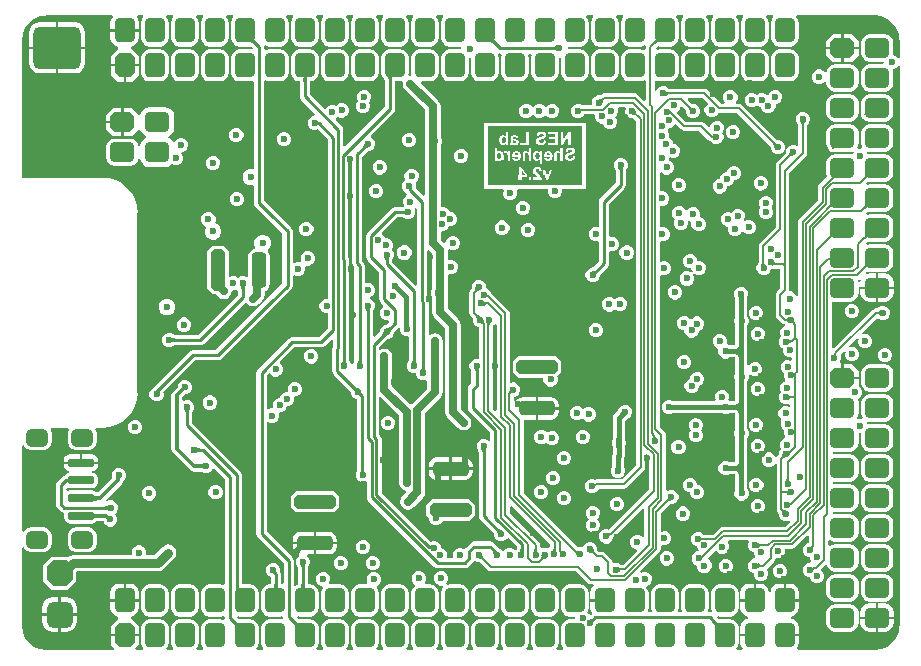
<source format=gbr>
%TF.GenerationSoftware,Altium Limited,Altium Designer,22.9.1 (49)*%
G04 Layer_Physical_Order=6*
G04 Layer_Color=16711680*
%FSLAX45Y45*%
%MOMM*%
%TF.SameCoordinates,1DF69D78-5120-4B12-B4B9-43D88C5B1DD9*%
%TF.FilePolarity,Positive*%
%TF.FileFunction,Copper,L6,Bot,Signal*%
%TF.Part,Single*%
G01*
G75*
%TA.AperFunction,Conductor*%
%ADD76C,0.15000*%
%ADD78C,0.30000*%
%ADD79C,0.40000*%
%ADD80C,0.25000*%
%ADD81C,0.20000*%
%ADD84C,0.50000*%
%ADD87C,0.35000*%
%ADD88C,0.70000*%
%ADD89C,0.75000*%
%TA.AperFunction,ComponentPad*%
G04:AMPARAMS|DCode=95|XSize=1.7mm|YSize=2.1mm|CornerRadius=0mm|HoleSize=0mm|Usage=FLASHONLY|Rotation=270.000|XOffset=0mm|YOffset=0mm|HoleType=Round|Shape=Octagon|*
%AMOCTAGOND95*
4,1,8,1.05000,0.42500,1.05000,-0.42500,0.62500,-0.85000,-0.62500,-0.85000,-1.05000,-0.42500,-1.05000,0.42500,-0.62500,0.85000,0.62500,0.85000,1.05000,0.42500,0.0*
%
%ADD95OCTAGOND95*%

G04:AMPARAMS|DCode=96|XSize=1.7mm|YSize=2.1mm|CornerRadius=0.425mm|HoleSize=0mm|Usage=FLASHONLY|Rotation=270.000|XOffset=0mm|YOffset=0mm|HoleType=Round|Shape=RoundedRectangle|*
%AMROUNDEDRECTD96*
21,1,1.70000,1.25001,0,0,270.0*
21,1,0.85000,2.10000,0,0,270.0*
1,1,0.85000,-0.62500,-0.42500*
1,1,0.85000,-0.62500,0.42500*
1,1,0.85000,0.62500,0.42500*
1,1,0.85000,0.62500,-0.42500*
%
%ADD96ROUNDEDRECTD96*%
G04:AMPARAMS|DCode=97|XSize=1.7mm|YSize=2.1mm|CornerRadius=0mm|HoleSize=0mm|Usage=FLASHONLY|Rotation=0.000|XOffset=0mm|YOffset=0mm|HoleType=Round|Shape=Octagon|*
%AMOCTAGOND97*
4,1,8,-0.42500,1.05000,0.42500,1.05000,0.85000,0.62500,0.85000,-0.62500,0.42500,-1.05000,-0.42500,-1.05000,-0.85000,-0.62500,-0.85000,0.62500,-0.42500,1.05000,0.0*
%
%ADD97OCTAGOND97*%

G04:AMPARAMS|DCode=98|XSize=1.7mm|YSize=2.1mm|CornerRadius=0.425mm|HoleSize=0mm|Usage=FLASHONLY|Rotation=0.000|XOffset=0mm|YOffset=0mm|HoleType=Round|Shape=RoundedRectangle|*
%AMROUNDEDRECTD98*
21,1,1.70000,1.25001,0,0,0.0*
21,1,0.85000,2.10000,0,0,0.0*
1,1,0.85000,0.42500,-0.62500*
1,1,0.85000,-0.42500,-0.62500*
1,1,0.85000,-0.42500,0.62500*
1,1,0.85000,0.42500,0.62500*
%
%ADD98ROUNDEDRECTD98*%
G04:AMPARAMS|DCode=99|XSize=1.8mm|YSize=1.45mm|CornerRadius=0.3625mm|HoleSize=0mm|Usage=FLASHONLY|Rotation=180.000|XOffset=0mm|YOffset=0mm|HoleType=Round|Shape=RoundedRectangle|*
%AMROUNDEDRECTD99*
21,1,1.80000,0.72500,0,0,180.0*
21,1,1.07500,1.45000,0,0,180.0*
1,1,0.72500,-0.53750,0.36250*
1,1,0.72500,0.53750,0.36250*
1,1,0.72500,0.53750,-0.36250*
1,1,0.72500,-0.53750,-0.36250*
%
%ADD99ROUNDEDRECTD99*%
G04:AMPARAMS|DCode=100|XSize=4mm|YSize=3.6mm|CornerRadius=0.54mm|HoleSize=0mm|Usage=FLASHONLY|Rotation=0.000|XOffset=0mm|YOffset=0mm|HoleType=Round|Shape=RoundedRectangle|*
%AMROUNDEDRECTD100*
21,1,4.00000,2.52000,0,0,0.0*
21,1,2.92000,3.60000,0,0,0.0*
1,1,1.08000,1.46000,-1.26000*
1,1,1.08000,-1.46000,-1.26000*
1,1,1.08000,-1.46000,1.26000*
1,1,1.08000,1.46000,1.26000*
%
%ADD100ROUNDEDRECTD100*%
G04:AMPARAMS|DCode=101|XSize=2.2mm|YSize=2.2mm|CornerRadius=0mm|HoleSize=0mm|Usage=FLASHONLY|Rotation=270.000|XOffset=0mm|YOffset=0mm|HoleType=Round|Shape=Octagon|*
%AMOCTAGOND101*
4,1,8,-0.55000,-1.10000,0.55000,-1.10000,1.10000,-0.55000,1.10000,0.55000,0.55000,1.10000,-0.55000,1.10000,-1.10000,0.55000,-1.10000,-0.55000,-0.55000,-1.10000,0.0*
%
%ADD101OCTAGOND101*%

G04:AMPARAMS|DCode=102|XSize=2.2mm|YSize=2.2mm|CornerRadius=0.55mm|HoleSize=0mm|Usage=FLASHONLY|Rotation=270.000|XOffset=0mm|YOffset=0mm|HoleType=Round|Shape=RoundedRectangle|*
%AMROUNDEDRECTD102*
21,1,2.20000,1.10000,0,0,270.0*
21,1,1.10000,2.20000,0,0,270.0*
1,1,1.10000,-0.55000,-0.55000*
1,1,1.10000,-0.55000,0.55000*
1,1,1.10000,0.55000,0.55000*
1,1,1.10000,0.55000,-0.55000*
%
%ADD102ROUNDEDRECTD102*%
%TA.AperFunction,ViaPad*%
%ADD103C,0.60000*%
%TA.AperFunction,SMDPad,CuDef*%
G04:AMPARAMS|DCode=107|XSize=2.2mm|YSize=0.7mm|CornerRadius=0.175mm|HoleSize=0mm|Usage=FLASHONLY|Rotation=180.000|XOffset=0mm|YOffset=0mm|HoleType=Round|Shape=RoundedRectangle|*
%AMROUNDEDRECTD107*
21,1,2.20000,0.35000,0,0,180.0*
21,1,1.85000,0.70000,0,0,180.0*
1,1,0.35000,-0.92500,0.17500*
1,1,0.35000,0.92500,0.17500*
1,1,0.35000,0.92500,-0.17500*
1,1,0.35000,-0.92500,-0.17500*
%
%ADD107ROUNDEDRECTD107*%
G04:AMPARAMS|DCode=108|XSize=1.2mm|YSize=3mm|CornerRadius=0.3mm|HoleSize=0mm|Usage=FLASHONLY|Rotation=270.000|XOffset=0mm|YOffset=0mm|HoleType=Round|Shape=RoundedRectangle|*
%AMROUNDEDRECTD108*
21,1,1.20000,2.40000,0,0,270.0*
21,1,0.60000,3.00000,0,0,270.0*
1,1,0.60000,-1.20000,-0.30000*
1,1,0.60000,-1.20000,0.30000*
1,1,0.60000,1.20000,0.30000*
1,1,0.60000,1.20000,-0.30000*
%
%ADD108ROUNDEDRECTD108*%
G04:AMPARAMS|DCode=109|XSize=1.2mm|YSize=3.5mm|CornerRadius=0mm|HoleSize=0mm|Usage=FLASHONLY|Rotation=270.000|XOffset=0mm|YOffset=0mm|HoleType=Round|Shape=Octagon|*
%AMOCTAGOND109*
4,1,8,1.75000,0.30000,1.75000,-0.30000,1.45000,-0.60000,-1.45000,-0.60000,-1.75000,-0.30000,-1.75000,0.30000,-1.45000,0.60000,1.45000,0.60000,1.75000,0.30000,0.0*
%
%ADD109OCTAGOND109*%

G04:AMPARAMS|DCode=110|XSize=1.2mm|YSize=3mm|CornerRadius=0.3mm|HoleSize=0mm|Usage=FLASHONLY|Rotation=0.000|XOffset=0mm|YOffset=0mm|HoleType=Round|Shape=RoundedRectangle|*
%AMROUNDEDRECTD110*
21,1,1.20000,2.40000,0,0,0.0*
21,1,0.60000,3.00000,0,0,0.0*
1,1,0.60000,0.30000,-1.20000*
1,1,0.60000,-0.30000,-1.20000*
1,1,0.60000,-0.30000,1.20000*
1,1,0.60000,0.30000,1.20000*
%
%ADD110ROUNDEDRECTD110*%
G04:AMPARAMS|DCode=111|XSize=1.2mm|YSize=3.5mm|CornerRadius=0mm|HoleSize=0mm|Usage=FLASHONLY|Rotation=0.000|XOffset=0mm|YOffset=0mm|HoleType=Round|Shape=Octagon|*
%AMOCTAGOND111*
4,1,8,-0.30000,1.75000,0.30000,1.75000,0.60000,1.45000,0.60000,-1.45000,0.30000,-1.75000,-0.30000,-1.75000,-0.60000,-1.45000,-0.60000,1.45000,-0.30000,1.75000,0.0*
%
%ADD111OCTAGOND111*%

G36*
X6544322Y5189773D02*
X6543154Y5190590D01*
X6541739Y5190949D01*
X6540075Y5190852D01*
X6538164Y5190298D01*
X6536005Y5189288D01*
X6533599Y5187822D01*
X6530946Y5185899D01*
X6528044Y5183519D01*
X6521498Y5177391D01*
X6510891Y5187997D01*
X6514184Y5191394D01*
X6519399Y5197445D01*
X6521322Y5200099D01*
X6522789Y5202505D01*
X6523798Y5204664D01*
X6524352Y5206575D01*
X6524449Y5208238D01*
X6524090Y5209654D01*
X6523274Y5210822D01*
X6544322Y5189773D01*
D02*
G37*
G36*
X5162577Y5219707D02*
X5162035Y5217288D01*
X5162293Y5214418D01*
X5163350Y5211097D01*
X5165208Y5207324D01*
X5167864Y5203100D01*
X5171321Y5198424D01*
X5175577Y5193297D01*
X5186489Y5181689D01*
X5168811Y5164011D01*
X5162781Y5169867D01*
X5152076Y5179179D01*
X5147400Y5182636D01*
X5143176Y5185292D01*
X5139403Y5187149D01*
X5136082Y5188207D01*
X5133212Y5188465D01*
X5130793Y5187923D01*
X5128826Y5186581D01*
X5163919Y5221674D01*
X5162577Y5219707D01*
D02*
G37*
G36*
X3130577D02*
X3130035Y5217288D01*
X3130293Y5214418D01*
X3131350Y5211097D01*
X3133208Y5207324D01*
X3135864Y5203100D01*
X3139321Y5198424D01*
X3143577Y5193297D01*
X3154489Y5181689D01*
X3136811Y5164011D01*
X3130781Y5169867D01*
X3120076Y5179179D01*
X3115400Y5182636D01*
X3111176Y5185292D01*
X3107403Y5187149D01*
X3104082Y5188207D01*
X3101212Y5188465D01*
X3098793Y5187923D01*
X3096826Y5186581D01*
X3131919Y5221674D01*
X3130577Y5219707D01*
D02*
G37*
G36*
X8434462Y5410484D02*
X8485651Y5389281D01*
X8529609Y5355551D01*
X8563338Y5311594D01*
X8584542Y5260404D01*
X8589867Y5219955D01*
X8591113Y5205471D01*
X8591116Y5205460D01*
X8591116Y5190471D01*
X8591120Y5057416D01*
X8576120Y5054432D01*
X8575688Y5055475D01*
X8558809Y5072354D01*
X8536757Y5081488D01*
X8534972Y5083663D01*
X8538420Y5101000D01*
Y5186000D01*
X8532793Y5214288D01*
X8516770Y5238269D01*
X8492788Y5254293D01*
X8464500Y5259920D01*
X8339500D01*
X8311212Y5254293D01*
X8287230Y5238269D01*
X8271206Y5214288D01*
X8265580Y5186000D01*
Y5101000D01*
X8271206Y5072712D01*
X8287230Y5048731D01*
X8311212Y5032707D01*
X8339500Y5027080D01*
X8452748D01*
X8456163Y5022790D01*
X8451218Y5006746D01*
X8450419Y5005920D01*
X8339500D01*
X8311212Y5000293D01*
X8287230Y4984269D01*
X8271206Y4960288D01*
X8265580Y4932000D01*
Y4847000D01*
X8271206Y4818712D01*
X8287230Y4794731D01*
X8311212Y4778707D01*
X8339500Y4773080D01*
X8464500D01*
X8492788Y4778707D01*
X8516770Y4794731D01*
X8532793Y4818712D01*
X8538420Y4847000D01*
Y4932000D01*
X8535538Y4946488D01*
X8536757Y4961488D01*
X8558809Y4970623D01*
X8575688Y4987501D01*
X8576122Y4988549D01*
X8591122Y4985565D01*
X8591247Y270194D01*
X8591247Y269996D01*
Y255256D01*
X8589999Y240773D01*
X8584683Y200394D01*
X8563507Y149271D01*
X8529821Y105371D01*
X8485921Y71685D01*
X8434798Y50509D01*
X8381926Y43549D01*
X8379938Y43944D01*
X7730948D01*
X7722930Y58944D01*
X7735503Y77761D01*
X7741518Y108000D01*
Y160500D01*
X7620000D01*
Y180500D01*
X7741518D01*
Y233000D01*
X7735503Y263239D01*
X7718374Y288874D01*
X7692739Y306003D01*
X7673386Y309853D01*
Y325147D01*
X7692739Y328997D01*
X7718374Y346126D01*
X7735503Y371761D01*
X7741518Y402000D01*
Y454500D01*
X7620000D01*
Y464500D01*
X7610000D01*
Y606018D01*
X7577500D01*
X7547261Y600003D01*
X7521626Y582874D01*
X7504497Y557239D01*
X7500647Y537885D01*
X7485353D01*
X7481503Y557239D01*
X7464374Y582874D01*
X7438739Y600003D01*
X7408500Y606018D01*
X7376000D01*
Y464500D01*
X7366000D01*
Y454500D01*
X7244482D01*
Y402000D01*
X7250497Y371761D01*
X7267626Y346126D01*
X7293261Y328997D01*
X7312614Y325147D01*
Y309853D01*
X7293261Y306003D01*
X7267626Y288874D01*
X7250497Y263239D01*
X7244482Y233000D01*
Y180500D01*
X7366000D01*
Y160500D01*
X7244482D01*
Y108000D01*
X7250497Y77761D01*
X7263070Y58944D01*
X7255052Y43944D01*
X7214074D01*
X7208917Y58944D01*
X7222793Y79712D01*
X7228420Y108000D01*
Y233000D01*
X7222793Y261288D01*
X7206769Y285270D01*
X7182788Y301294D01*
X7154500Y306920D01*
X7069500D01*
X7059987Y305028D01*
X7059084Y305695D01*
X7051414Y312367D01*
X7046401Y317380D01*
X7053790Y331205D01*
X7069500Y328080D01*
X7154500D01*
X7182788Y333706D01*
X7206769Y349730D01*
X7222793Y373712D01*
X7228420Y402000D01*
Y527000D01*
X7222793Y555288D01*
X7206769Y579270D01*
X7182788Y595293D01*
X7154500Y600920D01*
X7069500D01*
X7041212Y595293D01*
X7017231Y579270D01*
X7001207Y555288D01*
X6995580Y527000D01*
Y402000D01*
X7000960Y374954D01*
X6997658Y369383D01*
X6992543Y363145D01*
X6977727Y364690D01*
X6969712Y378332D01*
X6974420Y402000D01*
Y527000D01*
X6968793Y555288D01*
X6952769Y579270D01*
X6928788Y595293D01*
X6900500Y600920D01*
X6815500D01*
X6787212Y595293D01*
X6763231Y579270D01*
X6747207Y555288D01*
X6741580Y527000D01*
Y402000D01*
X6746288Y378332D01*
X6738317Y364765D01*
X6723683D01*
X6715712Y378332D01*
X6720420Y402000D01*
Y527000D01*
X6714793Y555288D01*
X6698769Y579270D01*
X6674788Y595293D01*
X6646500Y600920D01*
X6561500D01*
X6533212Y595293D01*
X6509231Y579270D01*
X6493207Y555288D01*
X6487580Y527000D01*
Y402000D01*
X6492288Y378332D01*
X6484317Y364765D01*
X6469683D01*
X6461712Y378332D01*
X6466420Y402000D01*
Y527000D01*
X6460793Y555288D01*
X6448651Y573460D01*
X6448517Y574915D01*
X6452882Y589401D01*
X6453855Y590616D01*
X6469372Y597044D01*
X6486251Y613922D01*
X6495385Y635974D01*
Y659844D01*
X6486251Y681896D01*
X6469372Y698775D01*
X6447320Y707909D01*
X6423450D01*
X6405941Y700656D01*
X6397444Y713373D01*
X6557036Y872964D01*
X6565324Y885368D01*
X6568234Y900000D01*
Y924791D01*
X6580706Y933125D01*
X6588249Y930000D01*
X6612119D01*
X6634171Y939135D01*
X6651050Y956013D01*
X6660184Y978065D01*
Y1001935D01*
X6651050Y1023987D01*
X6634171Y1040866D01*
X6612119Y1050000D01*
X6588249D01*
X6580706Y1046875D01*
X6568234Y1055209D01*
Y1194163D01*
X6650649Y1276578D01*
X6664357Y1279387D01*
X6668432Y1280000D01*
X6671935D01*
X6693987Y1289135D01*
X6710865Y1306013D01*
X6720000Y1328065D01*
Y1351935D01*
X6710865Y1373987D01*
X6693987Y1390866D01*
X6671935Y1400000D01*
X6648065D01*
X6628234Y1391786D01*
X6613234Y1397686D01*
Y1865000D01*
X6610324Y1879631D01*
X6602036Y1892036D01*
X6562214Y1931857D01*
Y3210069D01*
X6574686Y3218403D01*
X6581195Y3215707D01*
X6605064D01*
X6627117Y3224841D01*
X6643995Y3241719D01*
X6653129Y3263772D01*
Y3287641D01*
X6643995Y3309694D01*
X6627117Y3326572D01*
X6605064Y3335707D01*
X6581195D01*
X6574686Y3333011D01*
X6562214Y3341344D01*
Y3497606D01*
X6572554Y3504515D01*
X6596423D01*
X6618475Y3513649D01*
X6635354Y3530528D01*
X6644488Y3552580D01*
Y3576450D01*
X6635354Y3598502D01*
X6618475Y3615380D01*
X6596423Y3624515D01*
X6572554D01*
X6562214Y3631423D01*
Y3805781D01*
X6564546Y3807338D01*
X6588415D01*
X6610467Y3816472D01*
X6627346Y3833351D01*
X6636480Y3855403D01*
Y3879273D01*
X6627346Y3901325D01*
X6610467Y3918203D01*
X6588415Y3927338D01*
X6564546D01*
X6562214Y3928895D01*
Y4081720D01*
X6577214Y4087933D01*
X6586013Y4079135D01*
X6608065Y4070000D01*
X6631935D01*
X6653987Y4079135D01*
X6670865Y4096013D01*
X6680000Y4118065D01*
Y4141935D01*
X6670865Y4163987D01*
X6653987Y4180866D01*
X6638101Y4187446D01*
X6642500Y4198065D01*
Y4206928D01*
X6654972Y4215262D01*
X6663881Y4211571D01*
X6687750D01*
X6709803Y4220706D01*
X6726681Y4237584D01*
X6735815Y4259637D01*
Y4283506D01*
X6726681Y4305559D01*
X6709803Y4322437D01*
X6687750Y4331571D01*
X6670000D01*
Y4341935D01*
X6660866Y4363987D01*
X6643987Y4380866D01*
X6640172Y4382446D01*
X6642500Y4388065D01*
Y4411935D01*
X6633365Y4433987D01*
X6627353Y4440000D01*
X6633365Y4446013D01*
X6642500Y4468065D01*
Y4468229D01*
X6653705D01*
X6675758Y4477364D01*
X6692636Y4494242D01*
X6700185Y4495743D01*
X6742964Y4452964D01*
X6755369Y4444676D01*
X6770000Y4441766D01*
X6894163D01*
X6972964Y4362964D01*
X6985368Y4354676D01*
X6992769Y4353204D01*
X7007138Y4338835D01*
X7029191Y4329701D01*
X7053060D01*
X7075113Y4338835D01*
X7091991Y4355713D01*
X7101125Y4377766D01*
Y4401635D01*
X7091991Y4423688D01*
X7091510Y4424169D01*
X7100001Y4432661D01*
X7109135Y4454713D01*
Y4478583D01*
X7100001Y4500635D01*
X7083123Y4517513D01*
X7061070Y4526648D01*
X7037201D01*
X7015148Y4517513D01*
X6998270Y4500635D01*
X6989136Y4478583D01*
Y4474534D01*
X6975278Y4468794D01*
X6937036Y4507036D01*
X6924632Y4515324D01*
X6910000Y4518234D01*
X6785837D01*
X6711242Y4592830D01*
X6713988Y4606635D01*
X6730866Y4623513D01*
X6736822Y4637892D01*
X6753858Y4642069D01*
X6781576Y4614351D01*
X6784386Y4600643D01*
X6784999Y4596566D01*
Y4593065D01*
X6794133Y4571013D01*
X6811012Y4554135D01*
X6833064Y4545000D01*
X6856934D01*
X6878986Y4554135D01*
X6895865Y4571013D01*
X6904999Y4593065D01*
Y4616935D01*
X6895865Y4638987D01*
X6878986Y4655866D01*
X6856934Y4665000D01*
X6853433D01*
X6848989Y4665669D01*
X6841135Y4667082D01*
X6835708Y4668363D01*
X6798663Y4705408D01*
X6804403Y4719266D01*
X6922832D01*
X6967293Y4674805D01*
X6966012Y4668365D01*
X6949134Y4651487D01*
X6940000Y4629435D01*
Y4605565D01*
X6949134Y4583513D01*
X6966013Y4566635D01*
X6988065Y4557500D01*
X7011935D01*
X7033987Y4566635D01*
X7050866Y4583513D01*
X7055189Y4593950D01*
X7066170Y4591766D01*
X7214163D01*
X7496578Y4309351D01*
X7499387Y4295643D01*
X7500000Y4291566D01*
Y4288065D01*
X7509135Y4266013D01*
X7526013Y4249135D01*
X7548065Y4240000D01*
X7571935D01*
X7593987Y4249135D01*
X7610866Y4266013D01*
X7620000Y4288065D01*
Y4311935D01*
X7610866Y4333987D01*
X7593987Y4350866D01*
X7571935Y4360000D01*
X7568434D01*
X7563990Y4360668D01*
X7556136Y4362082D01*
X7550709Y4363362D01*
X7257036Y4657036D01*
X7244632Y4665324D01*
X7230000Y4668234D01*
X7210054D01*
X7203841Y4683234D01*
X7210603Y4689996D01*
X7219737Y4712049D01*
Y4735918D01*
X7210603Y4757971D01*
X7193724Y4774849D01*
X7171672Y4783983D01*
X7147803D01*
X7125750Y4774849D01*
X7108872Y4757971D01*
X7099737Y4735918D01*
Y4712049D01*
X7108872Y4689996D01*
X7115634Y4683234D01*
X7109420Y4668234D01*
X7082007D01*
X6965705Y4784536D01*
X6953301Y4792824D01*
X6938670Y4795734D01*
X6641458D01*
X6629779Y4803441D01*
X6626464Y4805889D01*
X6623987Y4808366D01*
X6601935Y4817500D01*
X6578065D01*
X6556013Y4808366D01*
X6539134Y4791487D01*
X6533234Y4777243D01*
X6518234Y4780227D01*
Y4859804D01*
X6531463Y4866875D01*
X6533212Y4865707D01*
X6561500Y4860080D01*
X6646500D01*
X6674788Y4865707D01*
X6698769Y4881730D01*
X6714793Y4905712D01*
X6720420Y4934000D01*
Y5059000D01*
X6714793Y5087288D01*
X6698769Y5111270D01*
X6674788Y5127294D01*
X6646500Y5132920D01*
X6561500D01*
X6536790Y5128005D01*
X6528150Y5140578D01*
X6544944Y5157373D01*
X6561500Y5154080D01*
X6646500D01*
X6674788Y5159706D01*
X6698769Y5175730D01*
X6714793Y5199712D01*
X6720420Y5228000D01*
Y5353000D01*
X6714793Y5381288D01*
X6700917Y5402056D01*
X6706074Y5417056D01*
X6755926D01*
X6761083Y5402056D01*
X6747207Y5381288D01*
X6741580Y5353000D01*
Y5228000D01*
X6747207Y5199712D01*
X6763231Y5175730D01*
X6787212Y5159706D01*
X6815500Y5154080D01*
X6900500D01*
X6928788Y5159706D01*
X6952769Y5175730D01*
X6968793Y5199712D01*
X6974420Y5228000D01*
Y5353000D01*
X6968793Y5381288D01*
X6954917Y5402056D01*
X6960074Y5417056D01*
X7009926D01*
X7015083Y5402056D01*
X7001207Y5381288D01*
X6995580Y5353000D01*
Y5228000D01*
X7001207Y5199712D01*
X7017231Y5175730D01*
X7041212Y5159706D01*
X7069500Y5154080D01*
X7154500D01*
X7182788Y5159706D01*
X7206769Y5175730D01*
X7222793Y5199712D01*
X7228420Y5228000D01*
Y5353000D01*
X7222793Y5381288D01*
X7208917Y5402056D01*
X7214074Y5417056D01*
X7263926D01*
X7269083Y5402056D01*
X7255207Y5381288D01*
X7249580Y5353000D01*
Y5228000D01*
X7255207Y5199712D01*
X7271231Y5175730D01*
X7295212Y5159706D01*
X7323500Y5154080D01*
X7408500D01*
X7436788Y5159706D01*
X7460769Y5175730D01*
X7476793Y5199712D01*
X7482420Y5228000D01*
Y5353000D01*
X7476793Y5381288D01*
X7462917Y5402056D01*
X7468074Y5417056D01*
X7517926D01*
X7523083Y5402056D01*
X7509207Y5381288D01*
X7503580Y5353000D01*
Y5228000D01*
X7509207Y5199712D01*
X7525231Y5175730D01*
X7549212Y5159706D01*
X7577500Y5154080D01*
X7662500D01*
X7690788Y5159706D01*
X7714769Y5175730D01*
X7730793Y5199712D01*
X7736420Y5228000D01*
Y5353000D01*
X7730793Y5381288D01*
X7716917Y5402056D01*
X7722074Y5417056D01*
X8379531D01*
X8381527Y5417453D01*
X8434462Y5410484D01*
D02*
G37*
G36*
X6253083Y5402056D02*
X6239207Y5381288D01*
X6233580Y5353000D01*
Y5228000D01*
X6239207Y5199712D01*
X6255231Y5175730D01*
X6279212Y5159706D01*
X6307500Y5154080D01*
X6392500D01*
X6420788Y5159706D01*
X6431715Y5167008D01*
X6433193Y5166338D01*
X6443872Y5157090D01*
X6441766Y5146500D01*
Y5129187D01*
X6428537Y5122116D01*
X6420788Y5127294D01*
X6392500Y5132920D01*
X6307500D01*
X6279212Y5127294D01*
X6255231Y5111270D01*
X6239207Y5087288D01*
X6233580Y5059000D01*
Y4934000D01*
X6239207Y4905712D01*
X6255231Y4881730D01*
X6279212Y4865707D01*
X6307500Y4860080D01*
X6392500D01*
X6420788Y4865707D01*
X6428537Y4870884D01*
X6441766Y4863813D01*
Y4701904D01*
X6427908Y4696164D01*
X6377036Y4747036D01*
X6364632Y4755324D01*
X6350000Y4758234D01*
X6090000D01*
X6075368Y4755324D01*
X6062964Y4747036D01*
X6059351Y4743423D01*
X6045643Y4740613D01*
X6041566Y4740000D01*
X6038065D01*
X6016013Y4730866D01*
X5999135Y4713987D01*
X5990000Y4691935D01*
Y4668066D01*
X5983431Y4658234D01*
X5906618D01*
X5903987Y4660865D01*
X5881935Y4670000D01*
X5858065D01*
X5836013Y4660865D01*
X5819134Y4643987D01*
X5810000Y4621935D01*
Y4598065D01*
X5819134Y4576013D01*
X5836013Y4559134D01*
X5858065Y4550000D01*
X5881935D01*
X5903987Y4559134D01*
X5920865Y4576013D01*
X5923248Y4581766D01*
X6007684D01*
X6012813Y4574089D01*
Y4550220D01*
X6021947Y4528168D01*
X6038826Y4511289D01*
X6060878Y4502155D01*
X6084188D01*
X6091538Y4484410D01*
X6108416Y4467532D01*
X6130469Y4458397D01*
X6154338D01*
X6176391Y4467532D01*
X6193269Y4484410D01*
X6202403Y4506463D01*
Y4530332D01*
X6193269Y4552385D01*
X6185253Y4560401D01*
X6200865Y4576013D01*
X6210000Y4598065D01*
Y4621935D01*
X6206952Y4629294D01*
X6215285Y4641766D01*
X6263127D01*
X6271460Y4629294D01*
X6267943Y4620803D01*
Y4596934D01*
X6277078Y4574881D01*
X6293956Y4558003D01*
X6316008Y4548869D01*
X6319509D01*
X6323953Y4548200D01*
X6331807Y4546787D01*
X6337234Y4545506D01*
X6361766Y4520975D01*
Y1605837D01*
X6244163Y1488234D01*
X6021287D01*
X6014406Y1486865D01*
X6002582Y1491763D01*
X5978712D01*
X5956660Y1482629D01*
X5939781Y1465750D01*
X5930647Y1443698D01*
Y1419829D01*
X5939781Y1397776D01*
X5956660Y1380898D01*
X5978712Y1371763D01*
X6002582D01*
X6024634Y1380898D01*
X6041512Y1397776D01*
X6047307Y1411766D01*
X6260000D01*
X6274632Y1414676D01*
X6287036Y1422964D01*
X6427036Y1562964D01*
X6435324Y1575368D01*
X6438234Y1590000D01*
Y1698096D01*
X6452092Y1703837D01*
X6471766Y1684163D01*
Y1407776D01*
X6127469Y1063479D01*
X6121038Y1066143D01*
X6097168D01*
X6075116Y1057009D01*
X6058237Y1040131D01*
X6049103Y1018078D01*
Y994209D01*
X6058237Y972156D01*
X6075116Y955278D01*
X6097168Y946144D01*
X6121038D01*
X6143090Y955278D01*
X6159968Y972156D01*
X6169103Y994209D01*
Y998326D01*
X6173189Y1001056D01*
X6416766Y1244633D01*
X6431766Y1238420D01*
Y1003885D01*
X6416766Y998087D01*
X6403987Y1010866D01*
X6381935Y1020000D01*
X6358065D01*
X6336013Y1010866D01*
X6319134Y993987D01*
X6310000Y971935D01*
Y948065D01*
X6319134Y926013D01*
X6336013Y909135D01*
X6358065Y900000D01*
X6362215D01*
X6368429Y885000D01*
X6251663Y768234D01*
X6235556D01*
X6224062Y773291D01*
X6223987Y773365D01*
X6222356Y774041D01*
X6221455Y774437D01*
X6218099Y776178D01*
X6215105Y777045D01*
X6201935Y782500D01*
X6178065D01*
X6171965Y779973D01*
X6158971Y787315D01*
X6158139Y790482D01*
X6155324Y804632D01*
X6147036Y817036D01*
X6097036Y867036D01*
X6084631Y875324D01*
X6070000Y878234D01*
X6045837D01*
X6033423Y890649D01*
X6030613Y904357D01*
X6030000Y908434D01*
Y911935D01*
X6020866Y933987D01*
X6003987Y950866D01*
X5981935Y960000D01*
X5958065D01*
X5936013Y950866D01*
X5919134Y933987D01*
X5911392Y915296D01*
X5901935Y919213D01*
X5878065D01*
X5872603Y916951D01*
X5871167Y916795D01*
X5868206Y915865D01*
X5408234Y1375837D01*
Y1990000D01*
X5411293Y1993727D01*
X5510000D01*
Y2090000D01*
Y2186273D01*
X5400000D01*
X5374638Y2181228D01*
X5353138Y2166862D01*
X5340565Y2148046D01*
X5327621Y2149735D01*
X5325565Y2150541D01*
Y2190000D01*
X5331935D01*
X5353987Y2199135D01*
X5370866Y2216013D01*
X5380000Y2238065D01*
Y2261935D01*
X5370866Y2283987D01*
X5353987Y2300866D01*
X5331935Y2310000D01*
X5308065D01*
X5303206Y2307987D01*
X5290734Y2316321D01*
Y2897500D01*
X5287824Y2912132D01*
X5279536Y2924536D01*
X5134495Y3069577D01*
X5129701Y3072779D01*
X5124582Y3085138D01*
X5107704Y3102016D01*
X5090000Y3109350D01*
Y3131935D01*
X5080866Y3153987D01*
X5063987Y3170866D01*
X5041935Y3180000D01*
X5018065D01*
X4996013Y3170866D01*
X4979135Y3153987D01*
X4970000Y3131935D01*
Y3116111D01*
X4969748Y3113668D01*
X4970000Y3110983D01*
Y3108065D01*
X4970137Y3107735D01*
X4970127Y3106980D01*
X4961162Y3098014D01*
X4952321Y3084783D01*
X4949216Y3069176D01*
X4949216Y3069175D01*
Y2900001D01*
X4949216Y2900000D01*
X4952321Y2884393D01*
X4961162Y2871162D01*
X4979850Y2852473D01*
X4979851Y2848049D01*
X4979635Y2845150D01*
X4980000Y2842172D01*
Y2828065D01*
X4989135Y2806013D01*
X5006013Y2789134D01*
X5028065Y2780000D01*
X5029217D01*
Y2514866D01*
X5021934Y2510000D01*
X4998065D01*
X4976013Y2500865D01*
X4959134Y2483987D01*
X4950000Y2461935D01*
Y2438065D01*
X4959134Y2416013D01*
X4961586Y2413561D01*
X4962814Y2411858D01*
X4965361Y2407804D01*
X4965916Y2406754D01*
X4966419Y2405657D01*
X4966667Y2405009D01*
Y2301697D01*
X4949359Y2284389D01*
X4939966Y2270331D01*
X4936668Y2253748D01*
Y2096967D01*
X4939966Y2080384D01*
X4949359Y2066327D01*
X5126668Y1889018D01*
Y1819398D01*
X5111668Y1813185D01*
X5103987Y1820866D01*
X5081935Y1830000D01*
X5058065D01*
X5036013Y1820866D01*
X5019134Y1803987D01*
X5010000Y1781935D01*
Y1758065D01*
X5019134Y1736013D01*
X5021586Y1733561D01*
X5022814Y1731858D01*
X5025361Y1727804D01*
X5025916Y1726754D01*
X5026419Y1725657D01*
X5026668Y1725009D01*
Y1180000D01*
X5029966Y1163417D01*
X5039359Y1149359D01*
X5157545Y1031173D01*
X5157828Y1030539D01*
X5158249Y1029406D01*
X5158598Y1028274D01*
X5159664Y1023606D01*
X5160000Y1021530D01*
Y1018065D01*
X5169134Y996013D01*
X5186013Y979134D01*
X5208065Y970000D01*
X5231935D01*
X5253987Y979134D01*
X5262639Y987786D01*
X5282866Y988772D01*
X5349587Y922051D01*
Y896709D01*
X5349299Y896159D01*
X5348545Y895485D01*
X5335528Y893191D01*
X5333893Y893338D01*
X5330629Y894224D01*
X5323987Y900866D01*
X5301935Y910000D01*
X5278065D01*
X5256013Y900866D01*
X5243616Y888468D01*
X5235839Y884881D01*
X5224539Y887947D01*
X5213326Y899160D01*
X5210338Y900397D01*
X5192398Y916867D01*
X5158624Y950640D01*
X5144567Y960034D01*
X5127984Y963332D01*
X4990000D01*
X4973417Y960034D01*
X4959359Y950640D01*
X4919359Y910641D01*
X4917784Y908282D01*
X4903987Y900866D01*
X4897857Y903405D01*
X4881935Y910000D01*
X4858065D01*
X4836013Y900866D01*
X4819134Y883987D01*
X4810000Y861935D01*
Y838065D01*
X4810937Y835804D01*
X4802603Y823332D01*
X4767397D01*
X4759063Y835804D01*
X4760000Y838065D01*
Y861935D01*
X4750866Y883987D01*
X4733987Y900866D01*
X4711935Y910000D01*
X4710000D01*
Y921935D01*
X4700866Y943987D01*
X4683987Y960865D01*
X4661935Y970000D01*
X4638065D01*
X4619126Y962155D01*
X4205832Y1375449D01*
Y1827501D01*
X4202534Y1844083D01*
X4193141Y1858141D01*
X4181358Y1869924D01*
Y2183704D01*
X4196358Y2189917D01*
X4353727Y2032549D01*
Y1462033D01*
X4353139Y1459077D01*
X4358184Y1433715D01*
X4372550Y1412214D01*
X4394050Y1397848D01*
X4409781Y1394719D01*
X4414719Y1378443D01*
X4383138Y1346862D01*
X4368772Y1325362D01*
X4363727Y1300000D01*
X4368772Y1274638D01*
X4383138Y1253138D01*
X4404638Y1238771D01*
X4430000Y1233727D01*
X4455362Y1238771D01*
X4476862Y1253138D01*
X4556862Y1333138D01*
X4571229Y1354638D01*
X4576273Y1380000D01*
Y2052549D01*
X4706862Y2183138D01*
X4721229Y2204638D01*
X4726273Y2230000D01*
Y2660000D01*
X4721229Y2685362D01*
X4706862Y2706862D01*
X4685362Y2721228D01*
X4660000Y2726273D01*
X4634638Y2721228D01*
X4618333Y2710334D01*
X4603333Y2717133D01*
Y2988682D01*
X4600035Y3005265D01*
X4592728Y3016199D01*
Y3422335D01*
X4607728Y3428549D01*
X4633727Y3402550D01*
Y3096947D01*
X4625114Y3076154D01*
Y3052285D01*
X4633727Y3031492D01*
Y2910000D01*
X4638772Y2884639D01*
X4653138Y2863138D01*
X4743727Y2772549D01*
Y2060000D01*
X4748772Y2034639D01*
X4763138Y2013138D01*
X4853138Y1923138D01*
X4874638Y1908772D01*
X4900000Y1903727D01*
X4925362Y1908772D01*
X4946862Y1923138D01*
X4961229Y1944638D01*
X4966273Y1970000D01*
X4961229Y1995362D01*
X4946862Y2016862D01*
X4876273Y2087452D01*
Y2800000D01*
X4871229Y2825362D01*
X4856862Y2846862D01*
X4766273Y2937452D01*
Y3222121D01*
X4778066Y3230000D01*
X4801935D01*
X4823987Y3239134D01*
X4840866Y3256013D01*
X4850000Y3278065D01*
Y3301935D01*
X4840866Y3323987D01*
X4823987Y3340866D01*
X4801935Y3350000D01*
X4778066D01*
X4766273Y3357879D01*
Y3428169D01*
X4769396Y3431685D01*
X4780086Y3437448D01*
X4798065Y3430000D01*
X4821935D01*
X4843987Y3439135D01*
X4860866Y3456013D01*
X4870000Y3478065D01*
Y3501935D01*
X4860866Y3523987D01*
X4843987Y3540866D01*
X4821935Y3550000D01*
X4798065D01*
X4776013Y3540866D01*
X4759134Y3523987D01*
X4750000Y3501935D01*
Y3494939D01*
X4735000Y3488726D01*
X4706442Y3517284D01*
Y3576142D01*
X4706543Y3577003D01*
X4706884Y3578718D01*
X4717453Y3590000D01*
X4731935D01*
X4753987Y3599135D01*
X4770865Y3616013D01*
X4777208Y3631326D01*
X4800629D01*
X4822682Y3640461D01*
X4839560Y3657339D01*
X4848695Y3679391D01*
Y3703261D01*
X4839560Y3725313D01*
X4822682Y3742192D01*
X4800629Y3751326D01*
X4782986D01*
X4776771Y3766331D01*
X4759893Y3783210D01*
X4737840Y3792344D01*
X4713971D01*
X4706273Y3797487D01*
Y4316008D01*
X4706278Y4316013D01*
X4715412Y4338065D01*
Y4361935D01*
X4706278Y4383987D01*
X4706273Y4383992D01*
Y4650000D01*
X4701228Y4675362D01*
X4686862Y4696862D01*
X4538645Y4845080D01*
X4544858Y4860080D01*
X4614500D01*
X4642788Y4865707D01*
X4666769Y4881730D01*
X4682793Y4905712D01*
X4688420Y4934000D01*
Y5059000D01*
X4682793Y5087288D01*
X4666769Y5111270D01*
X4642788Y5127294D01*
X4614500Y5132920D01*
X4529500D01*
X4501212Y5127294D01*
X4477231Y5111270D01*
X4461207Y5087288D01*
X4455580Y5059000D01*
Y4934000D01*
X4458385Y4919899D01*
X4455068Y4914509D01*
X4445961Y4905470D01*
X4443960Y4905072D01*
X4431203Y4917828D01*
X4434420Y4934000D01*
Y5059000D01*
X4428793Y5087288D01*
X4412769Y5111270D01*
X4388788Y5127294D01*
X4360500Y5132920D01*
X4275500D01*
X4247212Y5127294D01*
X4223231Y5111270D01*
X4207207Y5087288D01*
X4201580Y5059000D01*
Y4934000D01*
X4207207Y4905712D01*
X4223231Y4881730D01*
X4234385Y4874277D01*
X4234389Y4874272D01*
X4234627Y4872768D01*
X4235313Y4863516D01*
Y4646596D01*
X3897190Y4308473D01*
X3883332Y4314213D01*
Y4450000D01*
X3880034Y4466583D01*
X3870640Y4480641D01*
X3818089Y4533192D01*
X3821016Y4547904D01*
X3823987Y4549134D01*
X3836348Y4561495D01*
X3858065Y4552500D01*
X3881935D01*
X3903987Y4561634D01*
X3920865Y4578513D01*
X3930000Y4600565D01*
Y4624434D01*
X3920865Y4646487D01*
X3903987Y4663365D01*
X3881935Y4672500D01*
X3858065D01*
X3836013Y4663365D01*
X3823652Y4651004D01*
X3801935Y4660000D01*
X3778065D01*
X3756013Y4650865D01*
X3739135Y4633987D01*
X3737904Y4631016D01*
X3723192Y4628089D01*
X3599332Y4751949D01*
Y4860041D01*
X3599340Y4860247D01*
X3626788Y4865707D01*
X3650769Y4881730D01*
X3666793Y4905712D01*
X3672420Y4934000D01*
Y5059000D01*
X3666793Y5087288D01*
X3650769Y5111270D01*
X3626788Y5127294D01*
X3598500Y5132920D01*
X3513500D01*
X3485212Y5127294D01*
X3461231Y5111270D01*
X3445207Y5087288D01*
X3439580Y5059000D01*
Y4934000D01*
X3445207Y4905712D01*
X3461231Y4881730D01*
X3485212Y4865707D01*
X3512668Y4860245D01*
Y4734000D01*
X3515966Y4717417D01*
X3525359Y4703359D01*
X3643720Y4584998D01*
X3637507Y4569998D01*
X3628063D01*
X3606011Y4560864D01*
X3589132Y4543986D01*
X3579998Y4521933D01*
Y4498064D01*
X3589132Y4476011D01*
X3606011Y4459133D01*
X3628063Y4449999D01*
X3651932D01*
X3663802Y4454915D01*
X3754165Y4364552D01*
Y3021491D01*
X3751932Y3019999D01*
X3728063D01*
X3706010Y3010865D01*
X3689132Y2993986D01*
X3679998Y2971934D01*
Y2948064D01*
X3689132Y2926012D01*
X3706010Y2909134D01*
X3728063Y2899999D01*
X3751932D01*
X3754165Y2898507D01*
Y2770446D01*
X3677054Y2693335D01*
X3450001D01*
X3433418Y2690036D01*
X3419360Y2680643D01*
X3159359Y2420642D01*
X3149966Y2406584D01*
X3146668Y2390002D01*
Y1030000D01*
X3149966Y1013417D01*
X3159359Y999359D01*
X3376668Y782051D01*
Y614256D01*
X3363411Y605159D01*
X3353332Y610038D01*
Y690529D01*
X3350034Y707112D01*
X3349769Y707508D01*
X3350000Y708065D01*
Y731935D01*
X3340866Y753987D01*
X3323987Y770866D01*
X3301935Y780000D01*
X3278065D01*
X3256013Y770866D01*
X3239134Y753987D01*
X3230000Y731935D01*
Y708065D01*
X3239134Y686013D01*
X3256013Y669135D01*
X3266668Y664721D01*
Y600959D01*
X3266666Y600920D01*
X3259500D01*
X3231212Y595293D01*
X3207231Y579270D01*
X3191207Y555288D01*
X3185580Y527000D01*
Y402000D01*
X3191207Y373712D01*
X3207231Y349730D01*
X3231212Y333706D01*
X3259500Y328080D01*
X3344500D01*
X3359350Y331033D01*
X3372242Y321893D01*
X3372718Y315449D01*
X3359512Y303934D01*
X3344500Y306920D01*
X3259500D01*
X3231212Y301294D01*
X3207231Y285270D01*
X3191207Y261288D01*
X3185580Y233000D01*
Y108000D01*
X3191207Y79712D01*
X3205083Y58944D01*
X3199926Y43944D01*
X3150074D01*
X3144917Y58944D01*
X3158793Y79712D01*
X3164420Y108000D01*
Y233000D01*
X3158793Y261288D01*
X3142769Y285270D01*
X3118788Y301294D01*
X3090500Y306920D01*
X3005500D01*
X2995987Y305028D01*
X2995084Y305695D01*
X2987410Y312371D01*
X2982400Y317381D01*
X2989789Y331205D01*
X3005500Y328080D01*
X3090500D01*
X3118788Y333706D01*
X3142769Y349730D01*
X3158793Y373712D01*
X3164420Y402000D01*
Y527000D01*
X3158793Y555288D01*
X3142769Y579270D01*
X3118788Y595293D01*
X3090500Y600920D01*
X3023332D01*
Y1530000D01*
X3020034Y1546583D01*
X3010640Y1560641D01*
X2603332Y1967949D01*
Y2055009D01*
X2603581Y2055657D01*
X2604083Y2056753D01*
X2604638Y2057803D01*
X2607188Y2061861D01*
X2608414Y2063562D01*
X2610865Y2066013D01*
X2620000Y2088065D01*
Y2111935D01*
X2610865Y2133987D01*
X2593987Y2150866D01*
X2571935Y2160000D01*
X2548065D01*
X2530882Y2152882D01*
X2515881Y2160333D01*
Y2180995D01*
X2543089Y2208203D01*
X2543400Y2208395D01*
X2544009Y2208716D01*
X2544683Y2209016D01*
X2545456Y2209301D01*
X2546339Y2209565D01*
X2547362Y2209803D01*
X2548513Y2210000D01*
X2551935D01*
X2573987Y2219134D01*
X2590866Y2236013D01*
X2600000Y2258065D01*
Y2281935D01*
X2590866Y2303987D01*
X2573987Y2320866D01*
X2551935Y2330000D01*
X2528065D01*
X2506013Y2320866D01*
X2489134Y2303987D01*
X2480000Y2281935D01*
Y2278513D01*
X2479803Y2277362D01*
X2479565Y2276341D01*
X2479301Y2275455D01*
X2479016Y2274683D01*
X2478716Y2274010D01*
X2478395Y2273400D01*
X2478203Y2273089D01*
X2437557Y2232443D01*
X2427611Y2217558D01*
X2424118Y2200000D01*
Y1750000D01*
X2427611Y1732442D01*
X2437557Y1717557D01*
X2587557Y1567557D01*
X2602442Y1557611D01*
X2620000Y1554119D01*
X2678488D01*
X2678841Y1554035D01*
X2679499Y1553831D01*
X2680193Y1553565D01*
X2680934Y1553224D01*
X2681749Y1552784D01*
X2682642Y1552228D01*
X2683592Y1551556D01*
X2686013Y1549135D01*
X2708065Y1540000D01*
X2731935D01*
X2753987Y1549135D01*
X2770865Y1566013D01*
X2773978Y1573528D01*
X2791672Y1577047D01*
X2876668Y1492052D01*
Y604023D01*
X2861667Y595914D01*
X2836500Y600920D01*
X2751500D01*
X2723212Y595293D01*
X2699231Y579270D01*
X2683207Y555288D01*
X2677580Y527000D01*
Y402000D01*
X2683207Y373712D01*
X2699231Y349730D01*
X2723212Y333706D01*
X2751500Y328080D01*
X2836500D01*
X2861667Y333086D01*
X2876668Y324977D01*
Y318499D01*
X2878297Y310307D01*
X2864797Y301287D01*
X2864788Y301294D01*
X2836500Y306920D01*
X2751500D01*
X2723212Y301294D01*
X2699231Y285270D01*
X2683207Y261288D01*
X2677580Y233000D01*
Y108000D01*
X2683207Y79712D01*
X2697083Y58944D01*
X2691926Y43944D01*
X2642074D01*
X2636917Y58944D01*
X2650793Y79712D01*
X2656420Y108000D01*
Y233000D01*
X2650793Y261288D01*
X2634769Y285270D01*
X2610788Y301294D01*
X2582500Y306920D01*
X2497500D01*
X2469212Y301294D01*
X2445231Y285270D01*
X2429207Y261288D01*
X2423580Y233000D01*
Y108000D01*
X2429207Y79712D01*
X2443083Y58944D01*
X2437926Y43944D01*
X2388074D01*
X2382917Y58944D01*
X2396793Y79712D01*
X2402420Y108000D01*
Y233000D01*
X2396793Y261288D01*
X2380769Y285270D01*
X2356788Y301294D01*
X2328500Y306920D01*
X2243500D01*
X2215212Y301294D01*
X2191231Y285270D01*
X2175207Y261288D01*
X2169580Y233000D01*
Y108000D01*
X2175207Y79712D01*
X2189083Y58944D01*
X2183926Y43944D01*
X2125042D01*
X2119302Y57802D01*
X2152000Y90500D01*
Y160500D01*
X1912000D01*
Y90500D01*
X1944698Y57802D01*
X1938958Y43944D01*
X1371600D01*
X1369643Y43555D01*
X1317066Y50477D01*
X1266249Y71526D01*
X1222611Y105011D01*
X1189126Y148649D01*
X1168077Y199466D01*
X1161155Y252043D01*
X1161544Y254000D01*
Y906011D01*
X1175454Y914991D01*
X1176544Y914852D01*
X1190487Y893986D01*
X1212401Y879344D01*
X1238250Y874202D01*
X1345750D01*
X1371599Y879344D01*
X1393513Y893986D01*
X1408156Y915900D01*
X1413298Y941750D01*
Y1014250D01*
X1408156Y1040099D01*
X1393513Y1062013D01*
X1371599Y1076656D01*
X1345750Y1081798D01*
X1238250D01*
X1212401Y1076656D01*
X1190487Y1062013D01*
X1176544Y1041148D01*
X1175454Y1041009D01*
X1161544Y1049989D01*
Y1770011D01*
X1175454Y1778991D01*
X1176544Y1778852D01*
X1190487Y1757986D01*
X1212401Y1743344D01*
X1238250Y1738202D01*
X1345750D01*
X1371599Y1743344D01*
X1393513Y1757986D01*
X1408156Y1779900D01*
X1413298Y1805750D01*
Y1878250D01*
X1408156Y1904099D01*
X1403327Y1911327D01*
X1410397Y1924556D01*
X1553602D01*
X1560673Y1911327D01*
X1555844Y1904099D01*
X1550702Y1878250D01*
Y1805750D01*
X1555844Y1779900D01*
X1570487Y1757986D01*
X1592401Y1743344D01*
X1618250Y1738202D01*
X1725750D01*
X1751599Y1743344D01*
X1773513Y1757986D01*
X1788156Y1779900D01*
X1793298Y1805750D01*
Y1878250D01*
X1788156Y1904099D01*
X1783327Y1911327D01*
X1790397Y1924556D01*
X1841500D01*
Y1923962D01*
X1899742Y1929699D01*
X1955745Y1946687D01*
X2007359Y1974275D01*
X2052598Y2011402D01*
X2089725Y2056641D01*
X2117313Y2108255D01*
X2134301Y2164258D01*
X2140038Y2222500D01*
X2139444D01*
Y3746500D01*
X2140038D01*
X2134301Y3804742D01*
X2117313Y3860745D01*
X2089725Y3912359D01*
X2052598Y3957598D01*
X2007359Y3994725D01*
X1955745Y4022313D01*
X1899742Y4039301D01*
X1841500Y4045038D01*
Y4044444D01*
X1161544D01*
Y5207000D01*
X1161155Y5208958D01*
X1168077Y5261534D01*
X1189126Y5312351D01*
X1222610Y5355989D01*
X1266248Y5389474D01*
X1317066Y5410523D01*
X1357121Y5415796D01*
X1371600Y5417055D01*
X1371600Y5417056D01*
X1921052D01*
X1929070Y5402056D01*
X1916497Y5383239D01*
X1910482Y5353000D01*
Y5300500D01*
X2153518D01*
Y5353000D01*
X2147503Y5383239D01*
X2134930Y5402056D01*
X2142948Y5417056D01*
X2183926D01*
X2189083Y5402056D01*
X2175207Y5381288D01*
X2169580Y5353000D01*
Y5228000D01*
X2175207Y5199712D01*
X2191231Y5175730D01*
X2215212Y5159706D01*
X2243500Y5154080D01*
X2328500D01*
X2356788Y5159706D01*
X2380769Y5175730D01*
X2396793Y5199712D01*
X2402420Y5228000D01*
Y5353000D01*
X2396793Y5381288D01*
X2382917Y5402056D01*
X2388074Y5417056D01*
X2437926D01*
X2443083Y5402056D01*
X2429207Y5381288D01*
X2423580Y5353000D01*
Y5228000D01*
X2429207Y5199712D01*
X2445231Y5175730D01*
X2469212Y5159706D01*
X2497500Y5154080D01*
X2582500D01*
X2610788Y5159706D01*
X2634769Y5175730D01*
X2650793Y5199712D01*
X2656420Y5228000D01*
Y5353000D01*
X2650793Y5381288D01*
X2636917Y5402056D01*
X2642074Y5417056D01*
X2691926D01*
X2697083Y5402056D01*
X2683207Y5381288D01*
X2677580Y5353000D01*
Y5228000D01*
X2683207Y5199712D01*
X2699231Y5175730D01*
X2723212Y5159706D01*
X2751500Y5154080D01*
X2836500D01*
X2864788Y5159706D01*
X2888769Y5175730D01*
X2904793Y5199712D01*
X2910420Y5228000D01*
Y5353000D01*
X2904793Y5381288D01*
X2890917Y5402056D01*
X2896074Y5417056D01*
X2945926D01*
X2951083Y5402056D01*
X2937207Y5381288D01*
X2931580Y5353000D01*
Y5228000D01*
X2937207Y5199712D01*
X2953231Y5175730D01*
X2977212Y5159706D01*
X3005500Y5154080D01*
X3090500D01*
X3100013Y5155972D01*
X3100916Y5155305D01*
X3108587Y5148632D01*
X3113599Y5143620D01*
X3106210Y5129795D01*
X3090500Y5132920D01*
X3005500D01*
X2977212Y5127294D01*
X2953231Y5111270D01*
X2937207Y5087288D01*
X2931580Y5059000D01*
Y4934000D01*
X2937207Y4905712D01*
X2953231Y4881730D01*
X2977212Y4865707D01*
X3005500Y4860080D01*
X3090500D01*
X3111667Y4864290D01*
X3126668Y4854304D01*
Y4128221D01*
X3114196Y4119887D01*
X3113924Y4120000D01*
X3086076D01*
X3060348Y4109343D01*
X3040657Y4089652D01*
X3030000Y4063924D01*
Y4036076D01*
X3040657Y4010348D01*
X3060348Y3990657D01*
X3086076Y3980000D01*
X3113924D01*
X3114196Y3980113D01*
X3126668Y3971779D01*
Y3830000D01*
X3129966Y3813417D01*
X3139359Y3799359D01*
X3239359Y3699359D01*
X3239360Y3699359D01*
X3366668Y3572051D01*
Y3147949D01*
X3239360Y3020641D01*
X2802051Y2583332D01*
X2610000D01*
X2593417Y2580034D01*
X2579359Y2570641D01*
X2281031Y2272312D01*
X2278819Y2270170D01*
X2272847Y2264940D01*
X2272445Y2264629D01*
X2271635Y2264071D01*
X2271562Y2263996D01*
X2266587Y2261936D01*
X2249709Y2245057D01*
X2240575Y2223005D01*
Y2199135D01*
X2249709Y2177083D01*
X2266587Y2160204D01*
X2288640Y2151070D01*
X2312509D01*
X2334562Y2160204D01*
X2351440Y2177083D01*
X2360574Y2199135D01*
Y2223005D01*
X2358732Y2227451D01*
X2627949Y2496668D01*
X2820000D01*
X2836583Y2499966D01*
X2850640Y2509359D01*
X3300641Y2959360D01*
X3440641Y3099360D01*
X3450034Y3113417D01*
X3453332Y3130000D01*
Y3212216D01*
X3468332Y3218174D01*
X3488065Y3210000D01*
X3511935D01*
X3533987Y3219135D01*
X3550866Y3236013D01*
X3560000Y3258065D01*
Y3281935D01*
X3557415Y3288176D01*
X3568066Y3300000D01*
X3591935D01*
X3613987Y3309134D01*
X3630865Y3326013D01*
X3640000Y3348065D01*
Y3371935D01*
X3630865Y3393987D01*
X3613987Y3410865D01*
X3591935Y3420000D01*
X3568065D01*
X3546013Y3410865D01*
X3529134Y3393987D01*
X3520000Y3371935D01*
Y3348065D01*
X3522585Y3341824D01*
X3511935Y3330000D01*
X3488065D01*
X3468332Y3321826D01*
X3453332Y3327784D01*
Y3590000D01*
X3450034Y3606583D01*
X3440641Y3620640D01*
X3300641Y3760640D01*
X3300641Y3760641D01*
X3213332Y3847949D01*
Y4861743D01*
X3226561Y4868814D01*
X3231212Y4865707D01*
X3259500Y4860080D01*
X3344500D01*
X3372788Y4865707D01*
X3396769Y4881730D01*
X3412793Y4905712D01*
X3418420Y4934000D01*
Y5059000D01*
X3412793Y5087288D01*
X3396769Y5111270D01*
X3372788Y5127294D01*
X3344500Y5132920D01*
X3259500D01*
X3231212Y5127294D01*
X3226561Y5124186D01*
X3213332Y5131257D01*
Y5148500D01*
X3212159Y5154396D01*
X3225659Y5163417D01*
X3231212Y5159706D01*
X3259500Y5154080D01*
X3344500D01*
X3372788Y5159706D01*
X3396769Y5175730D01*
X3412793Y5199712D01*
X3418420Y5228000D01*
Y5353000D01*
X3412793Y5381288D01*
X3398917Y5402056D01*
X3404074Y5417056D01*
X3453926D01*
X3459083Y5402056D01*
X3445207Y5381288D01*
X3439580Y5353000D01*
Y5228000D01*
X3445207Y5199712D01*
X3461231Y5175730D01*
X3485212Y5159706D01*
X3513500Y5154080D01*
X3598500D01*
X3626788Y5159706D01*
X3650769Y5175730D01*
X3666793Y5199712D01*
X3672420Y5228000D01*
Y5353000D01*
X3666793Y5381288D01*
X3652917Y5402056D01*
X3658074Y5417056D01*
X3707926D01*
X3713083Y5402056D01*
X3699207Y5381288D01*
X3693580Y5353000D01*
Y5228000D01*
X3699207Y5199712D01*
X3715231Y5175730D01*
X3739212Y5159706D01*
X3767500Y5154080D01*
X3852500D01*
X3880788Y5159706D01*
X3904769Y5175730D01*
X3920793Y5199712D01*
X3926420Y5228000D01*
Y5353000D01*
X3920793Y5381288D01*
X3906917Y5402056D01*
X3912074Y5417056D01*
X3961926D01*
X3967083Y5402056D01*
X3953207Y5381288D01*
X3947580Y5353000D01*
Y5228000D01*
X3953207Y5199712D01*
X3969231Y5175730D01*
X3993212Y5159706D01*
X4021500Y5154080D01*
X4106500D01*
X4134788Y5159706D01*
X4158769Y5175730D01*
X4174793Y5199712D01*
X4180420Y5228000D01*
Y5353000D01*
X4174793Y5381288D01*
X4160917Y5402056D01*
X4166074Y5417056D01*
X4215926D01*
X4221083Y5402056D01*
X4207207Y5381288D01*
X4201580Y5353000D01*
Y5228000D01*
X4207207Y5199712D01*
X4223231Y5175730D01*
X4247212Y5159706D01*
X4275500Y5154080D01*
X4360500D01*
X4388788Y5159706D01*
X4412769Y5175730D01*
X4428793Y5199712D01*
X4434420Y5228000D01*
Y5353000D01*
X4428793Y5381288D01*
X4414917Y5402056D01*
X4420074Y5417056D01*
X4469926D01*
X4475083Y5402056D01*
X4461207Y5381288D01*
X4455580Y5353000D01*
Y5228000D01*
X4461207Y5199712D01*
X4477231Y5175730D01*
X4501212Y5159706D01*
X4529500Y5154080D01*
X4614500D01*
X4642788Y5159706D01*
X4666769Y5175730D01*
X4682793Y5199712D01*
X4688420Y5228000D01*
Y5353000D01*
X4682793Y5381288D01*
X4668917Y5402056D01*
X4674074Y5417056D01*
X4723926D01*
X4729083Y5402056D01*
X4715207Y5381288D01*
X4709580Y5353000D01*
Y5228000D01*
X4715207Y5199712D01*
X4731231Y5175730D01*
X4755212Y5159706D01*
X4783500Y5154080D01*
X4868500D01*
X4870336Y5154445D01*
X4882749Y5143858D01*
X4868582Y5132904D01*
X4868500Y5132920D01*
X4783500D01*
X4755212Y5127294D01*
X4731231Y5111270D01*
X4715207Y5087288D01*
X4709580Y5059000D01*
Y4934000D01*
X4715207Y4905712D01*
X4731231Y4881730D01*
X4755212Y4865707D01*
X4783500Y4860080D01*
X4868500D01*
X4896788Y4865707D01*
X4920769Y4881730D01*
X4936793Y4905712D01*
X4942420Y4934000D01*
Y5059000D01*
X4953000Y5065330D01*
X4953079Y5065283D01*
X4963580Y5053049D01*
Y4934000D01*
X4969207Y4905712D01*
X4985231Y4881730D01*
X5009212Y4865707D01*
X5037500Y4860080D01*
X5122500D01*
X5150788Y4865707D01*
X5174769Y4881730D01*
X5190793Y4905712D01*
X5196420Y4934000D01*
Y5059000D01*
X5191409Y5084192D01*
X5200908Y5095636D01*
X5214466Y5093987D01*
X5222089Y5081667D01*
X5217580Y5059000D01*
Y4934000D01*
X5223207Y4905712D01*
X5239231Y4881730D01*
X5263212Y4865707D01*
X5291500Y4860080D01*
X5376500D01*
X5404788Y4865707D01*
X5428769Y4881730D01*
X5444793Y4905712D01*
X5450420Y4934000D01*
Y5059000D01*
X5445924Y5081605D01*
X5454631Y5093562D01*
X5467369D01*
X5476076Y5081605D01*
X5471580Y5059000D01*
Y4934000D01*
X5477207Y4905712D01*
X5493231Y4881730D01*
X5517212Y4865707D01*
X5545500Y4860080D01*
X5630500D01*
X5658788Y4865707D01*
X5682769Y4881730D01*
X5698793Y4905712D01*
X5704420Y4934000D01*
Y5059000D01*
X5714894Y5067553D01*
X5719200Y5064107D01*
X5725580Y5055598D01*
Y4934000D01*
X5731207Y4905712D01*
X5747231Y4881730D01*
X5771212Y4865707D01*
X5799500Y4860080D01*
X5884500D01*
X5912788Y4865707D01*
X5936769Y4881730D01*
X5952793Y4905712D01*
X5958420Y4934000D01*
Y5059000D01*
X5952793Y5087288D01*
X5936769Y5111270D01*
X5912788Y5127294D01*
X5884500Y5132920D01*
X5799500D01*
X5794889Y5132003D01*
X5780592Y5143225D01*
X5794725Y5155029D01*
X5799500Y5154080D01*
X5884500D01*
X5912788Y5159706D01*
X5936769Y5175730D01*
X5952793Y5199712D01*
X5958420Y5228000D01*
Y5353000D01*
X5952793Y5381288D01*
X5938917Y5402056D01*
X5944074Y5417056D01*
X5993926D01*
X5999083Y5402056D01*
X5985207Y5381288D01*
X5979580Y5353000D01*
Y5228000D01*
X5985207Y5199712D01*
X6001231Y5175730D01*
X6025212Y5159706D01*
X6053500Y5154080D01*
X6138500D01*
X6166788Y5159706D01*
X6190769Y5175730D01*
X6206793Y5199712D01*
X6212420Y5228000D01*
Y5353000D01*
X6206793Y5381288D01*
X6192917Y5402056D01*
X6198074Y5417056D01*
X6247926D01*
X6253083Y5402056D01*
D02*
G37*
G36*
X5692133Y5115834D02*
X5689143Y5118050D01*
X5683347Y5121784D01*
X5680541Y5123300D01*
X5677798Y5124583D01*
X5675116Y5125633D01*
X5672496Y5126450D01*
X5669938Y5127033D01*
X5667442Y5127383D01*
X5665008Y5127500D01*
X5665394Y5152500D01*
X5667836Y5152612D01*
X5670340Y5152949D01*
X5672909Y5153510D01*
X5675540Y5154296D01*
X5678236Y5155306D01*
X5680994Y5156541D01*
X5683817Y5158000D01*
X5689652Y5161592D01*
X5692665Y5163724D01*
X5692133Y5115834D01*
D02*
G37*
G36*
X4303645Y4891746D02*
X4301270Y4891642D01*
X4299145Y4890722D01*
X4297270Y4888984D01*
X4295645Y4886429D01*
X4294270Y4883057D01*
X4293145Y4878868D01*
X4292270Y4873862D01*
X4291645Y4868039D01*
X4291145Y4853941D01*
X4266145Y4855172D01*
X4266022Y4863006D01*
X4265037Y4876294D01*
X4264175Y4881749D01*
X4263067Y4886411D01*
X4261712Y4890280D01*
X4260111Y4893356D01*
X4258264Y4895639D01*
X4256171Y4897129D01*
X4253831Y4897826D01*
X4303645Y4891746D01*
D02*
G37*
G36*
X3578625Y4891368D02*
X3576500Y4890234D01*
X3574625Y4888343D01*
X3573000Y4885697D01*
X3571625Y4882295D01*
X3570500Y4878136D01*
X3569625Y4873221D01*
X3569000Y4867551D01*
X3568500Y4853941D01*
X3543500D01*
X3543375Y4861124D01*
X3542375Y4873221D01*
X3541500Y4878136D01*
X3540375Y4882295D01*
X3539000Y4885697D01*
X3537375Y4888343D01*
X3535500Y4890234D01*
X3533375Y4891368D01*
X3531000Y4891746D01*
X3581000D01*
X3578625Y4891368D01*
D02*
G37*
G36*
X6612258Y4778356D02*
X6626251Y4769122D01*
X6629006Y4767638D01*
X6631462Y4766484D01*
X6633622Y4765660D01*
X6635483Y4765165D01*
X6637047Y4765000D01*
Y4750000D01*
X6635483Y4749835D01*
X6633622Y4749341D01*
X6631462Y4748516D01*
X6629006Y4747362D01*
X6626251Y4745878D01*
X6619850Y4741921D01*
X6612258Y4736644D01*
X6608015Y4733511D01*
Y4781489D01*
X6612258Y4778356D01*
D02*
G37*
G36*
X6088571Y4707964D02*
X6087582Y4706742D01*
X6086615Y4705076D01*
X6085671Y4702966D01*
X6084750Y4700412D01*
X6083852Y4697416D01*
X6082123Y4690091D01*
X6080486Y4680991D01*
X6079701Y4675776D01*
X6045776Y4709701D01*
X6050991Y4710486D01*
X6067416Y4713852D01*
X6070413Y4714750D01*
X6072966Y4715671D01*
X6075076Y4716615D01*
X6076742Y4717582D01*
X6077964Y4718571D01*
X6088571Y4707964D01*
D02*
G37*
G36*
X6818257Y4642582D02*
X6819923Y4641615D01*
X6822033Y4640671D01*
X6824587Y4639750D01*
X6827584Y4638852D01*
X6834908Y4637124D01*
X6844008Y4635486D01*
X6849223Y4634701D01*
X6815298Y4600776D01*
X6814513Y4605991D01*
X6811147Y4622416D01*
X6810249Y4625413D01*
X6809328Y4627966D01*
X6808384Y4630076D01*
X6807417Y4631742D01*
X6806428Y4632964D01*
X6817035Y4643571D01*
X6818257Y4642582D01*
D02*
G37*
G36*
X6645086Y4616595D02*
X6649758Y4611327D01*
X6668031Y4592576D01*
X6661292Y4578102D01*
X6659478Y4579661D01*
X6657550Y4580828D01*
X6655507Y4581601D01*
X6653350Y4581980D01*
X6651078Y4581967D01*
X6648692Y4581560D01*
X6646191Y4580760D01*
X6643575Y4579567D01*
X6640845Y4577980D01*
X6638000Y4576000D01*
X6644190Y4617743D01*
X6645086Y4616595D01*
D02*
G37*
G36*
X6358429Y4607878D02*
X6361795Y4591453D01*
X6362693Y4588456D01*
X6363614Y4585903D01*
X6364558Y4583793D01*
X6365525Y4582127D01*
X6366514Y4580904D01*
X6355907Y4570298D01*
X6354685Y4571287D01*
X6353019Y4572254D01*
X6350909Y4573197D01*
X6348356Y4574118D01*
X6345359Y4575017D01*
X6338034Y4576745D01*
X6328934Y4578383D01*
X6323719Y4579167D01*
X6357644Y4613093D01*
X6358429Y4607878D01*
D02*
G37*
G36*
X7014904Y4375125D02*
X7014017Y4376527D01*
X7012996Y4377780D01*
X7011841Y4378887D01*
X7010552Y4379845D01*
X7009128Y4380656D01*
X7007571Y4381320D01*
X7005880Y4381836D01*
X7004054Y4382205D01*
X7002094Y4382426D01*
X7000000Y4382500D01*
Y4397500D01*
X7002123Y4397573D01*
X7004113Y4397792D01*
X7005968Y4398157D01*
X7007689Y4398668D01*
X7009276Y4399324D01*
X7010729Y4400127D01*
X7012048Y4401075D01*
X7013233Y4402170D01*
X7014284Y4403410D01*
X7015201Y4404796D01*
X7014904Y4375125D01*
D02*
G37*
G36*
X7533258Y4337582D02*
X7534924Y4336615D01*
X7537034Y4335671D01*
X7539588Y4334750D01*
X7542585Y4333852D01*
X7549909Y4332123D01*
X7559009Y4330486D01*
X7564224Y4329701D01*
X7530299Y4295776D01*
X7529514Y4300991D01*
X7526148Y4317416D01*
X7525250Y4320412D01*
X7524329Y4322966D01*
X7523385Y4325076D01*
X7522419Y4326742D01*
X7521429Y4327964D01*
X7532036Y4338571D01*
X7533258Y4337582D01*
D02*
G37*
G36*
X4093816Y4300244D02*
X4090134Y4299698D01*
X4083396Y4298241D01*
X4080340Y4297330D01*
X4077493Y4296298D01*
X4074854Y4295145D01*
X4072424Y4293870D01*
X4070203Y4292474D01*
X4068190Y4290956D01*
X4066386Y4289317D01*
X4048987Y4307274D01*
X4050635Y4309079D01*
X4052168Y4311089D01*
X4053587Y4313302D01*
X4054893Y4315718D01*
X4056085Y4318338D01*
X4057163Y4321161D01*
X4058128Y4324188D01*
X4059715Y4330853D01*
X4060338Y4334490D01*
X4093816Y4300244D01*
D02*
G37*
G36*
X4467265Y3956819D02*
X4466645Y3953996D01*
X4466333Y3951270D01*
X4466327Y3948642D01*
X4466629Y3946112D01*
X4467239Y3943680D01*
X4468155Y3941345D01*
X4469379Y3939109D01*
X4470910Y3936970D01*
X4472749Y3934929D01*
X4452598Y3919724D01*
X4427004Y3942961D01*
X4468192Y3959741D01*
X4467265Y3956819D01*
D02*
G37*
G36*
X4385675Y4849793D02*
X4383727Y4840000D01*
X4388772Y4814638D01*
X4403138Y4793138D01*
X4573727Y4622549D01*
Y3897152D01*
X4559869Y3891412D01*
X4498014Y3953267D01*
X4500001Y3958065D01*
Y3981934D01*
X4495243Y3993421D01*
X4493989Y4009137D01*
X4510867Y4026015D01*
X4520001Y4048067D01*
Y4071937D01*
X4510867Y4093989D01*
X4493988Y4110868D01*
X4471936Y4120002D01*
X4448067D01*
X4426014Y4110868D01*
X4409136Y4093989D01*
X4400001Y4071937D01*
Y4048067D01*
X4404759Y4036581D01*
X4406014Y4020865D01*
X4389136Y4003987D01*
X4380001Y3981934D01*
Y3958065D01*
X4389136Y3936012D01*
X4406014Y3919134D01*
X4409194Y3917817D01*
X4419144Y3908783D01*
X4416687Y3891629D01*
X4416276Y3891127D01*
X4399794Y3874645D01*
X4390659Y3852592D01*
Y3828723D01*
X4395552Y3816911D01*
X4395946Y3803138D01*
X4384922Y3793333D01*
X4320002D01*
X4303419Y3790034D01*
X4289361Y3780641D01*
X4089361Y3580641D01*
X4079968Y3566583D01*
X4076670Y3550001D01*
Y3369998D01*
X4079968Y3353416D01*
X4089361Y3339358D01*
X4186667Y3242052D01*
Y3015294D01*
X4189965Y2998712D01*
X4199359Y2984654D01*
X4220862Y2963150D01*
X4217936Y2948439D01*
X4217759Y2948365D01*
X4200881Y2931487D01*
X4191747Y2909435D01*
Y2885565D01*
X4200881Y2863513D01*
X4217759Y2846634D01*
X4239812Y2837500D01*
X4263681D01*
X4268643Y2823642D01*
X4269383Y2820664D01*
X4251174Y2802455D01*
X4250539Y2802172D01*
X4249406Y2801751D01*
X4248274Y2801402D01*
X4243606Y2800336D01*
X4241530Y2800000D01*
X4238065D01*
X4216013Y2790866D01*
X4199134Y2773987D01*
X4190000Y2751935D01*
Y2748470D01*
X4189664Y2746394D01*
X4188598Y2741726D01*
X4188249Y2740593D01*
X4187829Y2739464D01*
X4187545Y2738827D01*
X4147190Y2698472D01*
X4133332Y2704212D01*
Y2915009D01*
X4133581Y2915657D01*
X4134083Y2916753D01*
X4134638Y2917802D01*
X4137188Y2921861D01*
X4138414Y2923561D01*
X4140865Y2926013D01*
X4150000Y2948065D01*
Y2971935D01*
X4140865Y2993987D01*
X4123987Y3010865D01*
X4110710Y3016365D01*
Y3032601D01*
X4126486Y3039136D01*
X4143364Y3056014D01*
X4152499Y3078067D01*
Y3101936D01*
X4143364Y3123989D01*
X4126486Y3140867D01*
X4104433Y3150001D01*
X4080564D01*
X4075804Y3148030D01*
X4063332Y3156363D01*
Y3300000D01*
X4060034Y3316583D01*
X4050641Y3330641D01*
X4043332Y3337949D01*
Y4222660D01*
X4088322Y4267649D01*
X4088842Y4267877D01*
X4089929Y4268270D01*
X4091006Y4268591D01*
X4095616Y4269588D01*
X4098304Y4269987D01*
X4098341Y4270000D01*
X4101935D01*
X4123987Y4279134D01*
X4140865Y4296013D01*
X4150000Y4318065D01*
Y4341935D01*
X4140865Y4363987D01*
X4123987Y4380866D01*
X4116471Y4383979D01*
X4112952Y4401672D01*
X4309286Y4598006D01*
X4318679Y4612064D01*
X4321978Y4628647D01*
Y4860080D01*
X4360500D01*
X4372918Y4862550D01*
X4385675Y4849793D01*
D02*
G37*
G36*
X4411984Y3726011D02*
X4408957Y3728194D01*
X4403105Y3731871D01*
X4400279Y3733364D01*
X4397521Y3734628D01*
X4394828Y3735662D01*
X4392203Y3736466D01*
X4389644Y3737041D01*
X4387152Y3737385D01*
X4384727Y3737500D01*
Y3762500D01*
X4387152Y3762615D01*
X4389644Y3762960D01*
X4392203Y3763534D01*
X4394828Y3764338D01*
X4397521Y3765372D01*
X4400279Y3766636D01*
X4403105Y3768130D01*
X4408957Y3771806D01*
X4411984Y3773989D01*
Y3726011D01*
D02*
G37*
G36*
X4506064Y3780923D02*
Y3134816D01*
X4492206Y3129076D01*
X4293332Y3327949D01*
Y3345009D01*
X4293581Y3345657D01*
X4294083Y3346753D01*
X4294638Y3347803D01*
X4297187Y3351861D01*
X4298414Y3353561D01*
X4300865Y3356013D01*
X4310000Y3378065D01*
Y3401935D01*
X4300865Y3423987D01*
X4289508Y3435345D01*
X4291447Y3437283D01*
X4300581Y3459336D01*
Y3483205D01*
X4291447Y3505258D01*
X4274569Y3522136D01*
X4252516Y3531270D01*
X4234914D01*
X4228683Y3546314D01*
X4213747Y3561251D01*
X4210546Y3569524D01*
X4208930Y3577647D01*
X4337950Y3706668D01*
X4385008D01*
X4385656Y3706419D01*
X4386751Y3705917D01*
X4387801Y3705362D01*
X4391859Y3702813D01*
X4393560Y3701586D01*
X4396012Y3699135D01*
X4418064Y3690000D01*
X4441933D01*
X4463986Y3699135D01*
X4480864Y3716013D01*
X4489999Y3738065D01*
Y3761935D01*
X4485106Y3773747D01*
X4484846Y3782829D01*
X4491064Y3787977D01*
X4506064Y3780923D01*
D02*
G37*
G36*
X4271806Y3368959D02*
X4268129Y3363107D01*
X4266636Y3360281D01*
X4265372Y3357522D01*
X4264338Y3354829D01*
X4263534Y3352204D01*
X4262959Y3349645D01*
X4262615Y3347154D01*
X4262500Y3344728D01*
X4237500D01*
X4237385Y3347154D01*
X4237040Y3349645D01*
X4236466Y3352204D01*
X4235662Y3354829D01*
X4234628Y3357522D01*
X4233364Y3360281D01*
X4231870Y3363107D01*
X4228194Y3368959D01*
X4226011Y3371985D01*
X4273989D01*
X4271806Y3368959D01*
D02*
G37*
G36*
X4350001Y3132853D02*
X4350521Y3131373D01*
X4351264Y3129784D01*
X4352229Y3128085D01*
X4353415Y3126277D01*
X4354825Y3124361D01*
X4358309Y3120198D01*
X4362683Y3115599D01*
X4334394Y3087320D01*
X4332040Y3089618D01*
X4325633Y3095178D01*
X4323717Y3096588D01*
X4321909Y3097775D01*
X4320212Y3098739D01*
X4318623Y3099482D01*
X4317145Y3100002D01*
X4315775Y3100300D01*
X4349703Y3134223D01*
X4350001Y3132853D01*
D02*
G37*
G36*
X5038935Y3091362D02*
X5035373Y3090195D01*
X5025926Y3086422D01*
X5023190Y3085072D01*
X5018336Y3082236D01*
X5016219Y3080749D01*
X5014308Y3079216D01*
X5012604Y3077638D01*
X4994465Y3087783D01*
X4995987Y3089536D01*
X4997299Y3091537D01*
X4998400Y3093789D01*
X4999290Y3096289D01*
X4999969Y3099039D01*
X5000437Y3102037D01*
X5000695Y3105285D01*
X5000741Y3108783D01*
X5000577Y3112530D01*
X5000202Y3116526D01*
X5038935Y3091362D01*
D02*
G37*
G36*
X5071651Y3001331D02*
X5081479Y2995036D01*
X5084396Y2993497D01*
X5087133Y2992238D01*
X5089690Y2991259D01*
X5092068Y2990559D01*
X5094266Y2990140D01*
X5096284Y2990000D01*
Y2970000D01*
X5094266Y2969860D01*
X5092068Y2969440D01*
X5089690Y2968741D01*
X5087133Y2967762D01*
X5084396Y2966503D01*
X5081479Y2964964D01*
X5075106Y2961047D01*
X5068015Y2956011D01*
Y3003989D01*
X5071651Y3001331D01*
D02*
G37*
G36*
X4111806Y2938959D02*
X4108129Y2933107D01*
X4106636Y2930281D01*
X4105372Y2927522D01*
X4104338Y2924829D01*
X4103534Y2922204D01*
X4102960Y2919645D01*
X4102615Y2917153D01*
X4102500Y2914728D01*
X4077500D01*
X4077385Y2917153D01*
X4077040Y2919645D01*
X4076466Y2922204D01*
X4075662Y2924829D01*
X4074628Y2927522D01*
X4073364Y2930281D01*
X4071870Y2933107D01*
X4068194Y2938959D01*
X4066011Y2941985D01*
X4113989D01*
X4111806Y2938959D01*
D02*
G37*
G36*
X5023586Y2880687D02*
X5025491Y2879178D01*
X5027614Y2877714D01*
X5029955Y2876296D01*
X5032514Y2874924D01*
X5038285Y2872316D01*
X5041497Y2871081D01*
X5048576Y2868748D01*
X5010138Y2842877D01*
X5010439Y2846916D01*
X5010437Y2854228D01*
X5010134Y2857501D01*
X5009630Y2860518D01*
X5008924Y2863279D01*
X5008017Y2865785D01*
X5006909Y2868035D01*
X5005600Y2870030D01*
X5004089Y2871768D01*
X5021899Y2882243D01*
X5023586Y2880687D01*
D02*
G37*
G36*
X5069306Y2832804D02*
X5069282Y2830795D01*
X5069480Y2828804D01*
X5069900Y2826830D01*
X5070541Y2824874D01*
X5071404Y2822935D01*
X5072488Y2821014D01*
X5073794Y2819110D01*
X5075322Y2817224D01*
X5077071Y2815355D01*
X5062929Y2801213D01*
X5060951Y2803078D01*
X5058965Y2804727D01*
X5056970Y2806160D01*
X5054966Y2807376D01*
X5052954Y2808376D01*
X5050934Y2809159D01*
X5048904Y2809726D01*
X5046866Y2810076D01*
X5044820Y2810210D01*
X5042765Y2810128D01*
X5069551Y2834830D01*
X5069306Y2832804D01*
D02*
G37*
G36*
X5134873Y2818471D02*
X5131782Y2815911D01*
X5126577Y2810872D01*
X5124462Y2808393D01*
X5122673Y2805941D01*
X5121209Y2803517D01*
X5120070Y2801119D01*
X5119257Y2798749D01*
X5118769Y2796406D01*
X5118606Y2794090D01*
X5098606Y2799742D01*
X5098517Y2802064D01*
X5098249Y2804499D01*
X5097804Y2807047D01*
X5097180Y2809709D01*
X5095397Y2815374D01*
X5094238Y2818377D01*
X5091385Y2824722D01*
X5089691Y2828066D01*
X5134873Y2818471D01*
D02*
G37*
G36*
X4435003Y2803979D02*
X4435059Y2800724D01*
X4435512Y2794901D01*
X4435909Y2792334D01*
X4436418Y2789996D01*
X4437041Y2787887D01*
X4437778Y2786008D01*
X4438627Y2784358D01*
X4439590Y2782938D01*
X4440666Y2781747D01*
X4394262Y2775413D01*
X4394403Y2775958D01*
X4394529Y2777096D01*
X4394736Y2781153D01*
X4395003Y2807581D01*
X4435003Y2803979D01*
D02*
G37*
G36*
X4290851Y2763173D02*
X4289217Y2761377D01*
X4287699Y2759372D01*
X4286296Y2757156D01*
X4285008Y2754731D01*
X4283835Y2752096D01*
X4282778Y2749252D01*
X4281836Y2746197D01*
X4280298Y2739459D01*
X4279701Y2735776D01*
X4245776Y2769701D01*
X4249459Y2770298D01*
X4256197Y2771836D01*
X4259251Y2772778D01*
X4262096Y2773836D01*
X4264731Y2775008D01*
X4267156Y2776296D01*
X4269371Y2777699D01*
X4271377Y2779217D01*
X4273173Y2780851D01*
X4290851Y2763173D01*
D02*
G37*
G36*
X4254224Y2710299D02*
X4250541Y2709702D01*
X4243803Y2708164D01*
X4240748Y2707222D01*
X4237904Y2706165D01*
X4235269Y2704992D01*
X4232844Y2703704D01*
X4230628Y2702301D01*
X4228623Y2700783D01*
X4226827Y2699149D01*
X4209149Y2716827D01*
X4210783Y2718623D01*
X4212301Y2720629D01*
X4213704Y2722844D01*
X4214992Y2725269D01*
X4216164Y2727904D01*
X4217222Y2730749D01*
X4218164Y2733803D01*
X4219702Y2740541D01*
X4220299Y2744224D01*
X4254224Y2710299D01*
D02*
G37*
G36*
X3956667Y4224175D02*
Y3320000D01*
X3959966Y3303418D01*
X3969359Y3289360D01*
X3976668Y3282051D01*
Y2494991D01*
X3976419Y2494343D01*
X3975917Y2493247D01*
X3975362Y2492197D01*
X3972812Y2488139D01*
X3971586Y2486439D01*
X3969135Y2483987D01*
X3963118Y2469462D01*
X3946882D01*
X3940866Y2483987D01*
X3938414Y2486439D01*
X3937186Y2488142D01*
X3934639Y2492196D01*
X3934084Y2493246D01*
X3933581Y2494343D01*
X3933332Y2494991D01*
Y3344737D01*
X3930034Y3361319D01*
X3923333Y3371349D01*
Y4212053D01*
X3941668Y4230388D01*
X3956667Y4224175D01*
D02*
G37*
G36*
X4032615Y2492846D02*
X4032960Y2490355D01*
X4033534Y2487796D01*
X4034338Y2485171D01*
X4035372Y2482478D01*
X4036636Y2479719D01*
X4038130Y2476893D01*
X4041806Y2471041D01*
X4043989Y2468015D01*
X3996011D01*
X3998194Y2471041D01*
X4001871Y2476893D01*
X4003364Y2479719D01*
X4004628Y2482478D01*
X4005662Y2485171D01*
X4006466Y2487796D01*
X4007041Y2490355D01*
X4007385Y2492846D01*
X4007500Y2495272D01*
X4032500D01*
X4032615Y2492846D01*
D02*
G37*
G36*
X3902615D02*
X3902960Y2490355D01*
X3903534Y2487796D01*
X3904338Y2485171D01*
X3905372Y2482478D01*
X3906636Y2479719D01*
X3908130Y2476893D01*
X3911806Y2471041D01*
X3913989Y2468015D01*
X3866011D01*
X3868194Y2471041D01*
X3871871Y2476893D01*
X3873364Y2479719D01*
X3874628Y2482478D01*
X3875662Y2485171D01*
X3876466Y2487796D01*
X3877041Y2490355D01*
X3877385Y2492846D01*
X3877500Y2495272D01*
X3902500D01*
X3902615Y2492846D01*
D02*
G37*
G36*
X4492616Y2492844D02*
X4492961Y2490352D01*
X4493535Y2487794D01*
X4494339Y2485168D01*
X4495373Y2482476D01*
X4496637Y2479717D01*
X4498131Y2476891D01*
X4501807Y2471039D01*
X4503990Y2468013D01*
X4456012D01*
X4458195Y2471039D01*
X4461872Y2476891D01*
X4463365Y2479717D01*
X4464629Y2482476D01*
X4465663Y2485168D01*
X4466467Y2487794D01*
X4467042Y2490352D01*
X4467386Y2492844D01*
X4467501Y2495269D01*
X4492501D01*
X4492616Y2492844D01*
D02*
G37*
G36*
X4572616Y2432844D02*
X4572961Y2430353D01*
X4573535Y2427794D01*
X4574339Y2425168D01*
X4575373Y2422476D01*
X4576637Y2419717D01*
X4578131Y2416891D01*
X4581807Y2411039D01*
X4583990Y2408013D01*
X4536012D01*
X4538195Y2411039D01*
X4541872Y2416891D01*
X4543365Y2419717D01*
X4544629Y2422476D01*
X4545663Y2425168D01*
X4546467Y2427794D01*
X4547041Y2430353D01*
X4547386Y2432844D01*
X4547501Y2435269D01*
X4572501D01*
X4572616Y2432844D01*
D02*
G37*
G36*
X5031806Y2428959D02*
X5028129Y2423107D01*
X5026636Y2420281D01*
X5025372Y2417522D01*
X5024338Y2414829D01*
X5023534Y2412204D01*
X5022959Y2409645D01*
X5022615Y2407153D01*
X5022500Y2404728D01*
X4997500D01*
X4997385Y2407153D01*
X4997040Y2409645D01*
X4996466Y2412204D01*
X4995662Y2414829D01*
X4994628Y2417522D01*
X4993364Y2420281D01*
X4991870Y2423107D01*
X4988194Y2428959D01*
X4986011Y2431985D01*
X5033989D01*
X5031806Y2428959D01*
D02*
G37*
G36*
X3796668Y2670788D02*
Y2617869D01*
X3792466Y2611582D01*
X3789168Y2594999D01*
Y2407498D01*
X3792466Y2390915D01*
X3801860Y2376857D01*
X3947546Y2231171D01*
X3947828Y2230536D01*
X3948248Y2229406D01*
X3948599Y2228270D01*
X3949665Y2223601D01*
X3950000Y2221531D01*
Y2218065D01*
X3959135Y2196013D01*
X3976013Y2179135D01*
X3996668Y2170579D01*
Y1562145D01*
X3997220Y1559366D01*
X3990000Y1541935D01*
Y1518065D01*
X3999134Y1496013D01*
X4016013Y1479134D01*
X4038065Y1470000D01*
X4061935D01*
X4066696Y1471972D01*
X4079168Y1463639D01*
Y1337063D01*
X4082466Y1320480D01*
X4091859Y1306423D01*
X4648922Y749359D01*
X4662981Y739966D01*
X4679563Y736668D01*
X4910000D01*
X4926583Y739966D01*
X4940641Y749359D01*
X4980641Y789359D01*
X4982216Y791717D01*
X4996013Y799134D01*
X5002143Y796595D01*
X5018065Y790000D01*
X5021566D01*
X5026010Y789332D01*
X5033864Y787918D01*
X5039291Y786638D01*
X5102964Y722964D01*
X5115368Y714676D01*
X5130000Y711766D01*
X5854163D01*
X5952964Y612964D01*
X5965368Y604676D01*
X5980000Y601766D01*
X5998899D01*
X6003449Y586766D01*
X5997626Y582874D01*
X5980497Y557239D01*
X5974482Y527000D01*
Y474500D01*
X6096000D01*
Y454500D01*
X5974482D01*
Y402000D01*
X5980497Y371761D01*
X5991425Y355406D01*
X5984293Y350640D01*
X5977628Y343975D01*
X5959934Y347494D01*
X5958305Y351427D01*
X5946075Y363657D01*
X5952793Y373712D01*
X5958420Y402000D01*
Y527000D01*
X5952793Y555288D01*
X5936769Y579270D01*
X5912788Y595293D01*
X5884500Y600920D01*
X5799500D01*
X5771212Y595293D01*
X5747231Y579270D01*
X5731207Y555288D01*
X5725580Y527000D01*
Y402000D01*
X5731207Y373712D01*
X5747231Y349730D01*
X5771212Y333706D01*
X5799500Y328080D01*
X5847440D01*
Y306920D01*
X5799500D01*
X5771212Y301294D01*
X5747231Y285270D01*
X5731207Y261288D01*
X5725580Y233000D01*
Y108000D01*
X5731207Y79712D01*
X5745083Y58944D01*
X5739926Y43944D01*
X5690074D01*
X5684917Y58944D01*
X5698793Y79712D01*
X5704420Y108000D01*
Y233000D01*
X5698793Y261288D01*
X5682769Y285270D01*
X5658788Y301294D01*
X5630500Y306920D01*
X5545500D01*
X5517212Y301294D01*
X5493231Y285270D01*
X5477207Y261288D01*
X5471580Y233000D01*
Y108000D01*
X5477207Y79712D01*
X5491083Y58944D01*
X5485926Y43944D01*
X5436074D01*
X5430917Y58944D01*
X5444793Y79712D01*
X5450420Y108000D01*
Y233000D01*
X5444793Y261288D01*
X5428769Y285270D01*
X5404788Y301294D01*
X5376500Y306920D01*
X5291500D01*
X5263212Y301294D01*
X5239231Y285270D01*
X5223207Y261288D01*
X5217580Y233000D01*
Y108000D01*
X5223207Y79712D01*
X5237083Y58944D01*
X5231926Y43944D01*
X5182074D01*
X5176917Y58944D01*
X5190793Y79712D01*
X5196420Y108000D01*
Y233000D01*
X5190793Y261288D01*
X5174769Y285270D01*
X5150788Y301294D01*
X5122500Y306920D01*
X5037500D01*
X5009212Y301294D01*
X4985231Y285270D01*
X4969207Y261288D01*
X4963580Y233000D01*
Y108000D01*
X4969207Y79712D01*
X4983083Y58944D01*
X4977926Y43944D01*
X4928074D01*
X4922917Y58944D01*
X4936793Y79712D01*
X4942420Y108000D01*
Y233000D01*
X4936793Y261288D01*
X4920769Y285270D01*
X4896788Y301294D01*
X4868500Y306920D01*
X4783500D01*
X4755212Y301294D01*
X4731231Y285270D01*
X4715207Y261288D01*
X4709580Y233000D01*
Y108000D01*
X4715207Y79712D01*
X4729083Y58944D01*
X4723926Y43944D01*
X4674074D01*
X4668917Y58944D01*
X4682793Y79712D01*
X4688420Y108000D01*
Y233000D01*
X4682793Y261288D01*
X4666769Y285270D01*
X4642788Y301294D01*
X4614500Y306920D01*
X4529500D01*
X4501212Y301294D01*
X4477231Y285270D01*
X4461207Y261288D01*
X4455580Y233000D01*
Y108000D01*
X4461207Y79712D01*
X4475083Y58944D01*
X4469926Y43944D01*
X4420074D01*
X4414917Y58944D01*
X4428793Y79712D01*
X4434420Y108000D01*
Y233000D01*
X4428793Y261288D01*
X4412769Y285270D01*
X4388788Y301294D01*
X4360500Y306920D01*
X4275500D01*
X4247212Y301294D01*
X4223231Y285270D01*
X4207207Y261288D01*
X4201580Y233000D01*
Y108000D01*
X4207207Y79712D01*
X4221083Y58944D01*
X4215926Y43944D01*
X4166074D01*
X4160917Y58944D01*
X4174793Y79712D01*
X4180420Y108000D01*
Y233000D01*
X4174793Y261288D01*
X4158769Y285270D01*
X4134788Y301294D01*
X4106500Y306920D01*
X4021500D01*
X3993212Y301294D01*
X3969231Y285270D01*
X3953207Y261288D01*
X3947580Y233000D01*
Y108000D01*
X3953207Y79712D01*
X3967083Y58944D01*
X3961926Y43944D01*
X3912074D01*
X3906917Y58944D01*
X3920793Y79712D01*
X3926420Y108000D01*
Y233000D01*
X3920793Y261288D01*
X3904769Y285270D01*
X3880788Y301294D01*
X3852500Y306920D01*
X3767500D01*
X3739212Y301294D01*
X3715231Y285270D01*
X3699207Y261288D01*
X3693580Y233000D01*
Y108000D01*
X3699207Y79712D01*
X3713083Y58944D01*
X3707926Y43944D01*
X3658074D01*
X3652917Y58944D01*
X3666793Y79712D01*
X3672420Y108000D01*
Y233000D01*
X3666793Y261288D01*
X3650769Y285270D01*
X3626788Y301294D01*
X3598500Y306920D01*
X3513500D01*
X3503987Y305028D01*
X3503084Y305695D01*
X3495414Y312367D01*
X3490401Y317380D01*
X3497790Y331205D01*
X3513500Y328080D01*
X3598500D01*
X3626788Y333706D01*
X3650769Y349730D01*
X3666793Y373712D01*
X3672420Y402000D01*
Y527000D01*
X3666793Y555288D01*
X3650769Y579270D01*
X3626788Y595293D01*
X3598500Y600920D01*
X3583332D01*
Y745009D01*
X3583581Y745657D01*
X3584083Y746753D01*
X3584638Y747802D01*
X3587188Y751861D01*
X3588414Y753561D01*
X3590866Y756013D01*
X3600000Y778065D01*
Y801935D01*
X3590866Y823987D01*
X3576126Y838727D01*
X3578166Y848842D01*
X3580725Y853727D01*
X3630000D01*
Y940000D01*
X3453727D01*
Y920000D01*
X3458772Y894638D01*
X3458788Y894614D01*
X3490353Y928477D01*
X3528477Y890353D01*
X3527820Y890222D01*
X3526402Y889275D01*
X3524224Y887512D01*
X3513125Y877326D01*
X3494402Y858929D01*
X3494638Y858771D01*
X3505047Y856701D01*
X3506583Y841102D01*
X3506013Y840865D01*
X3489135Y823987D01*
X3480000Y801935D01*
Y778065D01*
X3489135Y756013D01*
X3491586Y753561D01*
X3492814Y751858D01*
X3495361Y747804D01*
X3495916Y746754D01*
X3496419Y745657D01*
X3496668Y745009D01*
Y600959D01*
X3496542Y597547D01*
X3485212Y595293D01*
X3476561Y589513D01*
X3463332Y596584D01*
Y800000D01*
X3460034Y816583D01*
X3450641Y830641D01*
X3233332Y1047949D01*
Y1971522D01*
X3248333Y1977885D01*
X3267373Y1969999D01*
X3291242D01*
X3313295Y1979133D01*
X3330173Y1996011D01*
X3339308Y2018064D01*
Y2041933D01*
X3338031Y2045014D01*
X3348060Y2060000D01*
X3361935D01*
X3383987Y2069135D01*
X3400865Y2086013D01*
X3409497Y2106852D01*
X3420500D01*
X3442552Y2115986D01*
X3459430Y2132865D01*
X3468565Y2154917D01*
Y2178786D01*
X3476704Y2190967D01*
X3483601D01*
X3505654Y2200102D01*
X3522532Y2216980D01*
X3531666Y2239033D01*
Y2262902D01*
X3522532Y2284955D01*
X3505654Y2301833D01*
X3483601Y2310967D01*
X3459732D01*
X3437679Y2301833D01*
X3420801Y2284955D01*
X3411667Y2262902D01*
Y2239033D01*
X3403527Y2226852D01*
X3396630D01*
X3374578Y2217717D01*
X3357699Y2200839D01*
X3349068Y2180000D01*
X3338065D01*
X3316013Y2170866D01*
X3299134Y2153987D01*
X3290000Y2131935D01*
Y2108065D01*
X3291276Y2104984D01*
X3281248Y2089998D01*
X3267373D01*
X3248333Y2082112D01*
X3233332Y2088475D01*
Y2372053D01*
X3249257Y2387977D01*
X3259135Y2386012D01*
X3276013Y2369134D01*
X3298065Y2360000D01*
X3321935D01*
X3343987Y2369134D01*
X3360866Y2386013D01*
X3370000Y2408065D01*
Y2431935D01*
X3360866Y2453987D01*
X3348673Y2466180D01*
X3346220Y2484941D01*
X3467950Y2606670D01*
X3695003D01*
X3711585Y2609968D01*
X3725643Y2619362D01*
X3782810Y2676528D01*
X3796668Y2670788D01*
D02*
G37*
G36*
X2544224Y2240299D02*
X2541309Y2239799D01*
X2538493Y2239144D01*
X2535775Y2238333D01*
X2533156Y2237366D01*
X2530635Y2236244D01*
X2528213Y2234966D01*
X2525889Y2233531D01*
X2523663Y2231941D01*
X2521536Y2230196D01*
X2519508Y2228295D01*
X2498294Y2249508D01*
X2500196Y2251536D01*
X2501941Y2253663D01*
X2503531Y2255889D01*
X2504966Y2258213D01*
X2506244Y2260635D01*
X2507366Y2263156D01*
X2508333Y2265775D01*
X2509144Y2268493D01*
X2509799Y2271309D01*
X2510299Y2274224D01*
X2544224Y2240299D01*
D02*
G37*
G36*
X3988621Y2269217D02*
X3990627Y2267699D01*
X3992842Y2266296D01*
X3995267Y2265008D01*
X3997902Y2263835D01*
X4000747Y2262778D01*
X4003801Y2261836D01*
X4010540Y2260298D01*
X4014223Y2259701D01*
X3980299Y2225775D01*
X3979702Y2229458D01*
X3978164Y2236196D01*
X3977222Y2239250D01*
X3976164Y2242094D01*
X3974992Y2244729D01*
X3973704Y2247154D01*
X3972301Y2249370D01*
X3970782Y2251375D01*
X3969149Y2253171D01*
X3986825Y2270850D01*
X3988621Y2269217D01*
D02*
G37*
G36*
X2333582Y2245905D02*
X2331749Y2243869D01*
X2330219Y2241730D01*
X2328992Y2239490D01*
X2328068Y2237148D01*
X2327448Y2234704D01*
X2327131Y2232158D01*
X2327118Y2229511D01*
X2327408Y2226761D01*
X2328002Y2223909D01*
X2328899Y2220956D01*
X2287801Y2238215D01*
X2288989Y2238883D01*
X2290485Y2239913D01*
X2292289Y2241307D01*
X2299551Y2247667D01*
X2313550Y2261228D01*
X2333582Y2245905D01*
D02*
G37*
G36*
X5320556Y2220005D02*
X5316619Y2219858D01*
X5309508Y2219129D01*
X5306334Y2218548D01*
X5303415Y2217823D01*
X5300750Y2216953D01*
X5298339Y2215938D01*
X5296183Y2214779D01*
X5294281Y2213475D01*
X5292634Y2212027D01*
X5282027Y2222634D01*
X5283475Y2224281D01*
X5284779Y2226183D01*
X5285938Y2228339D01*
X5286953Y2230750D01*
X5287823Y2233415D01*
X5288548Y2236334D01*
X5289129Y2239508D01*
X5289566Y2242936D01*
X5290005Y2250556D01*
X5320556Y2220005D01*
D02*
G37*
G36*
X4039448Y2223469D02*
X4039543Y2221825D01*
X4039875Y2220125D01*
X4040444Y2218371D01*
X4041250Y2216562D01*
X4042294Y2214698D01*
X4043574Y2212779D01*
X4045092Y2210806D01*
X4046847Y2208777D01*
X4048839Y2206694D01*
X4031161Y2189017D01*
X4028892Y2191204D01*
X4024583Y2194858D01*
X4022544Y2196324D01*
X4020583Y2197549D01*
X4018698Y2198533D01*
X4016890Y2199276D01*
X4015159Y2199779D01*
X4013505Y2200041D01*
X4011928Y2200062D01*
X4039590Y2225059D01*
X4039448Y2223469D01*
D02*
G37*
G36*
X4346699Y2774743D02*
X4360000Y2767506D01*
Y2748065D01*
X4369135Y2726013D01*
X4386013Y2709135D01*
X4408065Y2700000D01*
X4431934D01*
X4436669Y2696837D01*
Y2494989D01*
X4436420Y2494341D01*
X4435918Y2493245D01*
X4435363Y2492195D01*
X4432814Y2488137D01*
X4431587Y2486436D01*
X4429136Y2483985D01*
X4420001Y2461932D01*
Y2438063D01*
X4429136Y2416010D01*
X4446014Y2399132D01*
X4468067Y2389998D01*
X4491936D01*
X4493348Y2389054D01*
X4500341Y2377243D01*
X4509136Y2356011D01*
X4526014Y2339132D01*
X4548066Y2329998D01*
X4571936D01*
X4581255Y2333858D01*
X4593727Y2325524D01*
Y2257451D01*
X4465607Y2129331D01*
X4453378Y2125901D01*
X4448321Y2125403D01*
X4296273Y2277451D01*
Y2530000D01*
X4291228Y2555362D01*
X4276862Y2576862D01*
X4255362Y2591228D01*
X4230000Y2596273D01*
X4204638Y2591228D01*
X4196358Y2585696D01*
X4181358Y2593714D01*
Y2610077D01*
X4248827Y2677546D01*
X4249461Y2677828D01*
X4250594Y2678249D01*
X4251726Y2678598D01*
X4256394Y2679664D01*
X4258470Y2680000D01*
X4261935D01*
X4283987Y2689135D01*
X4300865Y2706013D01*
X4310000Y2728065D01*
Y2731530D01*
X4310336Y2733606D01*
X4311402Y2738274D01*
X4311751Y2739407D01*
X4312171Y2740537D01*
X4312455Y2741174D01*
X4346142Y2774861D01*
X4346699Y2774743D01*
D02*
G37*
G36*
X5177817Y2801373D02*
X5179216Y2800504D01*
Y2078059D01*
X5165358Y2072319D01*
X5149389Y2088288D01*
Y2790383D01*
X5150102Y2791073D01*
X5150247Y2791133D01*
X5152309Y2793196D01*
X5154386Y2794916D01*
X5155936Y2796822D01*
X5164216Y2805103D01*
X5177817Y2801373D01*
D02*
G37*
G36*
X2581806Y2078959D02*
X2578129Y2073107D01*
X2576636Y2070281D01*
X2575372Y2067522D01*
X2574338Y2064829D01*
X2573534Y2062204D01*
X2572960Y2059645D01*
X2572615Y2057154D01*
X2572500Y2054728D01*
X2547500D01*
X2547385Y2057154D01*
X2547040Y2059645D01*
X2546466Y2062204D01*
X2545662Y2064829D01*
X2544628Y2067522D01*
X2543364Y2070281D01*
X2541870Y2073107D01*
X2538194Y2078959D01*
X2536011Y2081985D01*
X2583989D01*
X2581806Y2078959D01*
D02*
G37*
G36*
X6523926Y1855977D02*
X6524251Y1853830D01*
X6524792Y1851763D01*
X6525550Y1849776D01*
X6526524Y1847869D01*
X6527714Y1846041D01*
X6529122Y1844293D01*
X6530745Y1842625D01*
X6532585Y1841036D01*
X6534642Y1839527D01*
X6498589Y1837748D01*
X6500532Y1839487D01*
X6502271Y1841294D01*
X6503806Y1843170D01*
X6505135Y1845113D01*
X6506261Y1847125D01*
X6507181Y1849204D01*
X6507897Y1851352D01*
X6508409Y1853568D01*
X6508715Y1855851D01*
X6508818Y1858203D01*
X6523818D01*
X6523926Y1855977D01*
D02*
G37*
G36*
X5091806Y1748959D02*
X5088130Y1743107D01*
X5086636Y1740281D01*
X5085372Y1737522D01*
X5084338Y1734829D01*
X5083534Y1732204D01*
X5082960Y1729645D01*
X5082615Y1727154D01*
X5082500Y1724728D01*
X5057500D01*
X5057385Y1727154D01*
X5057040Y1729645D01*
X5056466Y1732204D01*
X5055662Y1734829D01*
X5054628Y1737522D01*
X5053364Y1740281D01*
X5051871Y1743107D01*
X5048194Y1748959D01*
X5046011Y1751985D01*
X5093989D01*
X5091806Y1748959D01*
D02*
G37*
G36*
X2641041Y1761806D02*
X2646893Y1758130D01*
X2649719Y1756636D01*
X2652478Y1755372D01*
X2655171Y1754338D01*
X2657796Y1753534D01*
X2660355Y1752960D01*
X2662847Y1752615D01*
X2665272Y1752500D01*
Y1727500D01*
X2662847Y1727385D01*
X2660355Y1727040D01*
X2657796Y1726466D01*
X2655171Y1725662D01*
X2652478Y1724628D01*
X2649719Y1723364D01*
X2646893Y1721871D01*
X2641041Y1718194D01*
X2638015Y1716011D01*
Y1763989D01*
X2641041Y1761806D01*
D02*
G37*
G36*
X2701985Y1576011D02*
X2699571Y1577719D01*
X2697116Y1579247D01*
X2694621Y1580596D01*
X2692085Y1581764D01*
X2689509Y1582753D01*
X2686892Y1583562D01*
X2684235Y1584191D01*
X2681537Y1584640D01*
X2678798Y1584910D01*
X2676019Y1585000D01*
Y1615000D01*
X2678798Y1615090D01*
X2681537Y1615360D01*
X2684235Y1615809D01*
X2686892Y1616438D01*
X2689509Y1617247D01*
X2692085Y1618236D01*
X2694621Y1619404D01*
X2697116Y1620753D01*
X2699571Y1622281D01*
X2701985Y1623989D01*
Y1576011D01*
D02*
G37*
G36*
X6026590Y1444697D02*
X6019893Y1438448D01*
X6012541Y1452272D01*
X6015983Y1455303D01*
X6026590Y1444697D01*
D02*
G37*
G36*
X6664224Y1310299D02*
X6659009Y1309515D01*
X6642585Y1306149D01*
X6639587Y1305250D01*
X6637034Y1304329D01*
X6634924Y1303385D01*
X6633258Y1302419D01*
X6632036Y1301429D01*
X6621429Y1312036D01*
X6622419Y1313258D01*
X6623385Y1314924D01*
X6624329Y1317034D01*
X6625250Y1319588D01*
X6626148Y1322585D01*
X6627877Y1329910D01*
X6629514Y1339009D01*
X6630299Y1344224D01*
X6664224Y1310299D01*
D02*
G37*
G36*
X6148532Y1022789D02*
X6146757Y1020938D01*
X6143761Y1017336D01*
X6142540Y1015585D01*
X6141505Y1013868D01*
X6140654Y1012183D01*
X6139988Y1010533D01*
X6139507Y1008915D01*
X6139211Y1007331D01*
X6139100Y1005781D01*
X6125295Y1031398D01*
X6126587Y1030671D01*
X6127873Y1030149D01*
X6129153Y1029833D01*
X6130426Y1029724D01*
X6131692Y1029821D01*
X6132952Y1030123D01*
X6134205Y1030632D01*
X6135452Y1031347D01*
X6136692Y1032268D01*
X6137925Y1033395D01*
X6148532Y1022789D01*
D02*
G37*
G36*
X5198623Y1069217D02*
X5200628Y1067699D01*
X5202844Y1066296D01*
X5205269Y1065008D01*
X5207904Y1063836D01*
X5210749Y1062778D01*
X5213803Y1061836D01*
X5220541Y1060298D01*
X5224224Y1059701D01*
X5190299Y1025776D01*
X5189702Y1029459D01*
X5188164Y1036197D01*
X5187222Y1039251D01*
X5186164Y1042096D01*
X5184992Y1044731D01*
X5183704Y1047156D01*
X5182301Y1049372D01*
X5180783Y1051377D01*
X5179149Y1053173D01*
X5196827Y1070851D01*
X5198623Y1069217D01*
D02*
G37*
G36*
X5630832Y941491D02*
Y914263D01*
X5615832Y905062D01*
X5601636Y910942D01*
X5577767D01*
X5565784Y905979D01*
X5550783Y916001D01*
Y929999D01*
X5550784Y930000D01*
X5547679Y945607D01*
X5538838Y958838D01*
X5295784Y1201893D01*
Y1256942D01*
X5309642Y1262682D01*
X5630832Y941491D01*
D02*
G37*
G36*
X4623920Y895172D02*
X4623237Y896133D01*
X4622334Y896993D01*
X4621215Y897752D01*
X4619876Y898409D01*
X4618321Y898965D01*
X4616547Y899420D01*
X4614555Y899774D01*
X4612345Y900027D01*
X4607271Y900229D01*
Y925229D01*
X4610409Y925270D01*
X4618276Y925882D01*
X4620382Y926249D01*
X4622230Y926697D01*
X4623819Y927228D01*
X4625151Y927839D01*
X4626224Y928533D01*
X4627039Y929308D01*
X4623920Y895172D01*
D02*
G37*
G36*
X5681616Y899719D02*
X5681746Y897647D01*
X5682134Y895403D01*
X5682783Y892988D01*
X5683691Y890400D01*
X5684858Y887639D01*
X5686285Y884707D01*
X5689916Y878326D01*
X5694586Y871257D01*
X5647006Y873318D01*
X5649782Y876734D01*
X5656356Y886098D01*
X5657964Y888926D01*
X5659278Y891606D01*
X5660301Y894140D01*
X5661031Y896527D01*
X5661470Y898766D01*
X5661616Y900859D01*
X5681616Y899719D01*
D02*
G37*
G36*
X5520000Y898971D02*
X5520137Y896937D01*
X5520548Y894726D01*
X5521232Y892337D01*
X5522190Y889770D01*
X5523422Y887025D01*
X5524927Y884103D01*
X5528760Y877724D01*
X5533688Y870635D01*
X5485811Y871243D01*
X5488507Y874817D01*
X5494892Y884518D01*
X5496453Y887410D01*
X5497730Y890132D01*
X5498723Y892682D01*
X5499432Y895062D01*
X5499858Y897272D01*
X5500000Y899310D01*
X5520000Y898971D01*
D02*
G37*
G36*
X5405420Y893734D02*
X5405516Y891188D01*
X5405805Y888604D01*
X5406286Y885980D01*
X5406959Y883317D01*
X5407825Y880615D01*
X5408883Y877875D01*
X5410134Y875095D01*
X5413213Y869418D01*
X5415041Y866522D01*
X5367866Y870250D01*
X5370251Y872982D01*
X5374268Y878370D01*
X5375900Y881026D01*
X5377281Y883656D01*
X5378411Y886261D01*
X5379290Y888841D01*
X5379918Y891396D01*
X5380294Y893925D01*
X5380420Y896429D01*
X5405420Y893734D01*
D02*
G37*
G36*
X6000486Y899009D02*
X6003852Y882584D01*
X6004750Y879588D01*
X6005671Y877034D01*
X6006615Y874924D01*
X6007582Y873258D01*
X6008571Y872036D01*
X5997964Y861429D01*
X5996742Y862418D01*
X5995076Y863385D01*
X5992966Y864329D01*
X5990412Y865250D01*
X5987416Y866148D01*
X5980091Y867877D01*
X5970991Y869514D01*
X5965776Y870299D01*
X5999701Y904224D01*
X6000486Y899009D01*
D02*
G37*
G36*
X5192495Y875256D02*
X5151244Y858817D01*
X5152193Y861716D01*
X5152831Y864519D01*
X5153159Y867227D01*
X5153178Y869841D01*
X5152886Y872359D01*
X5152284Y874783D01*
X5151372Y877112D01*
X5150150Y879346D01*
X5148618Y881486D01*
X5146776Y883530D01*
X5167012Y898650D01*
X5192495Y875256D01*
D02*
G37*
G36*
X5853871Y887009D02*
X5855799Y885901D01*
X5857979Y885088D01*
X5860413Y884568D01*
X5863101Y884341D01*
X5866041Y884408D01*
X5869234Y884769D01*
X5872681Y885423D01*
X5876380Y886372D01*
X5880333Y887613D01*
X5862794Y846571D01*
X5861033Y850237D01*
X5855520Y860263D01*
X5853605Y863281D01*
X5849659Y868832D01*
X5847627Y871365D01*
X5843449Y875945D01*
X5852197Y888410D01*
X5853871Y887009D01*
D02*
G37*
G36*
X5060486Y849009D02*
X5063852Y832585D01*
X5064750Y829588D01*
X5065671Y827034D01*
X5066615Y824924D01*
X5067582Y823258D01*
X5068571Y822036D01*
X5057964Y811429D01*
X5056742Y812418D01*
X5055076Y813385D01*
X5052966Y814329D01*
X5050413Y815250D01*
X5047416Y816148D01*
X5040091Y817877D01*
X5030991Y819514D01*
X5025776Y820299D01*
X5059701Y854224D01*
X5060486Y849009D01*
D02*
G37*
G36*
X5598637Y822304D02*
X5595075Y821138D01*
X5585628Y817364D01*
X5582892Y816014D01*
X5578038Y813178D01*
X5575921Y811691D01*
X5574010Y810158D01*
X5572306Y808580D01*
X5554167Y818725D01*
X5555689Y820478D01*
X5557001Y822480D01*
X5558102Y824731D01*
X5558991Y827231D01*
X5559671Y829981D01*
X5560139Y832980D01*
X5560396Y836228D01*
X5560443Y839725D01*
X5560279Y843472D01*
X5559904Y847468D01*
X5598637Y822304D01*
D02*
G37*
G36*
X3561806Y768959D02*
X3558130Y763107D01*
X3556636Y760281D01*
X3555372Y757522D01*
X3554338Y754829D01*
X3553534Y752204D01*
X3552960Y749645D01*
X3552615Y747153D01*
X3552500Y744728D01*
X3527500D01*
X3527385Y747153D01*
X3527040Y749645D01*
X3526466Y752204D01*
X3525662Y754829D01*
X3524628Y757522D01*
X3523364Y760281D01*
X3521871Y763107D01*
X3518194Y768959D01*
X3516011Y771985D01*
X3563989D01*
X3561806Y768959D01*
D02*
G37*
G36*
X6208243Y746833D02*
X6225268Y739344D01*
X6227855Y738537D01*
X6230170Y737961D01*
X6232212Y737615D01*
X6233981Y737500D01*
X6238000Y722500D01*
X6236029Y722313D01*
X6233950Y721751D01*
X6231763Y720814D01*
X6229468Y719502D01*
X6227065Y717816D01*
X6224553Y715754D01*
X6221934Y713319D01*
X6216372Y707322D01*
X6213429Y703762D01*
X6204021Y749022D01*
X6208243Y746833D01*
D02*
G37*
G36*
X3552625Y599876D02*
X3553625Y587779D01*
X3554500Y582864D01*
X3555625Y578705D01*
X3557000Y575303D01*
X3558625Y572657D01*
X3560500Y570766D01*
X3562625Y569632D01*
X3565000Y569254D01*
X3515000D01*
X3517375Y569632D01*
X3519500Y570767D01*
X3521375Y572657D01*
X3523000Y575303D01*
X3524375Y578705D01*
X3525500Y582864D01*
X3526375Y587779D01*
X3527000Y593449D01*
X3527500Y607059D01*
X3552500D01*
X3552625Y599876D01*
D02*
G37*
G36*
X3322625D02*
X3323625Y587779D01*
X3324500Y582864D01*
X3325625Y578705D01*
X3327000Y575303D01*
X3328625Y572657D01*
X3330500Y570766D01*
X3332625Y569632D01*
X3335000Y569254D01*
X3285000D01*
X3287375Y569632D01*
X3289500Y570767D01*
X3291375Y572657D01*
X3293000Y575303D01*
X3294375Y578705D01*
X3295500Y582864D01*
X3296375Y587779D01*
X3297000Y593449D01*
X3297500Y607059D01*
X3322500D01*
X3322625Y599876D01*
D02*
G37*
G36*
X6008484Y295872D02*
X6006850Y294076D01*
X6005332Y292071D01*
X6003929Y289855D01*
X6002641Y287430D01*
X6001469Y284795D01*
X6000411Y281950D01*
X5999469Y278896D01*
X5997931Y272158D01*
X5997334Y268475D01*
X5963409Y302400D01*
X5967092Y302997D01*
X5973830Y304535D01*
X5976884Y305477D01*
X5979729Y306535D01*
X5982364Y307707D01*
X5984789Y308995D01*
X5987005Y310398D01*
X5989010Y311916D01*
X5990806Y313550D01*
X6008484Y295872D01*
D02*
G37*
G36*
X7029219Y291133D02*
X7039924Y281821D01*
X7044600Y278364D01*
X7048824Y275708D01*
X7052597Y273851D01*
X7055918Y272793D01*
X7058788Y272535D01*
X7061207Y273077D01*
X7063174Y274419D01*
X7028081Y239326D01*
X7029423Y241293D01*
X7029965Y243712D01*
X7029707Y246582D01*
X7028650Y249903D01*
X7026792Y253676D01*
X7024136Y257900D01*
X7020679Y262576D01*
X7016423Y267703D01*
X7005511Y279311D01*
X7023189Y296989D01*
X7029219Y291133D01*
D02*
G37*
G36*
X3473219D02*
X3483924Y281821D01*
X3488600Y278364D01*
X3492824Y275708D01*
X3496597Y273851D01*
X3499918Y272793D01*
X3502788Y272535D01*
X3505207Y273077D01*
X3507174Y274419D01*
X3472081Y239326D01*
X3473423Y241293D01*
X3473965Y243712D01*
X3473707Y246582D01*
X3472650Y249903D01*
X3470792Y253676D01*
X3468136Y257900D01*
X3464679Y262576D01*
X3460423Y267703D01*
X3449511Y279311D01*
X3467189Y296989D01*
X3473219Y291133D01*
D02*
G37*
G36*
X2965219D02*
X2975924Y281821D01*
X2980600Y278364D01*
X2984824Y275708D01*
X2988597Y273851D01*
X2991918Y272793D01*
X2994788Y272535D01*
X2997207Y273077D01*
X2999174Y274419D01*
X2964081Y239326D01*
X2965423Y241293D01*
X2965965Y243712D01*
X2965707Y246582D01*
X2964650Y249903D01*
X2962792Y253676D01*
X2960136Y257900D01*
X2956679Y262576D01*
X2952423Y267703D01*
X2941511Y279311D01*
X2959189Y296989D01*
X2965219Y291133D01*
D02*
G37*
%LPC*%
G36*
X8188000Y5263500D02*
X8118000D01*
Y5153500D01*
X8248000D01*
Y5203500D01*
X8188000Y5263500D01*
D02*
G37*
G36*
X8098000D02*
X8028000D01*
X7968000Y5203500D01*
Y5153500D01*
X8098000D01*
Y5263500D01*
D02*
G37*
G36*
X8248000Y5133500D02*
X8118000D01*
Y5023500D01*
X8188000D01*
X8248000Y5083500D01*
Y5133500D01*
D02*
G37*
G36*
X8098000D02*
X7968000D01*
Y5083500D01*
X8028000Y5023500D01*
X8098000D01*
Y5133500D01*
D02*
G37*
G36*
X8170500Y5005920D02*
X8045500D01*
X8017212Y5000293D01*
X7993230Y4984269D01*
X7977207Y4960288D01*
X7973383Y4941068D01*
X7971545Y4940028D01*
X7957375Y4937478D01*
X7943987Y4950866D01*
X7921935Y4960000D01*
X7898065D01*
X7876013Y4950866D01*
X7859134Y4933987D01*
X7850000Y4911935D01*
Y4888065D01*
X7859134Y4866013D01*
X7876013Y4849135D01*
X7898065Y4840000D01*
X7921935D01*
X7943987Y4849135D01*
X7956580Y4861727D01*
X7971580Y4855666D01*
Y4847000D01*
X7977207Y4818712D01*
X7993230Y4794731D01*
X8017212Y4778707D01*
X8045500Y4773080D01*
X8170500D01*
X8198788Y4778707D01*
X8222770Y4794731D01*
X8238794Y4818712D01*
X8244420Y4847000D01*
Y4932000D01*
X8238794Y4960288D01*
X8222770Y4984269D01*
X8198788Y5000293D01*
X8170500Y5005920D01*
D02*
G37*
G36*
X7662500Y5132920D02*
X7577500D01*
X7549212Y5127294D01*
X7525231Y5111270D01*
X7509207Y5087288D01*
X7503580Y5059000D01*
Y4934000D01*
X7509207Y4905712D01*
X7525231Y4881730D01*
X7549212Y4865707D01*
X7577500Y4860080D01*
X7662500D01*
X7690788Y4865707D01*
X7714769Y4881730D01*
X7730793Y4905712D01*
X7736420Y4934000D01*
Y5059000D01*
X7730793Y5087288D01*
X7714769Y5111270D01*
X7690788Y5127294D01*
X7662500Y5132920D01*
D02*
G37*
G36*
X7408500D02*
X7323500D01*
X7295212Y5127294D01*
X7271231Y5111270D01*
X7255207Y5087288D01*
X7249580Y5059000D01*
Y4934000D01*
X7255207Y4905712D01*
X7271231Y4881730D01*
X7295212Y4865707D01*
X7323500Y4860080D01*
X7408500D01*
X7436788Y4865707D01*
X7460769Y4881730D01*
X7476793Y4905712D01*
X7482420Y4934000D01*
Y5059000D01*
X7476793Y5087288D01*
X7460769Y5111270D01*
X7436788Y5127294D01*
X7408500Y5132920D01*
D02*
G37*
G36*
X7154500D02*
X7069500D01*
X7041212Y5127294D01*
X7017231Y5111270D01*
X7001207Y5087288D01*
X6995580Y5059000D01*
Y4934000D01*
X7001207Y4905712D01*
X7017231Y4881730D01*
X7041212Y4865707D01*
X7069500Y4860080D01*
X7154500D01*
X7182788Y4865707D01*
X7206769Y4881730D01*
X7222793Y4905712D01*
X7228420Y4934000D01*
Y5059000D01*
X7222793Y5087288D01*
X7206769Y5111270D01*
X7182788Y5127294D01*
X7154500Y5132920D01*
D02*
G37*
G36*
X6900500D02*
X6815500D01*
X6787212Y5127294D01*
X6763231Y5111270D01*
X6747207Y5087288D01*
X6741580Y5059000D01*
Y4934000D01*
X6747207Y4905712D01*
X6763231Y4881730D01*
X6787212Y4865707D01*
X6815500Y4860080D01*
X6900500D01*
X6928788Y4865707D01*
X6952769Y4881730D01*
X6968793Y4905712D01*
X6974420Y4934000D01*
Y5059000D01*
X6968793Y5087288D01*
X6952769Y5111270D01*
X6928788Y5127294D01*
X6900500Y5132920D01*
D02*
G37*
G36*
X7551935Y4790000D02*
X7528065D01*
X7506013Y4780865D01*
X7489134Y4763987D01*
X7482252Y4747371D01*
X7467839Y4742805D01*
X7465432Y4742978D01*
X7458387Y4750022D01*
X7436335Y4759156D01*
X7412465D01*
X7390413Y4750022D01*
X7382622Y4742231D01*
X7373987Y4750866D01*
X7351935Y4760000D01*
X7328065D01*
X7306013Y4750866D01*
X7289135Y4733987D01*
X7280000Y4711935D01*
Y4688065D01*
X7289135Y4666013D01*
X7306013Y4649134D01*
X7328065Y4640000D01*
X7351935D01*
X7373987Y4649134D01*
X7381778Y4656925D01*
X7390413Y4648291D01*
X7412465Y4639157D01*
X7421743D01*
Y4638086D01*
X7430877Y4616033D01*
X7447755Y4599155D01*
X7469808Y4590021D01*
X7493677D01*
X7515730Y4599155D01*
X7532608Y4616033D01*
X7541743Y4638086D01*
Y4661955D01*
X7547118Y4670000D01*
X7551935D01*
X7573987Y4679134D01*
X7590865Y4696013D01*
X7600000Y4718065D01*
Y4741935D01*
X7590865Y4763987D01*
X7573987Y4780865D01*
X7551935Y4790000D01*
D02*
G37*
G36*
X8464500Y4751920D02*
X8339500D01*
X8311212Y4746293D01*
X8287230Y4730269D01*
X8271206Y4706288D01*
X8265580Y4678000D01*
Y4596180D01*
X8264282Y4594238D01*
X8261372Y4579606D01*
X8264282Y4564974D01*
X8272570Y4552570D01*
X8284763Y4544423D01*
X8287230Y4540731D01*
X8311212Y4524707D01*
X8339500Y4519080D01*
X8464500D01*
X8492788Y4524707D01*
X8516770Y4540731D01*
X8532793Y4564712D01*
X8538420Y4593000D01*
Y4678000D01*
X8532793Y4706288D01*
X8516770Y4730269D01*
X8492788Y4746293D01*
X8464500Y4751920D01*
D02*
G37*
G36*
X8170500D02*
X8045500D01*
X8017212Y4746293D01*
X7993230Y4730269D01*
X7977207Y4706288D01*
X7971580Y4678000D01*
Y4593000D01*
X7977207Y4564712D01*
X7993230Y4540731D01*
X8017212Y4524707D01*
X8045500Y4519080D01*
X8170500D01*
X8198788Y4524707D01*
X8222770Y4540731D01*
X8238794Y4564712D01*
X8244420Y4593000D01*
Y4678000D01*
X8238794Y4706288D01*
X8222770Y4730269D01*
X8198788Y4746293D01*
X8170500Y4751920D01*
D02*
G37*
G36*
X7196070Y4490000D02*
X7172201D01*
X7150148Y4480866D01*
X7133270Y4463987D01*
X7124136Y4441935D01*
Y4418065D01*
X7133270Y4396013D01*
X7150148Y4379134D01*
X7172201Y4370000D01*
X7196070D01*
X7218123Y4379134D01*
X7235001Y4396013D01*
X7244135Y4418065D01*
Y4441935D01*
X7235001Y4463987D01*
X7218123Y4480866D01*
X7196070Y4490000D01*
D02*
G37*
G36*
X7784390Y4601138D02*
X7760520D01*
X7738468Y4592003D01*
X7721589Y4575125D01*
X7712455Y4553072D01*
Y4529203D01*
X7721589Y4507150D01*
X7724067Y4504673D01*
X7726733Y4501062D01*
X7731288Y4494509D01*
X7734220Y4489764D01*
Y4321148D01*
X7719220Y4312985D01*
X7703253Y4319599D01*
X7679384D01*
X7657331Y4310464D01*
X7640453Y4293586D01*
X7631319Y4271533D01*
Y4268229D01*
X7630783Y4265192D01*
X7629188Y4257455D01*
X7627725Y4251874D01*
X7627687Y4251759D01*
X7552964Y4177036D01*
X7544676Y4164632D01*
X7541766Y4150000D01*
Y3625837D01*
X7410087Y3494159D01*
X7401799Y3481755D01*
X7398889Y3467123D01*
Y3329742D01*
X7391559Y3316649D01*
X7391120Y3315973D01*
X7389135Y3313987D01*
X7380000Y3291935D01*
Y3268065D01*
X7389135Y3246013D01*
X7406013Y3229135D01*
X7428065Y3220000D01*
X7451935D01*
X7473987Y3229135D01*
X7490866Y3246013D01*
X7500000Y3268065D01*
Y3268738D01*
X7517669D01*
X7520332Y3269841D01*
X7527622Y3271175D01*
X7528548Y3271294D01*
X7535203Y3271766D01*
X7581766D01*
Y3105837D01*
X7552964Y3077036D01*
X7544676Y3064632D01*
X7541766Y3050000D01*
Y2880000D01*
X7544676Y2865368D01*
X7552964Y2852964D01*
X7592666Y2813262D01*
X7605070Y2804974D01*
X7619702Y2802063D01*
X7621804Y2799704D01*
X7620146Y2785367D01*
X7607602Y2780171D01*
X7590724Y2763292D01*
X7581590Y2741240D01*
Y2717370D01*
X7588746Y2700093D01*
X7578027Y2689375D01*
X7568893Y2667322D01*
Y2643453D01*
X7578027Y2621400D01*
X7594906Y2604522D01*
X7605094Y2600302D01*
X7603279Y2595919D01*
Y2572049D01*
X7612413Y2549997D01*
X7629291Y2533118D01*
X7651344Y2523984D01*
X7675213D01*
X7681766Y2519606D01*
Y2504747D01*
X7666765Y2494724D01*
X7655903Y2499223D01*
X7632034D01*
X7609981Y2490089D01*
X7593103Y2473211D01*
X7583969Y2451158D01*
Y2427289D01*
X7593103Y2405236D01*
X7609981Y2388358D01*
X7615181Y2386204D01*
X7613536Y2382232D01*
Y2358363D01*
X7622670Y2336311D01*
X7625818Y2333163D01*
X7621741Y2316027D01*
X7607603Y2310171D01*
X7590724Y2293292D01*
X7581590Y2271240D01*
Y2247370D01*
X7588746Y2230093D01*
X7578028Y2219375D01*
X7568893Y2197322D01*
Y2173453D01*
X7578028Y2151400D01*
X7594906Y2134522D01*
X7616958Y2125388D01*
X7640828D01*
X7653111Y2130476D01*
X7664979Y2122455D01*
X7664694Y2109604D01*
X7651922Y2101791D01*
X7638140Y2107500D01*
X7614271D01*
X7592218Y2098366D01*
X7575340Y2081487D01*
X7566205Y2059435D01*
Y2035565D01*
X7575340Y2013513D01*
X7583765Y2005087D01*
X7591772Y1994903D01*
X7588443Y1981962D01*
X7583969Y1971159D01*
Y1947289D01*
X7593103Y1925237D01*
X7609981Y1908359D01*
X7614684Y1906411D01*
X7612830Y1901935D01*
Y1878065D01*
X7621964Y1856013D01*
X7624813Y1853164D01*
X7621030Y1835733D01*
X7607603Y1830171D01*
X7590724Y1813293D01*
X7581590Y1791241D01*
Y1767371D01*
X7588746Y1750094D01*
X7578028Y1739375D01*
X7568893Y1717323D01*
Y1713820D01*
X7568225Y1709380D01*
X7566811Y1701524D01*
X7565531Y1696098D01*
X7562054Y1692621D01*
X7555511Y1682828D01*
X7545517Y1681911D01*
X7539110Y1683227D01*
X7535978Y1690789D01*
X7519100Y1707667D01*
X7497047Y1716801D01*
X7473178D01*
X7451125Y1707667D01*
X7434247Y1690789D01*
X7425112Y1668736D01*
Y1644867D01*
X7434247Y1622814D01*
X7451125Y1605936D01*
X7473178Y1596801D01*
X7497047D01*
X7519100Y1605936D01*
X7535855Y1622692D01*
X7536570Y1622683D01*
X7550855Y1619535D01*
Y1380911D01*
X7550916Y1380604D01*
X7550855Y1380298D01*
Y1235191D01*
X7553766Y1220559D01*
X7562054Y1208155D01*
X7565471Y1204739D01*
X7568280Y1191030D01*
X7568893Y1186956D01*
Y1183453D01*
X7578028Y1161401D01*
X7594906Y1144522D01*
X7616958Y1135388D01*
X7640828D01*
X7656661Y1141946D01*
X7665158Y1129230D01*
X7624163Y1088234D01*
X7097574D01*
X7082942Y1085324D01*
X7070538Y1077036D01*
X7014769Y1021267D01*
X6933586D01*
X6920954Y1033898D01*
X6898902Y1043032D01*
X6875032D01*
X6852980Y1033898D01*
X6836102Y1017020D01*
X6826967Y994967D01*
Y971098D01*
X6836102Y949045D01*
X6852980Y932167D01*
X6875032Y923033D01*
X6880000D01*
Y918065D01*
X6889135Y896013D01*
X6890842Y894305D01*
X6884629Y879305D01*
X6879655D01*
X6857602Y870170D01*
X6840724Y853292D01*
X6831590Y831240D01*
Y807370D01*
X6840724Y785318D01*
X6857602Y768439D01*
X6879655Y759305D01*
X6880000D01*
Y748065D01*
X6889135Y726013D01*
X6906013Y709134D01*
X6928065Y700000D01*
X6951935D01*
X6973987Y709134D01*
X6990866Y726013D01*
X7000000Y748065D01*
Y771935D01*
X6990866Y793987D01*
X6973987Y810866D01*
X6972989Y811279D01*
X6970062Y825991D01*
X7025877Y881806D01*
X7043964Y881184D01*
X7056013Y869134D01*
X7078065Y860000D01*
X7101935D01*
X7123987Y869134D01*
X7140866Y886013D01*
X7150000Y908065D01*
Y931935D01*
X7140866Y953987D01*
X7138087Y956766D01*
X7144300Y971766D01*
X7306981D01*
X7315921Y956765D01*
X7309857Y942125D01*
Y918255D01*
X7318991Y896203D01*
X7335870Y879324D01*
X7355000Y871400D01*
Y858363D01*
X7364135Y836311D01*
X7366140Y834305D01*
X7359927Y819305D01*
X7359655D01*
X7337603Y810171D01*
X7320724Y793293D01*
X7311590Y771240D01*
Y747371D01*
X7320724Y725318D01*
X7337603Y708440D01*
X7357877Y700042D01*
Y680188D01*
X7367011Y658136D01*
X7383889Y641257D01*
X7405942Y632123D01*
X7429811D01*
X7451864Y641257D01*
X7468742Y658136D01*
X7477877Y680188D01*
Y704058D01*
X7468742Y726110D01*
X7474430Y740358D01*
X7527036Y792964D01*
X7535324Y805368D01*
X7536045Y808992D01*
X7546507Y820895D01*
X7570376D01*
X7592429Y830029D01*
X7609307Y846907D01*
X7618441Y868960D01*
Y892829D01*
X7624412Y901766D01*
X7680000D01*
X7694632Y904676D01*
X7707036Y912964D01*
X7807908Y1013836D01*
X7821766Y1008096D01*
Y950000D01*
X7818065D01*
X7796013Y940866D01*
X7779135Y923987D01*
X7770000Y901935D01*
Y878065D01*
X7779135Y856013D01*
X7796013Y839134D01*
X7818065Y830000D01*
X7830000D01*
Y818363D01*
X7839134Y796310D01*
X7841140Y794305D01*
X7834927Y779305D01*
X7819655D01*
X7797603Y770170D01*
X7780724Y753292D01*
X7771590Y731240D01*
Y707370D01*
X7780724Y685318D01*
X7797603Y668439D01*
X7819655Y659305D01*
X7830000D01*
Y658065D01*
X7839134Y636013D01*
X7856013Y619134D01*
X7878065Y610000D01*
X7901935D01*
X7923987Y619134D01*
X7940865Y636013D01*
X7950000Y658065D01*
Y681935D01*
X7940865Y703987D01*
X7930069Y714784D01*
X7928194Y734123D01*
X7961241Y767169D01*
X7975595Y762815D01*
X7977207Y754712D01*
X7993230Y730731D01*
X8017212Y714707D01*
X8045500Y709080D01*
X8170500D01*
X8198788Y714707D01*
X8222770Y730731D01*
X8238794Y754712D01*
X8244420Y783000D01*
Y868000D01*
X8238794Y896288D01*
X8222770Y920269D01*
X8198788Y936293D01*
X8170500Y941920D01*
X8045500D01*
X8017212Y936293D01*
X8003234Y926954D01*
X7988234Y934972D01*
Y970028D01*
X8003234Y978046D01*
X8017212Y968707D01*
X8045500Y963080D01*
X8170500D01*
X8198788Y968707D01*
X8222770Y984731D01*
X8238794Y1008712D01*
X8244420Y1037000D01*
Y1122000D01*
X8238794Y1150288D01*
X8222770Y1174269D01*
X8198788Y1190293D01*
X8170500Y1195920D01*
X8045500D01*
X8038814Y1194590D01*
X8025646Y1205567D01*
X8025689Y1206296D01*
X8040767Y1218021D01*
X8045500Y1217080D01*
X8170500D01*
X8198788Y1222707D01*
X8222770Y1238731D01*
X8238794Y1262712D01*
X8244420Y1291000D01*
Y1376000D01*
X8238794Y1404288D01*
X8222770Y1428269D01*
X8198788Y1444293D01*
X8170500Y1449920D01*
X8045500D01*
X8037195Y1448268D01*
X8023679Y1459361D01*
Y1461639D01*
X8037195Y1472732D01*
X8045500Y1471080D01*
X8170500D01*
X8198788Y1476707D01*
X8222770Y1492731D01*
X8238794Y1516712D01*
X8244420Y1545000D01*
Y1630000D01*
X8238794Y1658288D01*
X8222770Y1682269D01*
X8198788Y1698293D01*
X8170500Y1703920D01*
X8045500D01*
X8037195Y1702268D01*
X8023679Y1713361D01*
Y1715639D01*
X8037195Y1726732D01*
X8045500Y1725080D01*
X8170500D01*
X8198788Y1730707D01*
X8222770Y1746731D01*
X8238794Y1770712D01*
X8244420Y1799000D01*
Y1877564D01*
X8248066Y1880000D01*
X8265580D01*
Y1799000D01*
X8271206Y1770712D01*
X8287230Y1746731D01*
X8311212Y1730707D01*
X8339500Y1725080D01*
X8464500D01*
X8492788Y1730707D01*
X8516770Y1746731D01*
X8532793Y1770712D01*
X8538420Y1799000D01*
Y1884000D01*
X8532793Y1912288D01*
X8516770Y1936269D01*
X8492788Y1952293D01*
X8464500Y1957920D01*
X8339500D01*
X8319194Y1953881D01*
X8312899Y1969077D01*
X8321275Y1981702D01*
X8322343Y1982493D01*
X8339500Y1979080D01*
X8464500D01*
X8492788Y1984707D01*
X8516770Y2000731D01*
X8532793Y2024712D01*
X8538420Y2053000D01*
Y2138000D01*
X8532793Y2166288D01*
X8516770Y2190269D01*
X8492788Y2206293D01*
X8464500Y2211920D01*
X8339500D01*
X8311212Y2206293D01*
X8287230Y2190269D01*
X8271206Y2166288D01*
X8265580Y2138000D01*
Y2053000D01*
X8271206Y2024712D01*
X8278759Y2013409D01*
X8275083Y2006186D01*
X8269678Y2000000D01*
X8248065D01*
X8237359Y1995565D01*
X8227415Y2007682D01*
X8238794Y2024712D01*
X8244420Y2053000D01*
Y2138000D01*
X8238794Y2166288D01*
X8240976Y2173484D01*
X8244560Y2174968D01*
X8261438Y2191847D01*
X8270573Y2213899D01*
Y2237768D01*
X8261438Y2259821D01*
X8250486Y2270773D01*
X8248000Y2289500D01*
Y2339500D01*
X8108000D01*
Y2349500D01*
X8098000D01*
Y2469500D01*
X8093951D01*
X8088210Y2483358D01*
X8090207Y2485354D01*
X8099341Y2507407D01*
Y2531276D01*
X8092314Y2548243D01*
X8122408Y2578337D01*
X8135125Y2569840D01*
X8131820Y2561863D01*
Y2537993D01*
X8140955Y2515941D01*
X8157833Y2499063D01*
X8179886Y2489928D01*
X8203755D01*
X8225808Y2499063D01*
X8242686Y2515941D01*
X8251820Y2537993D01*
Y2561863D01*
X8242686Y2583915D01*
X8225808Y2600794D01*
X8203755Y2609928D01*
X8179886D01*
X8171908Y2606624D01*
X8163412Y2619340D01*
X8232462Y2688390D01*
X8245178Y2679893D01*
X8241041Y2669905D01*
Y2646035D01*
X8250175Y2623983D01*
X8267053Y2607105D01*
X8289106Y2597970D01*
X8312975D01*
X8335028Y2607105D01*
X8351906Y2623983D01*
X8361040Y2646035D01*
Y2669905D01*
X8351906Y2691957D01*
X8335028Y2708836D01*
X8312975Y2717970D01*
X8289106D01*
X8279117Y2713833D01*
X8270620Y2726549D01*
X8400555Y2856483D01*
X8414523Y2850624D01*
X8416013Y2849135D01*
X8438065Y2840000D01*
X8461935D01*
X8483987Y2849135D01*
X8500866Y2866013D01*
X8510000Y2888065D01*
Y2911935D01*
X8500866Y2933987D01*
X8483987Y2950866D01*
X8461935Y2960000D01*
X8438065D01*
X8416013Y2950866D01*
X8413536Y2948388D01*
X8409925Y2945722D01*
X8403371Y2941167D01*
X8398627Y2938234D01*
X8390000D01*
X8375368Y2935324D01*
X8362964Y2927036D01*
X8033234Y2597306D01*
X8018234Y2603519D01*
Y2988681D01*
X8029829Y2998197D01*
X8045500Y2995080D01*
X8170500D01*
X8198788Y3000707D01*
X8222770Y3016731D01*
X8238794Y3040712D01*
X8244420Y3069000D01*
Y3154000D01*
X8241485Y3168756D01*
X8243871Y3180827D01*
X8252266Y3185825D01*
X8257837Y3182946D01*
X8264804Y3175728D01*
X8260482Y3154000D01*
Y3121500D01*
X8392000D01*
Y3233018D01*
X8339500D01*
X8313040Y3227755D01*
X8304683Y3240612D01*
X8317523Y3253451D01*
X8339500Y3249080D01*
X8464500D01*
X8492788Y3254707D01*
X8516770Y3270731D01*
X8532793Y3294712D01*
X8538420Y3323000D01*
Y3408000D01*
X8532793Y3436288D01*
X8516770Y3460269D01*
X8492788Y3476293D01*
X8464500Y3481920D01*
X8339500D01*
X8314790Y3477005D01*
X8306149Y3489578D01*
X8322944Y3506373D01*
X8339500Y3503080D01*
X8464500D01*
X8492788Y3508707D01*
X8516770Y3524731D01*
X8532793Y3548712D01*
X8538420Y3577000D01*
Y3662000D01*
X8532793Y3690288D01*
X8516770Y3714269D01*
X8492788Y3730293D01*
X8464500Y3735920D01*
X8339500D01*
X8314790Y3731005D01*
X8306149Y3743578D01*
X8322944Y3760373D01*
X8339500Y3757080D01*
X8464500D01*
X8492788Y3762707D01*
X8516770Y3778731D01*
X8532793Y3802712D01*
X8538420Y3831000D01*
Y3916000D01*
X8532793Y3944288D01*
X8516770Y3968269D01*
X8492788Y3984293D01*
X8464500Y3989920D01*
X8339500D01*
X8314790Y3985005D01*
X8306149Y3997578D01*
X8322944Y4014373D01*
X8339500Y4011080D01*
X8464500D01*
X8492788Y4016707D01*
X8516770Y4032731D01*
X8532793Y4056712D01*
X8538420Y4085000D01*
Y4170000D01*
X8532793Y4198288D01*
X8516770Y4222269D01*
X8492788Y4238293D01*
X8464500Y4243920D01*
X8339500D01*
X8321857Y4240411D01*
X8320074Y4241874D01*
X8314852Y4254897D01*
X8325495Y4267865D01*
X8339500Y4265080D01*
X8464500D01*
X8492788Y4270707D01*
X8516770Y4286731D01*
X8532793Y4310712D01*
X8538420Y4339000D01*
Y4424000D01*
X8532793Y4452288D01*
X8516770Y4476269D01*
X8492788Y4492293D01*
X8464500Y4497920D01*
X8339500D01*
X8311212Y4492293D01*
X8287230Y4476269D01*
X8271206Y4452288D01*
X8265580Y4424000D01*
Y4339000D01*
X8271206Y4310712D01*
X8275786Y4303858D01*
X8275217Y4301810D01*
X8267006Y4290000D01*
X8248065D01*
X8241054Y4287096D01*
X8231110Y4299213D01*
X8238794Y4310712D01*
X8244420Y4339000D01*
Y4424000D01*
X8238794Y4452288D01*
X8222770Y4476269D01*
X8198788Y4492293D01*
X8170500Y4497920D01*
X8045500D01*
X8017212Y4492293D01*
X7993230Y4476269D01*
X7977207Y4452288D01*
X7971580Y4424000D01*
Y4339000D01*
X7977207Y4310712D01*
X7988398Y4293963D01*
X7990816Y4281804D01*
X7999105Y4269400D01*
X8011509Y4261112D01*
X8026140Y4258202D01*
X8040772Y4261112D01*
X8046711Y4265080D01*
X8170500D01*
X8195627Y4270078D01*
X8203573Y4263133D01*
X8206718Y4258154D01*
X8200000Y4241935D01*
X8185000Y4241036D01*
X8170500Y4243920D01*
X8045500D01*
X8017212Y4238293D01*
X7993230Y4222269D01*
X7977207Y4198288D01*
X7971580Y4170000D01*
Y4085000D01*
X7977207Y4056712D01*
X7979383Y4053455D01*
X7912964Y3987036D01*
X7904676Y3974632D01*
X7901766Y3960000D01*
Y3855837D01*
X7742964Y3697036D01*
X7734676Y3684632D01*
X7731766Y3670000D01*
Y3042727D01*
X7716766Y3039743D01*
X7710865Y3053987D01*
X7693987Y3070866D01*
X7671935Y3080000D01*
X7666441D01*
X7658234Y3090000D01*
Y3310000D01*
Y4084163D01*
X7799491Y4225419D01*
X7807779Y4237823D01*
X7810689Y4252455D01*
Y4489679D01*
X7818396Y4501359D01*
X7820844Y4504674D01*
X7823320Y4507150D01*
X7832455Y4529203D01*
Y4553072D01*
X7823320Y4575125D01*
X7806442Y4592003D01*
X7784390Y4601138D01*
D02*
G37*
G36*
X7430693Y4054981D02*
X7406824D01*
X7384771Y4045847D01*
X7367893Y4028968D01*
X7358758Y4006916D01*
Y3983046D01*
X7367893Y3960994D01*
X7384771Y3944116D01*
X7406824Y3934981D01*
X7430693D01*
X7452746Y3944116D01*
X7469624Y3960994D01*
X7478758Y3983046D01*
Y4006916D01*
X7469624Y4028968D01*
X7452746Y4045847D01*
X7430693Y4054981D01*
D02*
G37*
G36*
X6733317Y4038618D02*
X6709447D01*
X6687395Y4029483D01*
X6670517Y4012605D01*
X6661382Y3990552D01*
Y3966683D01*
X6670517Y3944630D01*
X6687395Y3927752D01*
X6709447Y3918618D01*
X6733317D01*
X6755369Y3927752D01*
X6772248Y3944630D01*
X6781382Y3966683D01*
Y3990552D01*
X6772248Y4012605D01*
X6755369Y4029483D01*
X6733317Y4038618D01*
D02*
G37*
G36*
X7201935Y4140000D02*
X7178065D01*
X7156013Y4130866D01*
X7139135Y4113987D01*
X7130000Y4091935D01*
Y4090000D01*
X7118065D01*
X7096013Y4080866D01*
X7079134Y4063987D01*
X7070000Y4041935D01*
Y4029168D01*
X7056232D01*
X7034179Y4020033D01*
X7017301Y4003155D01*
X7008166Y3981103D01*
Y3957233D01*
X7017301Y3935181D01*
X7034179Y3918302D01*
X7056232Y3909168D01*
X7080101D01*
X7102153Y3918302D01*
X7119032Y3935181D01*
X7128166Y3957233D01*
Y3970000D01*
X7141935D01*
X7163987Y3979135D01*
X7180865Y3996013D01*
X7190000Y4018065D01*
Y4020000D01*
X7201935D01*
X7223987Y4029134D01*
X7240866Y4046013D01*
X7250000Y4068065D01*
Y4091935D01*
X7240866Y4113987D01*
X7223987Y4130866D01*
X7201935Y4140000D01*
D02*
G37*
G36*
X7231935Y3780000D02*
X7208065D01*
X7186013Y3770865D01*
X7169135Y3753987D01*
X7165206Y3744503D01*
X7151935Y3750000D01*
X7128065D01*
X7106013Y3740866D01*
X7089134Y3723987D01*
X7080000Y3701935D01*
Y3678065D01*
X7089134Y3656013D01*
X7106013Y3639134D01*
X7128065Y3630000D01*
X7134611D01*
X7140000Y3621934D01*
Y3598065D01*
X7149135Y3576013D01*
X7166013Y3559134D01*
X7188065Y3550000D01*
X7211935D01*
X7233987Y3559134D01*
X7250866Y3576013D01*
X7252438Y3579809D01*
X7270060Y3583156D01*
X7280095Y3573121D01*
X7302148Y3563987D01*
X7326017D01*
X7348070Y3573121D01*
X7364948Y3589999D01*
X7374082Y3612052D01*
Y3635921D01*
X7364948Y3657974D01*
X7348070Y3674852D01*
X7326017Y3683987D01*
X7302148D01*
X7280095Y3674852D01*
X7270866Y3686013D01*
X7280000Y3708065D01*
Y3731935D01*
X7270866Y3753987D01*
X7253987Y3770865D01*
X7231935Y3780000D01*
D02*
G37*
G36*
X7471977Y3890000D02*
X7448108D01*
X7426056Y3880865D01*
X7409177Y3863987D01*
X7400043Y3841935D01*
Y3818065D01*
X7409177Y3796013D01*
X7415169Y3790021D01*
X7409135Y3783987D01*
X7400000Y3761935D01*
Y3738065D01*
X7409135Y3716013D01*
X7426013Y3699135D01*
X7448065Y3690000D01*
X7471935D01*
X7493987Y3699135D01*
X7510866Y3716013D01*
X7520000Y3738065D01*
Y3761935D01*
X7510866Y3783987D01*
X7504874Y3789979D01*
X7510908Y3796013D01*
X7520043Y3818065D01*
Y3841935D01*
X7510908Y3863987D01*
X7494030Y3880865D01*
X7471977Y3890000D01*
D02*
G37*
G36*
X6738228Y3800410D02*
X6714359D01*
X6692306Y3791276D01*
X6675428Y3774398D01*
X6666294Y3752345D01*
Y3728476D01*
X6675428Y3706423D01*
X6686838Y3695013D01*
X6678605Y3675139D01*
Y3651269D01*
X6687740Y3629217D01*
X6704618Y3612338D01*
X6726671Y3603204D01*
X6750540D01*
X6772593Y3612338D01*
X6789471Y3629217D01*
X6798605Y3651269D01*
Y3671235D01*
X6804091Y3676233D01*
X6807720Y3678471D01*
X6812463Y3680206D01*
X6820033Y3677070D01*
X6830000Y3661935D01*
Y3638065D01*
X6839134Y3616013D01*
X6856013Y3599135D01*
X6878065Y3590000D01*
X6901935D01*
X6923987Y3599135D01*
X6940865Y3616013D01*
X6950000Y3638065D01*
Y3661935D01*
X6940865Y3683987D01*
X6923987Y3700866D01*
X6913659Y3705144D01*
X6903692Y3720280D01*
Y3744149D01*
X6894558Y3766201D01*
X6877679Y3783080D01*
X6855627Y3792214D01*
X6831757D01*
X6809705Y3783080D01*
X6795629Y3769004D01*
X6783390Y3769368D01*
X6778572Y3770985D01*
X6777159Y3774398D01*
X6760281Y3791276D01*
X6738228Y3800410D01*
D02*
G37*
G36*
X6831935Y3400000D02*
X6808065D01*
X6786013Y3390865D01*
X6769135Y3373987D01*
X6760000Y3351935D01*
Y3328065D01*
X6769135Y3306013D01*
X6786013Y3289134D01*
X6808065Y3280000D01*
X6830000D01*
Y3268065D01*
X6839134Y3246013D01*
X6827878Y3236974D01*
X6823987Y3240866D01*
X6801935Y3250000D01*
X6778065D01*
X6756013Y3240866D01*
X6739134Y3223987D01*
X6730000Y3201935D01*
Y3178065D01*
X6739134Y3156013D01*
X6756013Y3139134D01*
X6778065Y3130000D01*
X6801935D01*
X6823987Y3139134D01*
X6840865Y3156013D01*
X6850000Y3178065D01*
Y3201935D01*
X6840865Y3223987D01*
X6852122Y3233026D01*
X6856013Y3229135D01*
X6878065Y3220000D01*
X6901935D01*
X6923987Y3229135D01*
X6940865Y3246013D01*
X6950000Y3268065D01*
Y3291935D01*
X6940865Y3313987D01*
X6923987Y3330866D01*
X6901935Y3340000D01*
X6880000D01*
Y3351935D01*
X6870866Y3373987D01*
X6853987Y3390865D01*
X6831935Y3400000D01*
D02*
G37*
G36*
X8464500Y3233018D02*
X8412000D01*
Y3121500D01*
X8543518D01*
Y3154000D01*
X8537503Y3184239D01*
X8520374Y3209874D01*
X8494739Y3227003D01*
X8464500Y3233018D01*
D02*
G37*
G36*
X6702684Y3132093D02*
X6678815D01*
X6656762Y3122958D01*
X6639884Y3106080D01*
X6630750Y3084028D01*
Y3060158D01*
X6639884Y3038106D01*
X6656762Y3021227D01*
X6678815Y3012093D01*
X6702684D01*
X6724737Y3021227D01*
X6741615Y3038106D01*
X6750750Y3060158D01*
Y3084028D01*
X6741615Y3106080D01*
X6724737Y3122958D01*
X6702684Y3132093D01*
D02*
G37*
G36*
X8543518Y3101500D02*
X8412000D01*
Y2989982D01*
X8464500D01*
X8494739Y2995997D01*
X8520374Y3013126D01*
X8537503Y3038761D01*
X8543518Y3069000D01*
Y3101500D01*
D02*
G37*
G36*
X8392000D02*
X8260482D01*
Y3069000D01*
X8266497Y3038761D01*
X8283626Y3013126D01*
X8309261Y2995997D01*
X8339500Y2989982D01*
X8392000D01*
Y3101500D01*
D02*
G37*
G36*
X8199935Y2974999D02*
X8176065D01*
X8154013Y2965865D01*
X8137134Y2948986D01*
X8128000Y2926934D01*
Y2903065D01*
X8137134Y2881012D01*
X8154013Y2864134D01*
X8176065Y2854999D01*
X8199935D01*
X8221987Y2864134D01*
X8238865Y2881012D01*
X8248000Y2903065D01*
Y2926934D01*
X8238865Y2948986D01*
X8221987Y2965865D01*
X8199935Y2974999D01*
D02*
G37*
G36*
X7390712Y2958539D02*
X7366843D01*
X7344790Y2949404D01*
X7327912Y2932526D01*
X7318777Y2910473D01*
Y2886604D01*
X7327912Y2864552D01*
X7344790Y2847673D01*
X7366843Y2838539D01*
X7390712D01*
X7412764Y2847673D01*
X7429643Y2864552D01*
X7438777Y2886604D01*
Y2910473D01*
X7429643Y2932526D01*
X7412764Y2949404D01*
X7390712Y2958539D01*
D02*
G37*
G36*
X6781934Y2870000D02*
X6758065D01*
X6736012Y2860865D01*
X6719134Y2843987D01*
X6710000Y2821935D01*
Y2798065D01*
X6719134Y2776013D01*
X6736012Y2759134D01*
X6758065Y2750000D01*
X6770382D01*
Y2738365D01*
X6779516Y2716313D01*
X6796395Y2699435D01*
X6818447Y2690300D01*
X6842317D01*
X6864369Y2699435D01*
X6881247Y2716313D01*
X6890382Y2738365D01*
Y2749093D01*
X6911612Y2757887D01*
X6928491Y2774765D01*
X6937625Y2796818D01*
Y2820687D01*
X6928491Y2842740D01*
X6911612Y2859618D01*
X6889560Y2868752D01*
X6865690D01*
X6843638Y2859618D01*
X6834236Y2850216D01*
X6823070Y2845015D01*
X6814637Y2850216D01*
X6803987Y2860865D01*
X6781934Y2870000D01*
D02*
G37*
G36*
X7402344Y2782426D02*
X7378474D01*
X7356422Y2773292D01*
X7339543Y2756413D01*
X7330409Y2734361D01*
Y2710491D01*
X7339543Y2688439D01*
X7356422Y2671561D01*
X7378474Y2662426D01*
X7402344D01*
X7424396Y2671561D01*
X7441274Y2688439D01*
X7450409Y2710491D01*
Y2734361D01*
X7441274Y2756413D01*
X7424396Y2773292D01*
X7402344Y2782426D01*
D02*
G37*
G36*
X7261935Y3120000D02*
X7238065D01*
X7216013Y3110866D01*
X7199134Y3093987D01*
X7190000Y3071935D01*
Y3048065D01*
X7199134Y3026013D01*
X7200884Y3024263D01*
X7200887Y3024229D01*
Y2859209D01*
X7200886Y2859204D01*
X7193733Y2841935D01*
Y2818065D01*
X7198747Y2805960D01*
X7199020Y2801792D01*
Y2627485D01*
X7198669Y2625495D01*
X7198219Y2624142D01*
X7196866Y2623691D01*
X7194876Y2623340D01*
X7151875D01*
X7138320Y2628955D01*
X7129235Y2646219D01*
X7130000Y2648065D01*
Y2671935D01*
X7120866Y2693987D01*
X7103987Y2710866D01*
X7081935Y2720000D01*
X7058065D01*
X7036013Y2710866D01*
X7019135Y2693987D01*
X7010000Y2671935D01*
Y2648065D01*
X7019135Y2626013D01*
X7036013Y2609134D01*
X7049843Y2603406D01*
X7058928Y2586142D01*
X7058163Y2584295D01*
Y2560426D01*
X7067298Y2538373D01*
X7084176Y2521495D01*
X7106228Y2512361D01*
X7130098D01*
X7151875Y2521381D01*
X7194876D01*
X7196866Y2521030D01*
X7198219Y2520579D01*
X7198669Y2519227D01*
X7199020Y2517237D01*
Y2384699D01*
X7193733Y2371935D01*
Y2348065D01*
X7199020Y2335301D01*
Y2155124D01*
X7198669Y2153134D01*
X7198219Y2151782D01*
X7196866Y2151331D01*
X7194876Y2150980D01*
X7155017D01*
X7143188Y2161621D01*
X7150000Y2178065D01*
Y2201935D01*
X7140866Y2223987D01*
X7123987Y2240865D01*
X7101935Y2250000D01*
X7078065D01*
X7056013Y2240865D01*
X7039135Y2223987D01*
X7030000Y2201935D01*
Y2178065D01*
X7035006Y2165980D01*
X7024983Y2150980D01*
X6673712D01*
X6651935Y2160000D01*
X6628065D01*
X6606013Y2150866D01*
X6589134Y2133987D01*
X6580000Y2111935D01*
Y2088065D01*
X6589134Y2066013D01*
X6606013Y2049135D01*
X6628065Y2040000D01*
X6651935D01*
X6673712Y2049021D01*
X7086288D01*
X7108065Y2040000D01*
X7131935D01*
X7153712Y2049021D01*
X7194876D01*
X7196866Y2048670D01*
X7198219Y2048219D01*
X7198669Y2046866D01*
X7199020Y2044876D01*
Y1904699D01*
X7193733Y1891935D01*
Y1868066D01*
X7199020Y1855302D01*
Y1637485D01*
X7198669Y1635495D01*
X7198219Y1634143D01*
X7196866Y1633692D01*
X7194876Y1633341D01*
X7151875D01*
X7130097Y1642361D01*
X7106228D01*
X7084176Y1633227D01*
X7067297Y1616348D01*
X7058163Y1594296D01*
Y1570426D01*
X7067297Y1548374D01*
X7084176Y1531496D01*
X7106228Y1522361D01*
X7130097D01*
X7151875Y1531381D01*
X7194876D01*
X7196866Y1531030D01*
X7198219Y1530580D01*
X7198669Y1529227D01*
X7199020Y1527237D01*
Y1394699D01*
X7193733Y1381935D01*
Y1358065D01*
X7202868Y1336013D01*
X7219746Y1319135D01*
X7241799Y1310000D01*
X7265668D01*
X7287721Y1319135D01*
X7304599Y1336013D01*
X7313733Y1358065D01*
Y1381935D01*
X7304599Y1403987D01*
X7300980Y1407607D01*
Y1582361D01*
Y1842394D01*
X7304599Y1846013D01*
X7313733Y1868066D01*
Y1891935D01*
X7304599Y1913988D01*
X7300980Y1917607D01*
Y2100000D01*
Y2322393D01*
X7304599Y2326013D01*
X7313733Y2348065D01*
Y2369537D01*
X7320272Y2374274D01*
X7327591Y2376892D01*
X7334454Y2370029D01*
X7356506Y2360895D01*
X7380376D01*
X7402428Y2370029D01*
X7419307Y2386908D01*
X7428441Y2408960D01*
Y2432830D01*
X7419307Y2454882D01*
X7402428Y2471760D01*
X7380376Y2480895D01*
X7356506D01*
X7334454Y2471760D01*
X7317576Y2454882D01*
X7315980Y2451029D01*
X7300980Y2454012D01*
Y2572361D01*
Y2792394D01*
X7304599Y2796013D01*
X7313733Y2818065D01*
Y2841935D01*
X7304599Y2863987D01*
X7302849Y2865737D01*
X7302846Y2865772D01*
Y3030790D01*
X7302846Y3030795D01*
X7310000Y3048065D01*
Y3071935D01*
X7300866Y3093987D01*
X7283987Y3110866D01*
X7261935Y3120000D01*
D02*
G37*
G36*
X8479564Y2603086D02*
X8455694D01*
X8433642Y2593951D01*
X8416763Y2577073D01*
X8407629Y2555021D01*
Y2531151D01*
X8416763Y2509099D01*
X8433642Y2492220D01*
X8455694Y2483086D01*
X8479564D01*
X8501616Y2492220D01*
X8518495Y2509099D01*
X8527629Y2531151D01*
Y2555021D01*
X8518495Y2577073D01*
X8501616Y2593951D01*
X8479564Y2603086D01*
D02*
G37*
G36*
X6781934Y2540000D02*
X6758065D01*
X6736012Y2530865D01*
X6719134Y2513987D01*
X6710000Y2491935D01*
Y2468065D01*
X6719134Y2446013D01*
X6736012Y2429134D01*
X6758065Y2420000D01*
X6781934D01*
X6803987Y2429134D01*
X6820865Y2446013D01*
X6830000Y2468065D01*
Y2491935D01*
X6820865Y2513987D01*
X6803987Y2530865D01*
X6781934Y2540000D01*
D02*
G37*
G36*
X8188000Y2469500D02*
X8118000D01*
Y2359500D01*
X8248000D01*
Y2409500D01*
X8188000Y2469500D01*
D02*
G37*
G36*
X8464500Y2465920D02*
X8339500D01*
X8311212Y2460293D01*
X8287230Y2444269D01*
X8271206Y2420288D01*
X8265580Y2392000D01*
Y2307000D01*
X8271206Y2278712D01*
X8287230Y2254731D01*
X8311212Y2238707D01*
X8339500Y2233080D01*
X8464500D01*
X8492788Y2238707D01*
X8516770Y2254731D01*
X8532793Y2278712D01*
X8538420Y2307000D01*
Y2392000D01*
X8532793Y2420288D01*
X8516770Y2444269D01*
X8492788Y2460293D01*
X8464500Y2465920D01*
D02*
G37*
G36*
X6889560Y2398752D02*
X6865691D01*
X6843638Y2389618D01*
X6826760Y2372739D01*
X6817625Y2350687D01*
Y2339960D01*
X6796395Y2331166D01*
X6779517Y2314287D01*
X6770382Y2292235D01*
Y2268365D01*
X6779517Y2246313D01*
X6796395Y2229434D01*
X6818447Y2220300D01*
X6842317D01*
X6864369Y2229434D01*
X6881248Y2246313D01*
X6890382Y2268365D01*
Y2279093D01*
X6911613Y2287887D01*
X6928491Y2304765D01*
X6937625Y2326818D01*
Y2350687D01*
X6928491Y2372739D01*
X6911613Y2389618D01*
X6889560Y2398752D01*
D02*
G37*
G36*
X7402344Y2312426D02*
X7378474D01*
X7356422Y2303292D01*
X7339544Y2286413D01*
X7330409Y2264361D01*
Y2240491D01*
X7339544Y2218439D01*
X7356422Y2201560D01*
X7378474Y2192426D01*
X7402344D01*
X7424396Y2201560D01*
X7441275Y2218439D01*
X7450409Y2240491D01*
Y2264361D01*
X7441275Y2286413D01*
X7424396Y2303292D01*
X7402344Y2312426D01*
D02*
G37*
G36*
X7389107Y2011459D02*
X7365237D01*
X7343185Y2002325D01*
X7326306Y1985447D01*
X7317172Y1963394D01*
Y1939525D01*
X7326306Y1917472D01*
X7343185Y1900594D01*
X7365237Y1891460D01*
X7389107D01*
X7411159Y1900594D01*
X7428037Y1917472D01*
X7437172Y1939525D01*
Y1963394D01*
X7428037Y1985447D01*
X7411159Y2002325D01*
X7389107Y2011459D01*
D02*
G37*
G36*
X6881935Y2010000D02*
X6858065D01*
X6836013Y2000865D01*
X6819134Y1983987D01*
X6810000Y1961935D01*
Y1938065D01*
X6819134Y1916013D01*
X6828349Y1906798D01*
X6818148Y1896597D01*
X6809014Y1874544D01*
Y1850675D01*
X6818148Y1828622D01*
X6835026Y1811744D01*
X6857079Y1802610D01*
X6880948D01*
X6903001Y1811744D01*
X6919879Y1828622D01*
X6929014Y1850675D01*
Y1874544D01*
X6919879Y1896597D01*
X6910664Y1905812D01*
X6920866Y1916013D01*
X6930000Y1938065D01*
Y1961935D01*
X6920866Y1983987D01*
X6903987Y2000865D01*
X6881935Y2010000D01*
D02*
G37*
G36*
X7402344Y1832427D02*
X7378474D01*
X7356422Y1823292D01*
X7339544Y1806414D01*
X7330409Y1784361D01*
Y1760492D01*
X7339544Y1738439D01*
X7356422Y1721561D01*
X7378474Y1712427D01*
X7402344D01*
X7424396Y1721561D01*
X7441275Y1738439D01*
X7450409Y1760492D01*
Y1784361D01*
X7441275Y1806414D01*
X7424396Y1823292D01*
X7402344Y1832427D01*
D02*
G37*
G36*
X6731935Y1820000D02*
X6708065D01*
X6686013Y1810866D01*
X6669134Y1793987D01*
X6660000Y1771935D01*
Y1748065D01*
X6669134Y1726013D01*
X6686013Y1709135D01*
X6708065Y1700000D01*
X6731935D01*
X6753987Y1709135D01*
X6770866Y1726013D01*
X6780000Y1748065D01*
Y1771935D01*
X6770866Y1793987D01*
X6753987Y1810866D01*
X6731935Y1820000D01*
D02*
G37*
G36*
X8464500Y1703920D02*
X8339500D01*
X8311212Y1698293D01*
X8287230Y1682269D01*
X8271206Y1658288D01*
X8265580Y1630000D01*
Y1545000D01*
X8271206Y1516712D01*
X8287230Y1492731D01*
X8311212Y1476707D01*
X8339500Y1471080D01*
X8464500D01*
X8492788Y1476707D01*
X8516770Y1492731D01*
X8532793Y1516712D01*
X8538420Y1545000D01*
Y1630000D01*
X8532793Y1658288D01*
X8516770Y1682269D01*
X8492788Y1698293D01*
X8464500Y1703920D01*
D02*
G37*
G36*
X7392004Y1501414D02*
X7368134D01*
X7346082Y1492280D01*
X7329204Y1475402D01*
X7320069Y1453349D01*
Y1429480D01*
X7329204Y1407427D01*
X7346082Y1390549D01*
X7368134Y1381415D01*
X7392004D01*
X7414056Y1390549D01*
X7430935Y1407427D01*
X7440069Y1429480D01*
Y1453349D01*
X7430935Y1475402D01*
X7414056Y1492280D01*
X7392004Y1501414D01*
D02*
G37*
G36*
X6831934Y1500000D02*
X6808065D01*
X6786012Y1490866D01*
X6769134Y1473987D01*
X6760000Y1451935D01*
Y1428065D01*
X6769134Y1406013D01*
X6786012Y1389135D01*
X6808065Y1380000D01*
X6820000D01*
Y1368066D01*
X6829134Y1346013D01*
X6846012Y1329135D01*
X6868065Y1320000D01*
X6891934D01*
X6913987Y1329135D01*
X6930865Y1346013D01*
X6939999Y1368066D01*
Y1391935D01*
X6930865Y1413988D01*
X6913987Y1430866D01*
X6891934Y1440000D01*
X6879999D01*
Y1451935D01*
X6870865Y1473987D01*
X6853987Y1490866D01*
X6831934Y1500000D01*
D02*
G37*
G36*
X8464500Y1449920D02*
X8339500D01*
X8311212Y1444293D01*
X8287230Y1428269D01*
X8271206Y1404288D01*
X8265580Y1376000D01*
Y1291000D01*
X8271206Y1262712D01*
X8287230Y1238731D01*
X8311212Y1222707D01*
X8339500Y1217080D01*
X8464500D01*
X8492788Y1222707D01*
X8516770Y1238731D01*
X8532793Y1262712D01*
X8538420Y1291000D01*
Y1376000D01*
X8532793Y1404288D01*
X8516770Y1428269D01*
X8492788Y1444293D01*
X8464500Y1449920D01*
D02*
G37*
G36*
X7402344Y1322426D02*
X7378474D01*
X7356422Y1313292D01*
X7339544Y1296413D01*
X7330409Y1274361D01*
Y1250492D01*
X7339544Y1228439D01*
X7356422Y1211561D01*
X7378474Y1202426D01*
X7402344D01*
X7424396Y1211561D01*
X7441275Y1228439D01*
X7450409Y1250492D01*
Y1274361D01*
X7441275Y1296413D01*
X7424396Y1313292D01*
X7402344Y1322426D01*
D02*
G37*
G36*
X6771935Y1260000D02*
X6748065D01*
X6726013Y1250865D01*
X6709134Y1233987D01*
X6700000Y1211935D01*
Y1188065D01*
X6709134Y1166013D01*
X6726013Y1149134D01*
X6748065Y1140000D01*
X6771935D01*
X6793987Y1149134D01*
X6810865Y1166013D01*
X6820000Y1188065D01*
Y1211935D01*
X6810865Y1233987D01*
X6793987Y1250865D01*
X6771935Y1260000D01*
D02*
G37*
G36*
X8464500Y1195920D02*
X8339500D01*
X8311212Y1190293D01*
X8287230Y1174269D01*
X8271206Y1150288D01*
X8265580Y1122000D01*
Y1037000D01*
X8271206Y1008712D01*
X8287230Y984731D01*
X8311212Y968707D01*
X8339500Y963080D01*
X8464500D01*
X8492788Y968707D01*
X8516770Y984731D01*
X8532793Y1008712D01*
X8538420Y1037000D01*
Y1122000D01*
X8532793Y1150288D01*
X8516770Y1174269D01*
X8492788Y1190293D01*
X8464500Y1195920D01*
D02*
G37*
G36*
X6631935Y880000D02*
X6608065D01*
X6586013Y870865D01*
X6569134Y853987D01*
X6560000Y831935D01*
Y808065D01*
X6569134Y786013D01*
X6586013Y769134D01*
X6608065Y760000D01*
X6631935D01*
X6653987Y769134D01*
X6670865Y786013D01*
X6680000Y808065D01*
Y831935D01*
X6670865Y853987D01*
X6653987Y870865D01*
X6631935Y880000D01*
D02*
G37*
G36*
X8464500Y941920D02*
X8339500D01*
X8311212Y936293D01*
X8287230Y920269D01*
X8271206Y896288D01*
X8265580Y868000D01*
Y783000D01*
X8271206Y754712D01*
X8287230Y730731D01*
X8311212Y714707D01*
X8339500Y709080D01*
X8464500D01*
X8492788Y714707D01*
X8516770Y730731D01*
X8532793Y754712D01*
X8538420Y783000D01*
Y868000D01*
X8532793Y896288D01*
X8516770Y920269D01*
X8492788Y936293D01*
X8464500Y941920D01*
D02*
G37*
G36*
X7132344Y812426D02*
X7108474D01*
X7086422Y803292D01*
X7069544Y786413D01*
X7060409Y764361D01*
Y740492D01*
X7069544Y718439D01*
X7086422Y701561D01*
X7108474Y692426D01*
X7132344D01*
X7154396Y701561D01*
X7171275Y718439D01*
X7180409Y740492D01*
Y764361D01*
X7171275Y786413D01*
X7154396Y803292D01*
X7132344Y812426D01*
D02*
G37*
G36*
X7592344Y772426D02*
X7568475D01*
X7546422Y763291D01*
X7529544Y746413D01*
X7520409Y724361D01*
Y700491D01*
X7529544Y678439D01*
X7546422Y661560D01*
X7568475Y652426D01*
X7592344D01*
X7614397Y661560D01*
X7631275Y678439D01*
X7640409Y700491D01*
Y724361D01*
X7631275Y746413D01*
X7614397Y763291D01*
X7592344Y772426D01*
D02*
G37*
G36*
X7662500Y606018D02*
X7630000D01*
Y474500D01*
X7741518D01*
Y527000D01*
X7735503Y557239D01*
X7718374Y582874D01*
X7692739Y600003D01*
X7662500Y606018D01*
D02*
G37*
G36*
X7356000D02*
X7323500D01*
X7293261Y600003D01*
X7267626Y582874D01*
X7250497Y557239D01*
X7244482Y527000D01*
Y474500D01*
X7356000D01*
Y606018D01*
D02*
G37*
G36*
X8464500Y687920D02*
X8339500D01*
X8311212Y682293D01*
X8287230Y666269D01*
X8271206Y642288D01*
X8265580Y614000D01*
Y529000D01*
X8271206Y500712D01*
X8287230Y476731D01*
X8311212Y460707D01*
X8339500Y455080D01*
X8464500D01*
X8492788Y460707D01*
X8516770Y476731D01*
X8532793Y500712D01*
X8538420Y529000D01*
Y614000D01*
X8532793Y642288D01*
X8516770Y666269D01*
X8492788Y682293D01*
X8464500Y687920D01*
D02*
G37*
G36*
X8170500D02*
X8045500D01*
X8017212Y682293D01*
X7993230Y666269D01*
X7977207Y642288D01*
X7971580Y614000D01*
Y529000D01*
X7977207Y500712D01*
X7993230Y476731D01*
X8017212Y460707D01*
X8045500Y455080D01*
X8170500D01*
X8198788Y460707D01*
X8222770Y476731D01*
X8238794Y500712D01*
X8244420Y529000D01*
Y614000D01*
X8238794Y642288D01*
X8222770Y666269D01*
X8198788Y682293D01*
X8170500Y687920D01*
D02*
G37*
G36*
X8464500Y439018D02*
X8412000D01*
Y327500D01*
X8543518D01*
Y360000D01*
X8537503Y390239D01*
X8520374Y415874D01*
X8494739Y433003D01*
X8464500Y439018D01*
D02*
G37*
G36*
X8392000D02*
X8339500D01*
X8309261Y433003D01*
X8283626Y415874D01*
X8266497Y390239D01*
X8260482Y360000D01*
Y327500D01*
X8392000D01*
Y439018D01*
D02*
G37*
G36*
X8170500Y433920D02*
X8045500D01*
X8017212Y428293D01*
X7993230Y412269D01*
X7977207Y388288D01*
X7971580Y360000D01*
Y275000D01*
X7977207Y246712D01*
X7993230Y222731D01*
X8017212Y206707D01*
X8045500Y201080D01*
X8170500D01*
X8198788Y206707D01*
X8222770Y222731D01*
X8238794Y246712D01*
X8244420Y275000D01*
Y360000D01*
X8238794Y388288D01*
X8222770Y412269D01*
X8198788Y428293D01*
X8170500Y433920D01*
D02*
G37*
G36*
X8543518Y307500D02*
X8412000D01*
Y195982D01*
X8464500D01*
X8494739Y201997D01*
X8520374Y219126D01*
X8537503Y244761D01*
X8543518Y275000D01*
Y307500D01*
D02*
G37*
G36*
X8392000D02*
X8260482D01*
Y275000D01*
X8266497Y244761D01*
X8283626Y219126D01*
X8309261Y201997D01*
X8339500Y195982D01*
X8392000D01*
Y307500D01*
D02*
G37*
%LPD*%
G36*
X7793311Y4518880D02*
X7784077Y4504887D01*
X7782593Y4502132D01*
X7781439Y4499675D01*
X7780614Y4497516D01*
X7780120Y4495654D01*
X7779955Y4494090D01*
X7764955D01*
X7764790Y4495654D01*
X7764295Y4497516D01*
X7763471Y4499675D01*
X7762317Y4502132D01*
X7760833Y4504887D01*
X7756876Y4511288D01*
X7751599Y4518880D01*
X7748466Y4523123D01*
X7796444D01*
X7793311Y4518880D01*
D02*
G37*
G36*
X7694354Y4229753D02*
X7689225Y4229183D01*
X7672983Y4226378D01*
X7669990Y4225545D01*
X7667425Y4224659D01*
X7665286Y4223720D01*
X7663575Y4222729D01*
X7662292Y4221685D01*
X7652129Y4232736D01*
X7653145Y4233974D01*
X7654149Y4235645D01*
X7655140Y4237747D01*
X7656119Y4240283D01*
X7657085Y4243250D01*
X7658982Y4250483D01*
X7660829Y4259445D01*
X7661734Y4264574D01*
X7694354Y4229753D01*
D02*
G37*
G36*
X8322322Y4046774D02*
X8321154Y4047590D01*
X8319738Y4047949D01*
X8318075Y4047852D01*
X8316164Y4047298D01*
X8314005Y4046289D01*
X8311599Y4044822D01*
X8308945Y4042899D01*
X8306044Y4040519D01*
X8299497Y4034391D01*
X8288891Y4044998D01*
X8292184Y4048395D01*
X8297399Y4054446D01*
X8299322Y4057099D01*
X8300788Y4059505D01*
X8301798Y4061664D01*
X8302352Y4063575D01*
X8302449Y4065239D01*
X8302090Y4066654D01*
X8301273Y4067822D01*
X8322322Y4046774D01*
D02*
G37*
G36*
X8019390Y3798233D02*
X8018482Y3799330D01*
X8017296Y3799937D01*
X8015832Y3800056D01*
X8014090Y3799686D01*
X8012071Y3798827D01*
X8009774Y3797479D01*
X8007198Y3795642D01*
X8004345Y3793317D01*
X7997806Y3787199D01*
X7989942Y3800548D01*
X7993299Y3804009D01*
X7998716Y3810253D01*
X8000774Y3813036D01*
X8002401Y3815593D01*
X8003594Y3817924D01*
X8004355Y3820030D01*
X8004682Y3821909D01*
X8004577Y3823563D01*
X8004039Y3824990D01*
X8019390Y3798233D01*
D02*
G37*
G36*
X8322322Y3792774D02*
X8321154Y3793590D01*
X8319738Y3793949D01*
X8318075Y3793852D01*
X8316164Y3793298D01*
X8314005Y3792289D01*
X8311599Y3790822D01*
X8308945Y3788899D01*
X8306044Y3786519D01*
X8299497Y3780391D01*
X8288891Y3790998D01*
X8292184Y3794395D01*
X8297399Y3800446D01*
X8299322Y3803099D01*
X8300788Y3805505D01*
X8301798Y3807664D01*
X8302352Y3809575D01*
X8302449Y3811239D01*
X8302090Y3812654D01*
X8301273Y3813822D01*
X8322322Y3792774D01*
D02*
G37*
G36*
X8022785Y3541628D02*
X8021754Y3542602D01*
X8020461Y3543102D01*
X8018906Y3543130D01*
X8017090Y3542685D01*
X8015011Y3541767D01*
X8012670Y3540376D01*
X8010068Y3538512D01*
X8007203Y3536175D01*
X8000688Y3530082D01*
X7991699Y3542306D01*
X7994987Y3545698D01*
X8000243Y3551789D01*
X8002211Y3554488D01*
X8003740Y3556957D01*
X8004828Y3559194D01*
X8005477Y3561200D01*
X8005686Y3562975D01*
X8005455Y3564519D01*
X8004784Y3565832D01*
X8022785Y3541628D01*
D02*
G37*
G36*
X8322322Y3538774D02*
X8321154Y3539590D01*
X8319738Y3539949D01*
X8318075Y3539852D01*
X8316164Y3539298D01*
X8314005Y3538289D01*
X8311599Y3536822D01*
X8308945Y3534899D01*
X8306044Y3532519D01*
X8299497Y3526391D01*
X8288891Y3536998D01*
X8292184Y3540395D01*
X8297399Y3546446D01*
X8299322Y3549099D01*
X8300788Y3551505D01*
X8301798Y3553664D01*
X8302352Y3555575D01*
X8302449Y3557239D01*
X8302090Y3558654D01*
X8301273Y3559822D01*
X8322322Y3538774D01*
D02*
G37*
G36*
X8003246Y3350184D02*
X8003106Y3350489D01*
X8002687Y3350761D01*
X8001989Y3351002D01*
X8001012Y3351210D01*
X7999756Y3351386D01*
X7996406Y3351643D01*
X7989287Y3351787D01*
Y3366787D01*
X7991939Y3366803D01*
X8001012Y3367364D01*
X8001989Y3367572D01*
X8002687Y3367812D01*
X8003106Y3368085D01*
X8003246Y3368390D01*
Y3350184D01*
D02*
G37*
G36*
X7535820Y3332678D02*
X7537000Y3329492D01*
X7538322Y3326681D01*
X7539787Y3324246D01*
X7541393Y3322184D01*
X7543140Y3320498D01*
X7545030Y3319186D01*
X7547061Y3318249D01*
X7549235Y3317687D01*
X7551550Y3317500D01*
X7538280Y3302500D01*
X7535762Y3302470D01*
X7525524Y3301744D01*
X7522922Y3301411D01*
X7512343Y3299475D01*
X7534781Y3336238D01*
X7535820Y3332678D01*
D02*
G37*
G36*
X7444798Y3325892D02*
X7445325Y3323922D01*
X7446202Y3321731D01*
X7447429Y3319320D01*
X7449008Y3316688D01*
X7450938Y3313835D01*
X7455849Y3307468D01*
X7462163Y3300219D01*
X7414974Y3296544D01*
X7417757Y3300829D01*
X7427279Y3317838D01*
X7428305Y3320357D01*
X7429037Y3322582D01*
X7429477Y3324512D01*
X7429623Y3326148D01*
X7444623Y3327642D01*
X7444798Y3325892D01*
D02*
G37*
G36*
X7627500Y3310000D02*
X7612500Y3287500D01*
X7612350Y3290350D01*
X7611900Y3292900D01*
X7611150Y3295150D01*
X7610100Y3297100D01*
X7608750Y3298750D01*
X7607100Y3300100D01*
X7605150Y3301150D01*
X7602900Y3301900D01*
X7600350Y3302350D01*
X7597500Y3302500D01*
Y3317500D01*
X7600350Y3317650D01*
X7602900Y3318100D01*
X7605150Y3318850D01*
X7607100Y3319900D01*
X7608750Y3321250D01*
X7610100Y3322900D01*
X7611150Y3324850D01*
X7611900Y3327100D01*
X7612350Y3329650D01*
X7612500Y3332500D01*
X7627500Y3310000D01*
D02*
G37*
G36*
X8317917Y3286760D02*
X8316861Y3287709D01*
X8315549Y3288191D01*
X8313981Y3288204D01*
X8312156Y3287751D01*
X8310074Y3286830D01*
X8307736Y3285442D01*
X8305142Y3283586D01*
X8302291Y3281263D01*
X8295820Y3275213D01*
X8286285Y3286892D01*
X8289597Y3290308D01*
X8294885Y3296432D01*
X8296862Y3299139D01*
X8298393Y3301610D01*
X8299479Y3303844D01*
X8300119Y3305843D01*
X8300315Y3307604D01*
X8300065Y3309129D01*
X8299370Y3310418D01*
X8317917Y3286760D01*
D02*
G37*
G36*
X8431985Y2876011D02*
X8427743Y2879144D01*
X8413749Y2888378D01*
X8410994Y2889862D01*
X8408538Y2891016D01*
X8406378Y2891841D01*
X8404517Y2892335D01*
X8402953Y2892500D01*
Y2907500D01*
X8404517Y2907665D01*
X8406378Y2908160D01*
X8408538Y2908984D01*
X8410994Y2910138D01*
X8413749Y2911622D01*
X8420151Y2915579D01*
X8427743Y2920856D01*
X8431985Y2923989D01*
Y2876011D01*
D02*
G37*
G36*
X7655521Y2816309D02*
X7651278Y2819442D01*
X7637284Y2828676D01*
X7634530Y2830160D01*
X7632073Y2831314D01*
X7629914Y2832138D01*
X7628052Y2832633D01*
X7626488Y2832798D01*
Y2847798D01*
X7628052Y2847963D01*
X7629914Y2848457D01*
X7632073Y2849282D01*
X7634530Y2850436D01*
X7637284Y2851920D01*
X7643686Y2855877D01*
X7651278Y2861154D01*
X7655521Y2864287D01*
Y2816309D01*
D02*
G37*
G36*
X7700801Y2827466D02*
X7700488Y2825964D01*
X7700378Y2824472D01*
X7700472Y2822990D01*
X7700769Y2821519D01*
X7701269Y2820057D01*
X7701972Y2818607D01*
X7702879Y2817166D01*
X7703990Y2815735D01*
X7705303Y2814314D01*
X7694697Y2803708D01*
X7693043Y2805267D01*
X7691393Y2806634D01*
X7689745Y2807810D01*
X7688100Y2808794D01*
X7686458Y2809587D01*
X7684818Y2810188D01*
X7683182Y2810598D01*
X7681548Y2810816D01*
X7679917Y2810842D01*
X7678289Y2810677D01*
X7701318Y2828978D01*
X7700801Y2827466D01*
D02*
G37*
G36*
X7714447Y2705151D02*
X7714765Y2702282D01*
X7715295Y2699502D01*
X7716038Y2696810D01*
X7716992Y2694205D01*
X7718159Y2691688D01*
X7719538Y2689260D01*
X7720181Y2688312D01*
X7721129Y2686918D01*
X7722932Y2684665D01*
X7724947Y2682500D01*
X7714697Y2671537D01*
X7713098Y2672924D01*
X7712468Y2673311D01*
X7711444Y2673941D01*
X7709735Y2674589D01*
X7707972Y2674868D01*
X7706153Y2674778D01*
X7704279Y2674318D01*
X7702350Y2673489D01*
X7700367Y2672291D01*
X7698328Y2670724D01*
X7696234Y2668787D01*
X7688734Y2682500D01*
X7690749Y2684665D01*
X7692552Y2686919D01*
X7694143Y2689260D01*
X7694926Y2690638D01*
X7695522Y2691688D01*
X7696148Y2693038D01*
X7696689Y2694205D01*
X7697643Y2696810D01*
X7698386Y2699502D01*
X7698916Y2702283D01*
X7699235Y2705151D01*
X7699340Y2708107D01*
X7714341D01*
X7714447Y2705151D01*
D02*
G37*
G36*
X7648796Y2678435D02*
X7665875Y2669660D01*
X7668424Y2668715D01*
X7670684Y2668040D01*
X7672656Y2667635D01*
X7674339Y2667500D01*
X7676754Y2652500D01*
X7674911Y2652319D01*
X7672892Y2651778D01*
X7670695Y2650875D01*
X7668322Y2649610D01*
X7665772Y2647985D01*
X7663045Y2645999D01*
X7657061Y2640942D01*
X7653803Y2637872D01*
X7650369Y2634441D01*
X7644515Y2680999D01*
X7648796Y2678435D01*
D02*
G37*
G36*
X8053988Y2554402D02*
X8054344Y2549311D01*
X8054558Y2547979D01*
X8054819Y2546830D01*
X8055128Y2545864D01*
X8055484Y2545081D01*
X8055887Y2544480D01*
X8056338Y2544062D01*
X8035665Y2549115D01*
X8036292Y2549262D01*
X8036853Y2549540D01*
X8037348Y2549948D01*
X8037776Y2550487D01*
X8038140Y2551156D01*
X8038437Y2551957D01*
X8038667Y2552888D01*
X8038833Y2553949D01*
X8038932Y2555141D01*
X8038964Y2556465D01*
X8053965D01*
X8053988Y2554402D01*
D02*
G37*
G36*
X7714341Y2370298D02*
X7699340Y2347798D01*
X7699191Y2350648D01*
X7698741Y2353197D01*
X7697991Y2355448D01*
X7696941Y2357398D01*
X7695591Y2359048D01*
X7693941Y2360398D01*
X7691991Y2361448D01*
X7689741Y2362197D01*
X7687191Y2362648D01*
X7684341Y2362797D01*
Y2377798D01*
X7687191Y2377888D01*
X7689741Y2378159D01*
X7691991Y2378611D01*
X7693941Y2379244D01*
X7695591Y2380058D01*
X7696941Y2381053D01*
X7697991Y2382229D01*
X7698741Y2383585D01*
X7699191Y2385122D01*
X7699340Y2386841D01*
X7714341Y2370298D01*
D02*
G37*
G36*
X7651151Y2206243D02*
X7665144Y2197010D01*
X7667899Y2195526D01*
X7670355Y2194372D01*
X7672515Y2193547D01*
X7674376Y2193053D01*
X7675940Y2192888D01*
Y2177887D01*
X7674376Y2177723D01*
X7672515Y2177228D01*
X7670355Y2176404D01*
X7667899Y2175249D01*
X7665144Y2173765D01*
X7658743Y2169808D01*
X7651151Y2164532D01*
X7646908Y2161399D01*
Y2209376D01*
X7651151Y2206243D01*
D02*
G37*
G36*
X7714341Y1890000D02*
X7699340Y1867500D01*
X7699191Y1870350D01*
X7698741Y1872900D01*
X7697991Y1875150D01*
X7696941Y1877100D01*
X7695591Y1878750D01*
X7693941Y1880100D01*
X7691991Y1881150D01*
X7689741Y1881900D01*
X7687191Y1882350D01*
X7684341Y1882500D01*
Y1897500D01*
X7687191Y1897650D01*
X7689741Y1898100D01*
X7691991Y1898850D01*
X7693941Y1899900D01*
X7695591Y1901250D01*
X7696941Y1902900D01*
X7697991Y1904850D01*
X7698741Y1907100D01*
X7699191Y1909650D01*
X7699340Y1912500D01*
X7714341Y1890000D01*
D02*
G37*
G36*
X7675670Y1721398D02*
X7673484Y1719119D01*
X7669252Y1714142D01*
X7667205Y1711444D01*
X7661342Y1702510D01*
X7659481Y1699253D01*
X7655897Y1692318D01*
X7639272Y1733536D01*
X7643143Y1732215D01*
X7646772Y1731199D01*
X7650157Y1730487D01*
X7653301Y1730078D01*
X7656201Y1729973D01*
X7658859Y1730172D01*
X7661275Y1730675D01*
X7663448Y1731482D01*
X7665378Y1732593D01*
X7667066Y1734007D01*
X7675670Y1721398D01*
D02*
G37*
G36*
X7633117Y1675687D02*
X7627902Y1674903D01*
X7611478Y1671537D01*
X7608481Y1670638D01*
X7605927Y1669717D01*
X7603817Y1668773D01*
X7602151Y1667807D01*
X7600929Y1666818D01*
X7590322Y1677424D01*
X7591312Y1678647D01*
X7592278Y1680313D01*
X7593222Y1682423D01*
X7594143Y1684976D01*
X7595041Y1687973D01*
X7596770Y1695298D01*
X7598407Y1704397D01*
X7599192Y1709612D01*
X7633117Y1675687D01*
D02*
G37*
G36*
X7651633Y1494707D02*
X7652128Y1492845D01*
X7652952Y1490686D01*
X7654107Y1488229D01*
X7655591Y1485475D01*
X7659548Y1479073D01*
X7664824Y1471481D01*
X7667957Y1467239D01*
X7619980D01*
X7623113Y1471481D01*
X7632346Y1485475D01*
X7633830Y1488229D01*
X7634984Y1490686D01*
X7635809Y1492845D01*
X7636303Y1494707D01*
X7636468Y1496271D01*
X7651469D01*
X7651633Y1494707D01*
D02*
G37*
G36*
X7655521Y1356309D02*
X7651278Y1359442D01*
X7637285Y1368676D01*
X7634530Y1370160D01*
X7632073Y1371314D01*
X7629914Y1372138D01*
X7628053Y1372633D01*
X7626488Y1372798D01*
Y1387798D01*
X7628053Y1387963D01*
X7629914Y1388457D01*
X7632073Y1389282D01*
X7634530Y1390436D01*
X7637285Y1391920D01*
X7643686Y1395877D01*
X7651278Y1401154D01*
X7655521Y1404287D01*
Y1356309D01*
D02*
G37*
G36*
X7602151Y1232969D02*
X7603817Y1232003D01*
X7605927Y1231059D01*
X7608481Y1230138D01*
X7611478Y1229239D01*
X7618803Y1227511D01*
X7627902Y1225873D01*
X7633117Y1225089D01*
X7599192Y1191164D01*
X7598407Y1196379D01*
X7595041Y1212803D01*
X7594143Y1215800D01*
X7593222Y1218353D01*
X7592278Y1220463D01*
X7591312Y1222129D01*
X7590322Y1223352D01*
X7600929Y1233958D01*
X7602151Y1232969D01*
D02*
G37*
G36*
X7865303Y915983D02*
X7863792Y914324D01*
X7862487Y912575D01*
X7861390Y910738D01*
X7860500Y908811D01*
X7859818Y906796D01*
X7859342Y904692D01*
X7859074Y902499D01*
X7859013Y900217D01*
X7859159Y897846D01*
X7859512Y895387D01*
X7833587Y919785D01*
X7836097Y919576D01*
X7838517Y919565D01*
X7840849Y919751D01*
X7843093Y920136D01*
X7845248Y920717D01*
X7847315Y921497D01*
X7849293Y922473D01*
X7851183Y923648D01*
X7852984Y925020D01*
X7854697Y926590D01*
X7865303Y915983D01*
D02*
G37*
G36*
X7392114Y951046D02*
X7406108Y941812D01*
X7408862Y940328D01*
X7411319Y939174D01*
X7413478Y938349D01*
X7415340Y937855D01*
X7416904Y937690D01*
Y922690D01*
X7415340Y922525D01*
X7413478Y922030D01*
X7411319Y921206D01*
X7408862Y920052D01*
X7406108Y918568D01*
X7399706Y914611D01*
X7392114Y909334D01*
X7387872Y906201D01*
Y954179D01*
X7392114Y951046D01*
D02*
G37*
G36*
X7869765Y734697D02*
X7868134Y733017D01*
X7864313Y728468D01*
X7863397Y727115D01*
X7862660Y725845D01*
X7862103Y724656D01*
X7861724Y723549D01*
X7861524Y722525D01*
X7861503Y721582D01*
X7849940Y743038D01*
X7850738Y742515D01*
X7851564Y742158D01*
X7852417Y741969D01*
X7853297Y741945D01*
X7854206Y742088D01*
X7855141Y742398D01*
X7856104Y742875D01*
X7857095Y743518D01*
X7858113Y744327D01*
X7859159Y745303D01*
X7869765Y734697D01*
D02*
G37*
G36*
X7393847Y780161D02*
X7407841Y770928D01*
X7410596Y769443D01*
X7413052Y768289D01*
X7415211Y767465D01*
X7417073Y766970D01*
X7418637Y766805D01*
Y751805D01*
X7417073Y751640D01*
X7415211Y751146D01*
X7413052Y750321D01*
X7410596Y749167D01*
X7407841Y747683D01*
X7401439Y743726D01*
X7393847Y738449D01*
X7389605Y735317D01*
Y783294D01*
X7393847Y780161D01*
D02*
G37*
G36*
X7274138Y3041987D02*
X7273661Y3040775D01*
X7273241Y3039296D01*
X7272876Y3037550D01*
X7272568Y3035537D01*
X7272119Y3030708D01*
X7271894Y3024811D01*
X7271866Y3021461D01*
X7231866Y3018101D01*
X7231819Y3021372D01*
X7231114Y3029816D01*
X7230691Y3032174D01*
X7230175Y3034304D01*
X7229563Y3036206D01*
X7228858Y3037879D01*
X7228059Y3039325D01*
X7227166Y3040542D01*
X7274671Y3042931D01*
X7274138Y3041987D01*
D02*
G37*
G36*
X7271913Y2868628D02*
X7272618Y2860185D01*
X7273041Y2857826D01*
X7273558Y2855696D01*
X7274169Y2853794D01*
X7274874Y2852121D01*
X7275674Y2850676D01*
X7276567Y2849458D01*
X7229062Y2847068D01*
X7229595Y2848013D01*
X7230071Y2849224D01*
X7230492Y2850703D01*
X7230857Y2852449D01*
X7231165Y2854463D01*
X7231614Y2859291D01*
X7231838Y2865189D01*
X7231866Y2868539D01*
X7271866Y2871899D01*
X7271913Y2868628D01*
D02*
G37*
G36*
X7275307Y2809153D02*
X7274298Y2807941D01*
X7273396Y2806502D01*
X7272600Y2804834D01*
X7271910Y2802940D01*
X7271327Y2800817D01*
X7270849Y2798468D01*
X7270477Y2795890D01*
X7270053Y2790053D01*
X7270000Y2786793D01*
X7230000Y2793649D01*
X7229984Y2797050D01*
X7228985Y2812299D01*
X7228716Y2813256D01*
X7228415Y2813907D01*
X7275307Y2809153D01*
D02*
G37*
G36*
X7137358Y2595591D02*
X7138772Y2594913D01*
X7140420Y2594315D01*
X7142303Y2593796D01*
X7144420Y2593358D01*
X7146772Y2592999D01*
X7152179Y2592520D01*
X7158524Y2592361D01*
Y2552361D01*
X7155234Y2552321D01*
X7146772Y2551722D01*
X7144420Y2551363D01*
X7142303Y2550925D01*
X7140420Y2550406D01*
X7138772Y2549808D01*
X7137358Y2549130D01*
X7136178Y2548372D01*
Y2596349D01*
X7137358Y2595591D01*
D02*
G37*
G36*
X7270000Y2572361D02*
X7230000Y2512361D01*
X7229600Y2519961D01*
X7228400Y2526761D01*
X7226400Y2532761D01*
X7223600Y2537961D01*
X7220000Y2542361D01*
X7215600Y2545961D01*
X7210400Y2548761D01*
X7204400Y2550761D01*
X7197600Y2551961D01*
X7190000Y2552361D01*
Y2592361D01*
X7197600Y2592761D01*
X7204400Y2593961D01*
X7210400Y2595961D01*
X7215600Y2598761D01*
X7220000Y2602361D01*
X7223600Y2606761D01*
X7226400Y2611960D01*
X7228400Y2617960D01*
X7229600Y2624761D01*
X7230000Y2632360D01*
X7270000Y2572361D01*
D02*
G37*
G36*
X7270053Y2399947D02*
X7270477Y2394110D01*
X7270849Y2391532D01*
X7271327Y2389182D01*
X7271910Y2387060D01*
X7272600Y2385165D01*
X7273396Y2383498D01*
X7274298Y2382059D01*
X7275307Y2380847D01*
X7228415Y2376092D01*
X7228716Y2376744D01*
X7228985Y2377701D01*
X7229223Y2378963D01*
X7229429Y2380531D01*
X7229746Y2384582D01*
X7230000Y2396350D01*
X7270000Y2403207D01*
X7270053Y2399947D01*
D02*
G37*
G36*
X7275307Y2339153D02*
X7274298Y2337941D01*
X7273396Y2336501D01*
X7272600Y2334834D01*
X7271910Y2332939D01*
X7271327Y2330817D01*
X7270849Y2328468D01*
X7270477Y2325890D01*
X7270053Y2320053D01*
X7270000Y2316793D01*
X7230000Y2323650D01*
X7229746Y2335417D01*
X7229429Y2339469D01*
X7229223Y2341037D01*
X7228985Y2342299D01*
X7228716Y2343256D01*
X7228415Y2343907D01*
X7275307Y2339153D01*
D02*
G37*
G36*
X7139195Y2123231D02*
X7140609Y2122553D01*
X7142257Y2121955D01*
X7144140Y2121436D01*
X7146257Y2120997D01*
X7148609Y2120638D01*
X7154016Y2120160D01*
X7160361Y2120000D01*
Y2080000D01*
X7157071Y2079960D01*
X7148609Y2079362D01*
X7146257Y2079003D01*
X7144140Y2078564D01*
X7142257Y2078046D01*
X7140609Y2077447D01*
X7139195Y2076769D01*
X7138015Y2076011D01*
Y2123989D01*
X7139195Y2123231D01*
D02*
G37*
G36*
X7101985Y2076011D02*
X7100805Y2076769D01*
X7099391Y2077447D01*
X7097743Y2078046D01*
X7095860Y2078564D01*
X7093743Y2079003D01*
X7091391Y2079362D01*
X7085984Y2079841D01*
X7079639Y2080000D01*
Y2120000D01*
X7082929Y2120040D01*
X7091391Y2120638D01*
X7093743Y2120997D01*
X7095860Y2121436D01*
X7097743Y2121955D01*
X7099391Y2122553D01*
X7100805Y2123231D01*
X7101985Y2123989D01*
Y2076011D01*
D02*
G37*
G36*
X6659194Y2123231D02*
X6660608Y2122553D01*
X6662257Y2121955D01*
X6664140Y2121436D01*
X6666257Y2120997D01*
X6668609Y2120638D01*
X6674016Y2120160D01*
X6680361Y2120000D01*
Y2080000D01*
X6677071Y2079960D01*
X6668609Y2079362D01*
X6666257Y2079003D01*
X6664140Y2078564D01*
X6662257Y2078046D01*
X6660608Y2077447D01*
X6659194Y2076769D01*
X6658015Y2076011D01*
Y2123989D01*
X6659194Y2123231D01*
D02*
G37*
G36*
X7270000Y2100000D02*
X7230000Y2040000D01*
X7229600Y2047600D01*
X7228400Y2054400D01*
X7226400Y2060400D01*
X7223600Y2065600D01*
X7220000Y2070000D01*
X7215600Y2073600D01*
X7210400Y2076400D01*
X7204400Y2078400D01*
X7197600Y2079600D01*
X7190000Y2080000D01*
Y2120000D01*
X7197600Y2120400D01*
X7204400Y2121600D01*
X7210400Y2123600D01*
X7215600Y2126400D01*
X7220000Y2130000D01*
X7223600Y2134400D01*
X7226400Y2139600D01*
X7228400Y2145600D01*
X7229600Y2152400D01*
X7230000Y2160000D01*
X7270000Y2100000D01*
D02*
G37*
G36*
X7270053Y1919948D02*
X7270477Y1914110D01*
X7270849Y1911533D01*
X7271327Y1909183D01*
X7271910Y1907061D01*
X7272600Y1905166D01*
X7273396Y1903499D01*
X7274298Y1902059D01*
X7275307Y1900847D01*
X7228415Y1896093D01*
X7228716Y1896744D01*
X7228985Y1897702D01*
X7229223Y1898964D01*
X7229429Y1900532D01*
X7229746Y1904583D01*
X7230000Y1916351D01*
X7270000Y1923207D01*
X7270053Y1919948D01*
D02*
G37*
G36*
X7275307Y1859154D02*
X7274298Y1857942D01*
X7273396Y1856502D01*
X7272600Y1854835D01*
X7271910Y1852940D01*
X7271327Y1850818D01*
X7270849Y1848468D01*
X7270477Y1845891D01*
X7270053Y1840053D01*
X7270000Y1836794D01*
X7230000Y1843650D01*
X7229746Y1855418D01*
X7229429Y1859469D01*
X7229223Y1861037D01*
X7228985Y1862300D01*
X7228716Y1863257D01*
X7228415Y1863908D01*
X7275307Y1859154D01*
D02*
G37*
G36*
X7137357Y1605592D02*
X7138771Y1604914D01*
X7140420Y1604316D01*
X7142302Y1603797D01*
X7144420Y1603358D01*
X7146772Y1602999D01*
X7152179Y1602521D01*
X7158523Y1602361D01*
Y1562361D01*
X7155234Y1562321D01*
X7146772Y1561723D01*
X7144420Y1561364D01*
X7142302Y1560925D01*
X7140420Y1560407D01*
X7138771Y1559808D01*
X7137357Y1559130D01*
X7136178Y1558372D01*
Y1606350D01*
X7137357Y1605592D01*
D02*
G37*
G36*
X7270000Y1582361D02*
X7230000Y1522361D01*
X7229600Y1529961D01*
X7228400Y1536761D01*
X7226400Y1542761D01*
X7223600Y1547961D01*
X7220000Y1552361D01*
X7215600Y1555961D01*
X7210400Y1558761D01*
X7204400Y1560761D01*
X7197600Y1561961D01*
X7190000Y1562361D01*
Y1602361D01*
X7197600Y1602761D01*
X7204400Y1603961D01*
X7210400Y1605961D01*
X7215600Y1608761D01*
X7220000Y1612361D01*
X7223600Y1616761D01*
X7226400Y1621961D01*
X7228400Y1627961D01*
X7229600Y1634761D01*
X7230000Y1642361D01*
X7270000Y1582361D01*
D02*
G37*
G36*
X7270053Y1409947D02*
X7270477Y1404110D01*
X7270849Y1401532D01*
X7271327Y1399183D01*
X7271910Y1397060D01*
X7272600Y1395166D01*
X7273396Y1393499D01*
X7274298Y1392059D01*
X7275307Y1390847D01*
X7228415Y1386092D01*
X7228716Y1386744D01*
X7228985Y1387701D01*
X7229223Y1388963D01*
X7229429Y1390531D01*
X7229746Y1394582D01*
X7230000Y1406350D01*
X7270000Y1413207D01*
X7270053Y1409947D01*
D02*
G37*
%LPC*%
G36*
X1606500Y5360244D02*
X1470500D01*
Y5153500D01*
X1697243D01*
Y5269500D01*
X1690336Y5304226D01*
X1670665Y5333665D01*
X1641226Y5353336D01*
X1606500Y5360244D01*
D02*
G37*
G36*
X1450500D02*
X1314500D01*
X1279774Y5353336D01*
X1250335Y5333665D01*
X1230664Y5304226D01*
X1223757Y5269500D01*
Y5153500D01*
X1450500D01*
Y5360244D01*
D02*
G37*
G36*
X2153518Y5280500D02*
X1910482D01*
Y5228000D01*
X1916497Y5197761D01*
X1933626Y5172126D01*
X1959261Y5154997D01*
X1976839Y5151500D01*
X1975362Y5136500D01*
X1972000D01*
X1912000Y5076500D01*
Y5006500D01*
X2152000D01*
Y5076500D01*
X2092000Y5136500D01*
X2088638D01*
X2087161Y5151500D01*
X2104739Y5154997D01*
X2130374Y5172126D01*
X2147503Y5197761D01*
X2153518Y5228000D01*
Y5280500D01*
D02*
G37*
G36*
X1697243Y5133500D02*
X1470500D01*
Y4926756D01*
X1606500D01*
X1641226Y4933664D01*
X1670665Y4953335D01*
X1690336Y4982774D01*
X1697243Y5017500D01*
Y5133500D01*
D02*
G37*
G36*
X1450500D02*
X1223757D01*
Y5017500D01*
X1230664Y4982774D01*
X1250335Y4953335D01*
X1279774Y4933664D01*
X1314500Y4926756D01*
X1450500D01*
Y5133500D01*
D02*
G37*
G36*
X6138500Y5132920D02*
X6053500D01*
X6025212Y5127294D01*
X6001231Y5111270D01*
X5985207Y5087288D01*
X5979580Y5059000D01*
Y4934000D01*
X5985207Y4905712D01*
X6001231Y4881730D01*
X6025212Y4865707D01*
X6053500Y4860080D01*
X6138500D01*
X6166788Y4865707D01*
X6190769Y4881730D01*
X6206793Y4905712D01*
X6212420Y4934000D01*
Y5059000D01*
X6206793Y5087288D01*
X6190769Y5111270D01*
X6166788Y5127294D01*
X6138500Y5132920D01*
D02*
G37*
G36*
X4106500D02*
X4021500D01*
X3993212Y5127294D01*
X3969231Y5111270D01*
X3953207Y5087288D01*
X3947580Y5059000D01*
Y4934000D01*
X3953207Y4905712D01*
X3969231Y4881730D01*
X3993212Y4865707D01*
X4021500Y4860080D01*
X4106500D01*
X4134788Y4865707D01*
X4158769Y4881730D01*
X4174793Y4905712D01*
X4180420Y4934000D01*
Y5059000D01*
X4174793Y5087288D01*
X4158769Y5111270D01*
X4134788Y5127294D01*
X4106500Y5132920D01*
D02*
G37*
G36*
X3852500D02*
X3767500D01*
X3739212Y5127294D01*
X3715231Y5111270D01*
X3699207Y5087288D01*
X3693580Y5059000D01*
Y4934000D01*
X3699207Y4905712D01*
X3715231Y4881730D01*
X3739212Y4865707D01*
X3767500Y4860080D01*
X3852500D01*
X3880788Y4865707D01*
X3904769Y4881730D01*
X3920793Y4905712D01*
X3926420Y4934000D01*
Y5059000D01*
X3920793Y5087288D01*
X3904769Y5111270D01*
X3880788Y5127294D01*
X3852500Y5132920D01*
D02*
G37*
G36*
X2836500D02*
X2751500D01*
X2723212Y5127294D01*
X2699231Y5111270D01*
X2683207Y5087288D01*
X2677580Y5059000D01*
Y4934000D01*
X2683207Y4905712D01*
X2699231Y4881730D01*
X2723212Y4865707D01*
X2751500Y4860080D01*
X2836500D01*
X2864788Y4865707D01*
X2888769Y4881730D01*
X2904793Y4905712D01*
X2910420Y4934000D01*
Y5059000D01*
X2904793Y5087288D01*
X2888769Y5111270D01*
X2864788Y5127294D01*
X2836500Y5132920D01*
D02*
G37*
G36*
X2582500D02*
X2497500D01*
X2469212Y5127294D01*
X2445231Y5111270D01*
X2429207Y5087288D01*
X2423580Y5059000D01*
Y4934000D01*
X2429207Y4905712D01*
X2445231Y4881730D01*
X2469212Y4865707D01*
X2497500Y4860080D01*
X2582500D01*
X2610788Y4865707D01*
X2634769Y4881730D01*
X2650793Y4905712D01*
X2656420Y4934000D01*
Y5059000D01*
X2650793Y5087288D01*
X2634769Y5111270D01*
X2610788Y5127294D01*
X2582500Y5132920D01*
D02*
G37*
G36*
X2328500D02*
X2243500D01*
X2215212Y5127294D01*
X2191231Y5111270D01*
X2175207Y5087288D01*
X2169580Y5059000D01*
Y4934000D01*
X2175207Y4905712D01*
X2191231Y4881730D01*
X2215212Y4865707D01*
X2243500Y4860080D01*
X2328500D01*
X2356788Y4865707D01*
X2380769Y4881730D01*
X2396793Y4905712D01*
X2402420Y4934000D01*
Y5059000D01*
X2396793Y5087288D01*
X2380769Y5111270D01*
X2356788Y5127294D01*
X2328500Y5132920D01*
D02*
G37*
G36*
X2152000Y4986500D02*
X2042000D01*
Y4856500D01*
X2092000D01*
X2152000Y4916500D01*
Y4986500D01*
D02*
G37*
G36*
X2022000D02*
X1912000D01*
Y4916500D01*
X1972000Y4856500D01*
X2022000D01*
Y4986500D01*
D02*
G37*
G36*
X5661936Y4669998D02*
X5638067D01*
X5616014Y4660864D01*
X5605208Y4650058D01*
X5595409Y4645659D01*
X5585610Y4650058D01*
X5574804Y4660864D01*
X5552752Y4669998D01*
X5528882D01*
X5506830Y4660864D01*
X5495009Y4649043D01*
X5485409Y4645610D01*
X5475810Y4649043D01*
X5463989Y4660864D01*
X5441937Y4669998D01*
X5418067D01*
X5396015Y4660864D01*
X5379136Y4643986D01*
X5370002Y4621933D01*
Y4598064D01*
X5379136Y4576011D01*
X5396015Y4559133D01*
X5418067Y4549999D01*
X5441937D01*
X5463989Y4559133D01*
X5475810Y4570954D01*
X5485409Y4574387D01*
X5495009Y4570954D01*
X5506830Y4559133D01*
X5528882Y4549999D01*
X5552752D01*
X5574804Y4559133D01*
X5585610Y4569939D01*
X5595409Y4574338D01*
X5605208Y4569939D01*
X5616014Y4559133D01*
X5638067Y4549999D01*
X5661936D01*
X5683989Y4559133D01*
X5700867Y4576011D01*
X5710001Y4598064D01*
Y4621933D01*
X5700867Y4643986D01*
X5683989Y4660864D01*
X5661936Y4669998D01*
D02*
G37*
G36*
X4071935Y4790000D02*
X4048065D01*
X4026013Y4780865D01*
X4009134Y4763987D01*
X4000000Y4741935D01*
Y4718065D01*
X4009134Y4696013D01*
X4010147Y4695000D01*
X3999134Y4683987D01*
X3990000Y4661935D01*
Y4638065D01*
X3999134Y4616013D01*
X4016013Y4599135D01*
X4038065Y4590000D01*
X4061935D01*
X4083987Y4599135D01*
X4100866Y4616013D01*
X4110000Y4638065D01*
Y4661935D01*
X4100866Y4683987D01*
X4099853Y4685000D01*
X4110866Y4696013D01*
X4120000Y4718065D01*
Y4741935D01*
X4110866Y4763987D01*
X4093987Y4780865D01*
X4071935Y4790000D01*
D02*
G37*
G36*
X2368500Y4639016D02*
X2243500D01*
X2211310Y4632613D01*
X2184021Y4614379D01*
X2165787Y4587090D01*
X2164206Y4579145D01*
X2148306Y4576094D01*
X2092000Y4632400D01*
X2022000D01*
Y4512400D01*
Y4392400D01*
X2092000D01*
X2148306Y4448706D01*
X2164206Y4445655D01*
X2165787Y4437710D01*
X2184021Y4410421D01*
X2209326Y4393512D01*
X2210406Y4385400D01*
X2209326Y4377287D01*
X2184021Y4360379D01*
X2165787Y4333090D01*
X2161549Y4311785D01*
X2146255D01*
X2142794Y4329188D01*
X2126770Y4353169D01*
X2102788Y4369193D01*
X2074500Y4374820D01*
X1949500D01*
X1921212Y4369193D01*
X1897230Y4353169D01*
X1881207Y4329188D01*
X1875580Y4300900D01*
Y4215900D01*
X1881207Y4187612D01*
X1897230Y4163630D01*
X1921212Y4147607D01*
X1949500Y4141980D01*
X2074500D01*
X2102788Y4147607D01*
X2126770Y4163630D01*
X2142794Y4187612D01*
X2146255Y4205014D01*
X2161549D01*
X2165787Y4183710D01*
X2184021Y4156421D01*
X2211310Y4138187D01*
X2243500Y4131784D01*
X2368500D01*
X2400690Y4138187D01*
X2427979Y4156421D01*
X2432871Y4156903D01*
X2433811Y4155963D01*
X2455864Y4146829D01*
X2479733D01*
X2501786Y4155963D01*
X2518664Y4172841D01*
X2527798Y4194894D01*
Y4218763D01*
X2518664Y4240816D01*
X2511605Y4247875D01*
X2517818Y4262875D01*
X2520164D01*
X2542217Y4272009D01*
X2559095Y4288888D01*
X2568230Y4310940D01*
Y4334810D01*
X2559095Y4356862D01*
X2542217Y4373741D01*
X2520164Y4382875D01*
X2496295D01*
X2474242Y4373741D01*
X2457364Y4356862D01*
X2453922Y4348552D01*
X2436996Y4346885D01*
X2427979Y4360379D01*
X2402674Y4377287D01*
X2401594Y4385400D01*
X2402674Y4393512D01*
X2427979Y4410421D01*
X2446213Y4437710D01*
X2452616Y4469900D01*
Y4554900D01*
X2446213Y4587090D01*
X2427979Y4614379D01*
X2400690Y4632613D01*
X2368500Y4639016D01*
D02*
G37*
G36*
X2002000Y4632400D02*
X1932000D01*
X1872000Y4572400D01*
Y4522400D01*
X2002000D01*
Y4632400D01*
D02*
G37*
G36*
Y4502400D02*
X1872000D01*
Y4452400D01*
X1932000Y4392400D01*
X2002000D01*
Y4502400D01*
D02*
G37*
G36*
X2989435Y4467500D02*
X2965565D01*
X2943513Y4458366D01*
X2926634Y4441487D01*
X2917500Y4419435D01*
Y4395566D01*
X2926634Y4373513D01*
X2943513Y4356635D01*
X2965565Y4347500D01*
X2989435D01*
X3011487Y4356635D01*
X3028366Y4373513D01*
X3037500Y4395566D01*
Y4419435D01*
X3028366Y4441487D01*
X3011487Y4458366D01*
X2989435Y4467500D01*
D02*
G37*
G36*
X3391935Y4430000D02*
X3368065D01*
X3346013Y4420865D01*
X3329135Y4403987D01*
X3320000Y4381935D01*
Y4358065D01*
X3329135Y4336013D01*
X3346013Y4319134D01*
X3368065Y4310000D01*
X3391935D01*
X3413987Y4319134D01*
X3430866Y4336013D01*
X3440000Y4358065D01*
Y4381935D01*
X3430866Y4403987D01*
X3413987Y4420865D01*
X3391935Y4430000D01*
D02*
G37*
G36*
X4891935Y4290000D02*
X4868065D01*
X4846013Y4280865D01*
X4829134Y4263987D01*
X4820000Y4241935D01*
Y4218065D01*
X4829134Y4196013D01*
X4846013Y4179134D01*
X4868065Y4170000D01*
X4891935D01*
X4913987Y4179134D01*
X4930865Y4196013D01*
X4940000Y4218065D01*
Y4241935D01*
X4930865Y4263987D01*
X4913987Y4280865D01*
X4891935Y4290000D01*
D02*
G37*
G36*
X2791935Y4230000D02*
X2768065D01*
X2746013Y4220866D01*
X2729134Y4203987D01*
X2720000Y4181935D01*
Y4158065D01*
X2729134Y4136013D01*
X2746013Y4119135D01*
X2768065Y4110000D01*
X2791935D01*
X2813987Y4119135D01*
X2830866Y4136013D01*
X2840000Y4158065D01*
Y4181935D01*
X2830866Y4203987D01*
X2813987Y4220866D01*
X2791935Y4230000D01*
D02*
G37*
G36*
X5935000Y4510000D02*
X5075000D01*
Y3950000D01*
X5231129D01*
X5241152Y3935000D01*
X5236038Y3922652D01*
Y3898783D01*
X5245172Y3876730D01*
X5262050Y3859852D01*
X5284103Y3850717D01*
X5307972D01*
X5330025Y3859852D01*
X5346903Y3876730D01*
X5356038Y3898783D01*
Y3922652D01*
X5350923Y3935000D01*
X5360946Y3950000D01*
X5610452D01*
X5612500Y3946934D01*
Y3923065D01*
X5621634Y3901013D01*
X5638513Y3884134D01*
X5660565Y3875000D01*
X5684435D01*
X5706487Y3884134D01*
X5723365Y3901013D01*
X5732500Y3923065D01*
Y3946934D01*
X5734548Y3950000D01*
X5935000D01*
Y4510000D01*
D02*
G37*
G36*
X2991935Y3920000D02*
X2968065D01*
X2946013Y3910865D01*
X2929134Y3893987D01*
X2920000Y3871935D01*
Y3848065D01*
X2929134Y3826013D01*
X2946013Y3809134D01*
X2968065Y3800000D01*
X2991935D01*
X3013987Y3809134D01*
X3030865Y3826013D01*
X3040000Y3848065D01*
Y3871935D01*
X3030865Y3893987D01*
X3013987Y3910865D01*
X2991935Y3920000D01*
D02*
G37*
G36*
X5411935Y3850000D02*
X5388065D01*
X5366013Y3840866D01*
X5349135Y3823987D01*
X5340000Y3801935D01*
Y3778065D01*
X5349135Y3756013D01*
X5366013Y3739135D01*
X5388065Y3730000D01*
X5411935D01*
X5433987Y3739135D01*
X5450866Y3756013D01*
X5460000Y3778065D01*
Y3801935D01*
X5450866Y3823987D01*
X5433987Y3840866D01*
X5411935Y3850000D01*
D02*
G37*
G36*
X6241935Y4210000D02*
X6218065D01*
X6196013Y4200866D01*
X6179134Y4183987D01*
X6170000Y4161935D01*
Y4138065D01*
X6179134Y4116013D01*
X6181586Y4113561D01*
X6182814Y4111858D01*
X6185361Y4107804D01*
X6185916Y4106754D01*
X6186419Y4105657D01*
X6186668Y4105009D01*
Y3997949D01*
X6059359Y3870640D01*
X6049966Y3856583D01*
X6046668Y3840000D01*
Y3630215D01*
X6034196Y3621882D01*
X6030060Y3623595D01*
X6006190D01*
X5984138Y3614461D01*
X5967260Y3597582D01*
X5958125Y3575530D01*
Y3551660D01*
X5967260Y3529608D01*
X5984138Y3512730D01*
X6006190Y3503595D01*
X6030060D01*
X6034196Y3505308D01*
X6046668Y3496975D01*
Y3337563D01*
X5993258Y3284153D01*
X5992624Y3283871D01*
X5991490Y3283449D01*
X5990358Y3283100D01*
X5985691Y3282034D01*
X5983615Y3281698D01*
X5980150D01*
X5958097Y3272564D01*
X5941219Y3255686D01*
X5932085Y3233633D01*
Y3209764D01*
X5941219Y3187711D01*
X5958097Y3170833D01*
X5980150Y3161699D01*
X6004019D01*
X6026072Y3170833D01*
X6042950Y3187711D01*
X6052084Y3209764D01*
Y3213229D01*
X6052420Y3215304D01*
X6053486Y3219972D01*
X6053836Y3221105D01*
X6054256Y3222235D01*
X6054539Y3222872D01*
X6120641Y3288973D01*
X6130034Y3303031D01*
X6133332Y3319614D01*
Y3412603D01*
X6145804Y3420937D01*
X6148065Y3420000D01*
X6171935D01*
X6193987Y3429134D01*
X6210866Y3446013D01*
X6220000Y3468065D01*
Y3491935D01*
X6210866Y3513987D01*
X6193987Y3530865D01*
X6171935Y3540000D01*
X6148065D01*
X6145804Y3539063D01*
X6133332Y3547397D01*
Y3822051D01*
X6260641Y3949359D01*
X6270034Y3963417D01*
X6273332Y3980000D01*
Y4105009D01*
X6273581Y4105657D01*
X6274083Y4106753D01*
X6274638Y4107803D01*
X6277188Y4111861D01*
X6278414Y4113561D01*
X6280866Y4116013D01*
X6290000Y4138065D01*
Y4161935D01*
X6280866Y4183987D01*
X6263987Y4200866D01*
X6241935Y4210000D01*
D02*
G37*
G36*
X5241192Y3681307D02*
X5217322D01*
X5195270Y3672172D01*
X5178391Y3655294D01*
X5169257Y3633241D01*
Y3609372D01*
X5178391Y3587319D01*
X5195270Y3570441D01*
X5217322Y3561307D01*
X5241192D01*
X5263244Y3570441D01*
X5280123Y3587319D01*
X5289257Y3609372D01*
Y3633241D01*
X5280123Y3655294D01*
X5263244Y3672172D01*
X5241192Y3681307D01*
D02*
G37*
G36*
X3581935Y3670000D02*
X3558065D01*
X3536013Y3660865D01*
X3519134Y3643987D01*
X3510000Y3621935D01*
Y3598065D01*
X3519134Y3576013D01*
X3536013Y3559134D01*
X3558065Y3550000D01*
X3581935D01*
X3603987Y3559134D01*
X3620866Y3576013D01*
X3630000Y3598065D01*
Y3621935D01*
X3620866Y3643987D01*
X3603987Y3660865D01*
X3581935Y3670000D01*
D02*
G37*
G36*
X5459435Y3661929D02*
X5435565D01*
X5413513Y3652795D01*
X5396634Y3635917D01*
X5387500Y3613864D01*
Y3589995D01*
X5396634Y3567942D01*
X5413513Y3551064D01*
X5435565Y3541930D01*
X5459435D01*
X5481487Y3551064D01*
X5498365Y3567942D01*
X5507500Y3589995D01*
Y3613864D01*
X5498365Y3635917D01*
X5481487Y3652795D01*
X5459435Y3661929D01*
D02*
G37*
G36*
X2751935Y3750000D02*
X2728065D01*
X2706013Y3740866D01*
X2689135Y3723987D01*
X2680000Y3701935D01*
Y3678065D01*
X2689135Y3656013D01*
X2706013Y3639134D01*
X2709215Y3637808D01*
X2716125Y3618710D01*
X2710000Y3603924D01*
Y3576076D01*
X2720657Y3550348D01*
X2740348Y3530657D01*
X2766076Y3520000D01*
X2793924D01*
X2819652Y3530657D01*
X2839343Y3550348D01*
X2850000Y3576076D01*
Y3603924D01*
X2839343Y3629652D01*
X2819652Y3649343D01*
X2793924Y3660000D01*
X2793055Y3661300D01*
X2800000Y3678065D01*
Y3701935D01*
X2790866Y3723987D01*
X2773987Y3740866D01*
X2751935Y3750000D01*
D02*
G37*
G36*
X6291935Y3470000D02*
X6268065D01*
X6246013Y3460866D01*
X6229134Y3443987D01*
X6220000Y3421935D01*
Y3398065D01*
X6229134Y3376013D01*
X6246013Y3359135D01*
X6268065Y3350000D01*
X6291935D01*
X6313987Y3359135D01*
X6330865Y3376013D01*
X6340000Y3398065D01*
Y3421935D01*
X6330865Y3443987D01*
X6313987Y3460866D01*
X6291935Y3470000D01*
D02*
G37*
G36*
X3213924Y3560000D02*
X3186076D01*
X3160348Y3549343D01*
X3140657Y3529652D01*
X3130000Y3503924D01*
Y3476076D01*
X3138478Y3455608D01*
X3132752Y3441735D01*
X3130505Y3439287D01*
X3116589Y3436519D01*
X3096743Y3423258D01*
X3083481Y3403411D01*
X3078825Y3380000D01*
Y3206944D01*
X3063825Y3201478D01*
X3043252Y3210000D01*
X3019382D01*
X2997330Y3200866D01*
X2990658Y3194194D01*
X2983987Y3200866D01*
X2961935Y3210000D01*
X2938065D01*
X2925000Y3204588D01*
X2910000Y3214451D01*
Y3420000D01*
X2865000Y3465000D01*
X2775000D01*
X2730000Y3420000D01*
Y3100000D01*
X2775000Y3055000D01*
X2806778D01*
X2812057Y3049722D01*
X2823138Y3033138D01*
X2844638Y3018771D01*
X2870000Y3013727D01*
X2895362Y3018771D01*
X2916862Y3033138D01*
X2931229Y3054638D01*
X2936273Y3080000D01*
X2937318Y3085829D01*
X2950673Y3090000D01*
X2961935D01*
X2972326Y3094304D01*
X2987326Y3084282D01*
Y3048607D01*
X2652051Y2713332D01*
X2454991D01*
X2454343Y2713581D01*
X2453247Y2714083D01*
X2452198Y2714638D01*
X2448139Y2717188D01*
X2446439Y2718414D01*
X2443987Y2720866D01*
X2421935Y2730000D01*
X2398065D01*
X2376013Y2720866D01*
X2359134Y2703987D01*
X2350000Y2681935D01*
Y2658065D01*
X2359134Y2636013D01*
X2376013Y2619134D01*
X2398065Y2610000D01*
X2421935D01*
X2443987Y2619134D01*
X2446439Y2621586D01*
X2448142Y2622814D01*
X2452196Y2625361D01*
X2453246Y2625916D01*
X2454343Y2626419D01*
X2454991Y2626668D01*
X2670000D01*
X2686583Y2629966D01*
X2700641Y2639359D01*
X3047643Y2986362D01*
X3066938Y2984444D01*
X3074493Y2973137D01*
X3095994Y2958771D01*
X3121355Y2953726D01*
X3146717Y2958771D01*
X3168217Y2973137D01*
X3196862Y3001782D01*
X3211229Y3023282D01*
X3216273Y3048644D01*
Y3081990D01*
X3216278Y3082062D01*
X3223411Y3083481D01*
X3243257Y3096743D01*
X3256519Y3116589D01*
X3261175Y3140000D01*
Y3380000D01*
X3256519Y3403411D01*
X3246700Y3418106D01*
X3243439Y3423913D01*
X3247475Y3438480D01*
X3259343Y3450348D01*
X3270000Y3476076D01*
Y3503924D01*
X3259343Y3529652D01*
X3239652Y3549343D01*
X3213924Y3560000D01*
D02*
G37*
G36*
X6239435Y3034850D02*
X6215565D01*
X6193513Y3025716D01*
X6178384Y3010587D01*
X6168106Y3020865D01*
X6146054Y3030000D01*
X6122184D01*
X6100132Y3020865D01*
X6083254Y3003987D01*
X6074119Y2981935D01*
Y2958065D01*
X6083254Y2936013D01*
X6100132Y2919134D01*
X6122184Y2910000D01*
X6146054D01*
X6168106Y2919134D01*
X6183235Y2934263D01*
X6193513Y2923985D01*
X6215565Y2914850D01*
X6239435D01*
X6261487Y2923985D01*
X6278366Y2940863D01*
X6287500Y2962915D01*
Y2986785D01*
X6278366Y3008837D01*
X6261487Y3025716D01*
X6239435Y3034850D01*
D02*
G37*
G36*
X2403922Y3019999D02*
X2376074D01*
X2350346Y3009342D01*
X2330655Y2989651D01*
X2319998Y2963923D01*
Y2936076D01*
X2330655Y2910348D01*
X2350346Y2890656D01*
X2376074Y2880000D01*
X2403922D01*
X2429649Y2890656D01*
X2449341Y2910348D01*
X2459998Y2936076D01*
Y2963923D01*
X2449341Y2989651D01*
X2429649Y3009342D01*
X2403922Y3019999D01*
D02*
G37*
G36*
X2541935Y2860000D02*
X2518065D01*
X2496013Y2850866D01*
X2479134Y2833987D01*
X2470000Y2811935D01*
Y2788065D01*
X2479134Y2766013D01*
X2496013Y2749134D01*
X2518065Y2740000D01*
X2541935D01*
X2563987Y2749134D01*
X2580866Y2766013D01*
X2590000Y2788065D01*
Y2811935D01*
X2580866Y2833987D01*
X2563987Y2850866D01*
X2541935Y2860000D01*
D02*
G37*
G36*
X6031458Y2812748D02*
X6007589D01*
X5985536Y2803614D01*
X5968658Y2786735D01*
X5959524Y2764683D01*
Y2740813D01*
X5968658Y2718761D01*
X5985536Y2701883D01*
X6007589Y2692748D01*
X6031458D01*
X6053511Y2701883D01*
X6070389Y2718761D01*
X6079524Y2740813D01*
Y2764683D01*
X6070389Y2786735D01*
X6053511Y2803614D01*
X6031458Y2812748D01*
D02*
G37*
G36*
X5680000Y2530000D02*
X5360000D01*
X5315000Y2485000D01*
Y2395000D01*
X5360000Y2350000D01*
X5574672D01*
X5576720Y2346934D01*
Y2323065D01*
X5585855Y2301013D01*
X5602733Y2284134D01*
X5624786Y2275000D01*
X5648655D01*
X5670707Y2284134D01*
X5687586Y2301013D01*
X5696720Y2323065D01*
Y2346935D01*
X5690925Y2360925D01*
X5725000Y2395000D01*
Y2485000D01*
X5680000Y2530000D01*
D02*
G37*
G36*
X5640000Y2186273D02*
X5530000D01*
Y2100000D01*
X5706273D01*
Y2120000D01*
X5701228Y2145361D01*
X5686862Y2166862D01*
X5665362Y2181228D01*
X5640000Y2186273D01*
D02*
G37*
G36*
X2761937Y2200001D02*
X2738067D01*
X2716015Y2190866D01*
X2699137Y2173988D01*
X2690002Y2151935D01*
Y2128066D01*
X2699137Y2106014D01*
X2716015Y2089135D01*
X2738067Y2080001D01*
X2761937D01*
X2783989Y2089135D01*
X2800868Y2106014D01*
X2810002Y2128066D01*
Y2151935D01*
X2800868Y2173988D01*
X2783989Y2190866D01*
X2761937Y2200001D01*
D02*
G37*
G36*
X5706273Y2080000D02*
X5530000D01*
Y1993727D01*
X5640000D01*
X5665362Y1998771D01*
X5686862Y2013138D01*
X5701228Y2034638D01*
X5706273Y2060000D01*
Y2080000D01*
D02*
G37*
G36*
X5876515Y2113954D02*
X5852645D01*
X5830593Y2104820D01*
X5813715Y2087942D01*
X5804580Y2065889D01*
Y2042020D01*
X5813715Y2019967D01*
X5830593Y2003089D01*
X5852645Y1993955D01*
X5876515D01*
X5894262Y2001306D01*
X5909135Y2004596D01*
X5926013Y1987718D01*
X5948065Y1978584D01*
X5971935D01*
X5993987Y1987718D01*
X6010866Y2004597D01*
X6020000Y2026649D01*
Y2050519D01*
X6010866Y2072571D01*
X5993987Y2089449D01*
X5971935Y2098584D01*
X5948065D01*
X5930318Y2091233D01*
X5915445Y2087942D01*
X5898567Y2104820D01*
X5876515Y2113954D01*
D02*
G37*
G36*
X4271935Y2030000D02*
X4248065D01*
X4226013Y2020866D01*
X4209135Y2003987D01*
X4200000Y1981935D01*
Y1958065D01*
X4209135Y1936013D01*
X4226013Y1919135D01*
X4248065Y1910000D01*
X4271935D01*
X4293987Y1919135D01*
X4310866Y1936013D01*
X4320000Y1958065D01*
Y1981935D01*
X4310866Y2003987D01*
X4293987Y2020866D01*
X4271935Y2030000D01*
D02*
G37*
G36*
X2131935Y1990000D02*
X2108065D01*
X2086013Y1980865D01*
X2069135Y1963987D01*
X2060000Y1941935D01*
Y1918065D01*
X2069135Y1896013D01*
X2086013Y1879134D01*
X2108065Y1870000D01*
X2131935D01*
X2153987Y1879134D01*
X2170866Y1896013D01*
X2180000Y1918065D01*
Y1941935D01*
X2170866Y1963987D01*
X2153987Y1980865D01*
X2131935Y1990000D01*
D02*
G37*
G36*
X5921935Y1910000D02*
X5898065D01*
X5876013Y1900866D01*
X5859135Y1883987D01*
X5850000Y1861935D01*
Y1838065D01*
X5859135Y1816013D01*
X5876013Y1799135D01*
X5898065Y1790000D01*
X5921935D01*
X5943987Y1799135D01*
X5960866Y1816013D01*
X5970000Y1838065D01*
Y1861935D01*
X5960866Y1883987D01*
X5943987Y1900866D01*
X5921935Y1910000D01*
D02*
G37*
G36*
X5571935D02*
X5548065D01*
X5526013Y1900866D01*
X5509135Y1883987D01*
X5500000Y1861935D01*
Y1838065D01*
X5509135Y1816013D01*
X5526013Y1799135D01*
X5548065Y1790000D01*
X5571935D01*
X5593987Y1799135D01*
X5600000Y1805147D01*
X5616013Y1789134D01*
X5638065Y1780000D01*
X5661935D01*
X5683987Y1789134D01*
X5700865Y1806013D01*
X5710000Y1828065D01*
Y1851935D01*
X5700865Y1873987D01*
X5683987Y1890865D01*
X5661935Y1900000D01*
X5638065D01*
X5616013Y1890865D01*
X5610000Y1884853D01*
X5593987Y1900866D01*
X5571935Y1910000D01*
D02*
G37*
G36*
X1752500Y1701028D02*
X1670000D01*
Y1640000D01*
X1806028D01*
Y1647500D01*
X1801954Y1667984D01*
X1790350Y1685350D01*
X1772984Y1696953D01*
X1752500Y1701028D01*
D02*
G37*
G36*
X1650000D02*
X1567500D01*
X1547016Y1696953D01*
X1529650Y1685350D01*
X1518046Y1667984D01*
X1513972Y1647500D01*
Y1640000D01*
X1650000D01*
Y1701028D01*
D02*
G37*
G36*
X5761935Y1730000D02*
X5738065D01*
X5716013Y1720865D01*
X5699134Y1703987D01*
X5690000Y1681935D01*
Y1658065D01*
X5699134Y1636013D01*
X5716013Y1619134D01*
X5738065Y1610000D01*
X5761935D01*
X5783987Y1619134D01*
X5800865Y1636013D01*
X5810000Y1658065D01*
Y1681935D01*
X5800865Y1703987D01*
X5783987Y1720865D01*
X5761935Y1730000D01*
D02*
G37*
G36*
X4891116Y1676273D02*
X4800000D01*
Y1590000D01*
X4976273D01*
Y1610000D01*
X4971229Y1635362D01*
X4956862Y1656862D01*
X4935362Y1671229D01*
X4933503Y1671598D01*
X4933082Y1670075D01*
X4932602Y1667726D01*
X4932557Y1667419D01*
X4934334Y1637705D01*
X4935268Y1631577D01*
X4937566Y1621600D01*
X4938931Y1617752D01*
X4874567Y1639647D01*
X4877831Y1639153D01*
X4880752Y1640010D01*
X4883329Y1642218D01*
X4885563Y1645777D01*
X4887453Y1650686D01*
X4888999Y1656946D01*
X4890202Y1664557D01*
X4891061Y1673519D01*
X4891137Y1675941D01*
X4891116Y1676273D01*
D02*
G37*
G36*
X4780000D02*
X4670000D01*
X4644638Y1671229D01*
X4623138Y1656862D01*
X4608772Y1635362D01*
X4603727Y1610000D01*
Y1590000D01*
X4780000D01*
Y1676273D01*
D02*
G37*
G36*
X6280540Y2121571D02*
X6256670D01*
X6234618Y2112437D01*
X6217740Y2095559D01*
X6208719Y2073782D01*
X6177342Y2042404D01*
X6166291Y2025865D01*
X6162411Y2006356D01*
Y1830336D01*
X6153390Y1808559D01*
Y1784690D01*
X6162411Y1762913D01*
Y1706582D01*
X6162111Y1706133D01*
X6158230Y1686624D01*
Y1598837D01*
X6157248Y1597855D01*
X6148114Y1575802D01*
Y1551933D01*
X6157248Y1529880D01*
X6174127Y1513002D01*
X6196179Y1503868D01*
X6220049D01*
X6242101Y1513002D01*
X6258979Y1529880D01*
X6268114Y1551933D01*
Y1575802D01*
X6260294Y1594681D01*
X6260189Y1596109D01*
Y1670847D01*
X6260489Y1671296D01*
X6264370Y1690805D01*
Y1762913D01*
X6273390Y1784690D01*
Y1808559D01*
X6264370Y1830336D01*
Y1985240D01*
X6280815Y2001686D01*
X6302592Y2010706D01*
X6319471Y2027584D01*
X6328605Y2049637D01*
Y2073506D01*
X6319471Y2095559D01*
X6302592Y2112437D01*
X6280540Y2121571D01*
D02*
G37*
G36*
X4976273Y1570000D02*
X4800000D01*
Y1483727D01*
X4910000D01*
X4935362Y1488772D01*
X4956862Y1503138D01*
X4971229Y1524639D01*
X4976273Y1550000D01*
Y1570000D01*
D02*
G37*
G36*
X4780000D02*
X4603727D01*
Y1550000D01*
X4608772Y1524639D01*
X4623138Y1503138D01*
X4644638Y1488772D01*
X4661653Y1485387D01*
X4706736D01*
X4705978Y1484208D01*
X4705747Y1483727D01*
X4780000D01*
Y1570000D01*
D02*
G37*
G36*
X5671935Y1560000D02*
X5648065D01*
X5626013Y1550866D01*
X5609135Y1533987D01*
X5600000Y1511935D01*
Y1488065D01*
X5609135Y1466013D01*
X5626013Y1449135D01*
X5648065Y1440000D01*
X5671935D01*
X5693987Y1449135D01*
X5710866Y1466013D01*
X5720000Y1488065D01*
Y1511935D01*
X5710866Y1533987D01*
X5693987Y1550866D01*
X5671935Y1560000D01*
D02*
G37*
G36*
X2811935Y1440000D02*
X2788065D01*
X2766013Y1430866D01*
X2749134Y1413987D01*
X2740000Y1391935D01*
Y1368065D01*
X2749134Y1346013D01*
X2766013Y1329135D01*
X2788065Y1320000D01*
X2811935D01*
X2833987Y1329135D01*
X2850866Y1346013D01*
X2860000Y1368065D01*
Y1391935D01*
X2850866Y1413987D01*
X2833987Y1430866D01*
X2811935Y1440000D01*
D02*
G37*
G36*
X5570430Y1439464D02*
X5546561D01*
X5524508Y1430330D01*
X5507630Y1413452D01*
X5498495Y1391399D01*
Y1367530D01*
X5507630Y1345477D01*
X5524508Y1328599D01*
X5546561Y1319465D01*
X5570430D01*
X5592483Y1328599D01*
X5609361Y1345477D01*
X5618495Y1367530D01*
Y1391399D01*
X5609361Y1413452D01*
X5592483Y1430330D01*
X5570430Y1439464D01*
D02*
G37*
G36*
X2251935Y1430000D02*
X2228065D01*
X2206013Y1420865D01*
X2189135Y1403987D01*
X2180000Y1381934D01*
Y1358065D01*
X2189135Y1336013D01*
X2206013Y1319134D01*
X2228065Y1310000D01*
X2251935D01*
X2273987Y1319134D01*
X2290866Y1336013D01*
X2300000Y1358065D01*
Y1381934D01*
X2290866Y1403987D01*
X2273987Y1420865D01*
X2251935Y1430000D01*
D02*
G37*
G36*
X5761935Y1390000D02*
X5738065D01*
X5716013Y1380865D01*
X5699134Y1363987D01*
X5690000Y1341935D01*
Y1318065D01*
X5699134Y1296013D01*
X5716013Y1279134D01*
X5738065Y1270000D01*
X5761935D01*
X5783987Y1279134D01*
X5800865Y1296013D01*
X5810000Y1318065D01*
Y1341935D01*
X5800865Y1363987D01*
X5783987Y1380865D01*
X5761935Y1390000D01*
D02*
G37*
G36*
X6213479Y1338754D02*
X6189610D01*
X6167557Y1329620D01*
X6150679Y1312742D01*
X6141545Y1290689D01*
Y1266820D01*
X6150679Y1244767D01*
X6167557Y1227889D01*
X6189610Y1218754D01*
X6213479D01*
X6235532Y1227889D01*
X6252410Y1244767D01*
X6261544Y1266820D01*
Y1290689D01*
X6252410Y1312742D01*
X6235532Y1329620D01*
X6213479Y1338754D01*
D02*
G37*
G36*
X4950000Y1320000D02*
X4630000D01*
X4585000Y1275000D01*
Y1185000D01*
X4610000Y1160000D01*
Y1148065D01*
X4619135Y1126013D01*
X4636013Y1109134D01*
X4658065Y1100000D01*
X4681935D01*
X4703987Y1109134D01*
X4720866Y1126013D01*
X4726659Y1140000D01*
X4950000D01*
X4995000Y1185000D01*
Y1275000D01*
X4950000Y1320000D01*
D02*
G37*
G36*
X1806028Y1620000D02*
X1660000D01*
X1513972D01*
Y1612500D01*
X1518046Y1592016D01*
X1529650Y1574650D01*
X1547016Y1563046D01*
X1561837Y1560098D01*
Y1544804D01*
X1548966Y1542244D01*
X1533254Y1531745D01*
X1527271Y1522789D01*
X1513417Y1520034D01*
X1499359Y1510641D01*
X1459360Y1470641D01*
X1449966Y1456583D01*
X1446668Y1440000D01*
Y1280000D01*
X1449966Y1263417D01*
X1459360Y1249359D01*
X1488412Y1220307D01*
X1502470Y1210914D01*
X1506292Y1210153D01*
X1519069Y1197500D01*
Y1162500D01*
X1522756Y1143966D01*
X1533254Y1128255D01*
X1548966Y1117756D01*
X1567500Y1114069D01*
X1752500D01*
X1771034Y1117756D01*
X1786745Y1128255D01*
X1789772Y1132783D01*
X1792795Y1133259D01*
X1804558Y1134118D01*
X1851517D01*
X1851783Y1133255D01*
X1852687Y1131577D01*
X1859134Y1116013D01*
X1876013Y1099134D01*
X1898065Y1090000D01*
X1921935D01*
X1943987Y1099134D01*
X1960866Y1116013D01*
X1970000Y1138065D01*
Y1161935D01*
X1960866Y1183987D01*
X1947280Y1197573D01*
X1947779Y1200082D01*
X1964657Y1216960D01*
X1973791Y1239013D01*
Y1262882D01*
X1964657Y1284935D01*
X1947778Y1301813D01*
X1925726Y1310948D01*
X1901856D01*
X1882729Y1303025D01*
X1874232Y1315741D01*
X2009462Y1450971D01*
X2019961Y1466683D01*
X2022980Y1481860D01*
X2030866Y1489746D01*
X2040000Y1511799D01*
Y1535668D01*
X2030866Y1557721D01*
X2013987Y1574599D01*
X1991935Y1583733D01*
X1968065D01*
X1946013Y1574599D01*
X1929135Y1557721D01*
X1920000Y1535668D01*
Y1511799D01*
X1923898Y1502389D01*
X1801970Y1380461D01*
X1786745Y1381745D01*
X1771034Y1392244D01*
X1752500Y1395930D01*
X1567500D01*
X1548966Y1392244D01*
X1548885Y1392190D01*
X1535656Y1399261D01*
Y1411404D01*
X1548332Y1418179D01*
X1548966Y1417756D01*
X1567500Y1414069D01*
X1752500D01*
X1771034Y1417756D01*
X1786745Y1428254D01*
X1797244Y1443966D01*
X1800931Y1462500D01*
Y1497500D01*
X1797244Y1516033D01*
X1786745Y1531745D01*
X1771034Y1542244D01*
X1758163Y1544804D01*
Y1560098D01*
X1772984Y1563046D01*
X1790350Y1574650D01*
X1801954Y1592016D01*
X1806028Y1612500D01*
Y1620000D01*
D02*
G37*
G36*
X6006626Y1265648D02*
X5982756D01*
X5960704Y1256514D01*
X5943826Y1239635D01*
X5934691Y1217583D01*
Y1193713D01*
X5943826Y1171661D01*
X5951312Y1164175D01*
X5960593Y1154662D01*
X5951312Y1144576D01*
X5944112Y1137377D01*
X5934978Y1115324D01*
Y1091455D01*
X5944112Y1069402D01*
X5960991Y1052524D01*
X5983043Y1043390D01*
X6006913D01*
X6028965Y1052524D01*
X6045843Y1069402D01*
X6054978Y1091455D01*
Y1115324D01*
X6045843Y1137377D01*
X6038357Y1144863D01*
X6029076Y1154375D01*
X6038357Y1164461D01*
X6045557Y1171661D01*
X6054691Y1193713D01*
Y1217583D01*
X6045557Y1239635D01*
X6028678Y1256514D01*
X6006626Y1265648D01*
D02*
G37*
G36*
X1725750Y1081798D02*
X1618250D01*
X1592401Y1076656D01*
X1570487Y1062013D01*
X1555844Y1040099D01*
X1550702Y1014250D01*
Y941750D01*
X1555844Y915900D01*
X1570487Y893986D01*
X1592401Y879344D01*
X1618250Y874202D01*
X1725750D01*
X1751599Y879344D01*
X1773513Y893986D01*
X1788156Y915900D01*
X1793298Y941750D01*
Y1014250D01*
X1788156Y1040099D01*
X1773513Y1062013D01*
X1751599Y1076656D01*
X1725750Y1081798D01*
D02*
G37*
G36*
X2400000Y938822D02*
X2373663Y933584D01*
X2351335Y918665D01*
X2281493Y848822D01*
X2216176D01*
X2210000Y858066D01*
Y881935D01*
X2200866Y903987D01*
X2183987Y920866D01*
X2161935Y930000D01*
X2138065D01*
X2116013Y920866D01*
X2099134Y903987D01*
X2090000Y881935D01*
Y858066D01*
X2083824Y848822D01*
X1596434D01*
X1570097Y843584D01*
X1552904Y832096D01*
X1550000Y835000D01*
X1410000D01*
X1340000Y765000D01*
Y625000D01*
X1410000Y555000D01*
X1550000D01*
X1620000Y625000D01*
Y706237D01*
X1624941Y711178D01*
X2310000D01*
X2336337Y716416D01*
X2358665Y731335D01*
X2448665Y821335D01*
X2463584Y843663D01*
X2468822Y870000D01*
X2463584Y896337D01*
X2448665Y918665D01*
X2426337Y933584D01*
X2400000Y938822D01*
D02*
G37*
G36*
X2074500Y606018D02*
X2042000D01*
Y474500D01*
X2153518D01*
Y527000D01*
X2147503Y557239D01*
X2130374Y582874D01*
X2104739Y600003D01*
X2074500Y606018D01*
D02*
G37*
G36*
X2022000D02*
X1989500D01*
X1959261Y600003D01*
X1933626Y582874D01*
X1916497Y557239D01*
X1910482Y527000D01*
Y474500D01*
X2022000D01*
Y606018D01*
D02*
G37*
G36*
X1535000Y491763D02*
X1490000D01*
Y355000D01*
X1626763D01*
Y400000D01*
X1619778Y435116D01*
X1599887Y464887D01*
X1570116Y484778D01*
X1535000Y491763D01*
D02*
G37*
G36*
X1470000D02*
X1425000D01*
X1389884Y484778D01*
X1360114Y464887D01*
X1340222Y435116D01*
X1333237Y400000D01*
Y355000D01*
X1470000D01*
Y491763D01*
D02*
G37*
G36*
X2582500Y600920D02*
X2497500D01*
X2469212Y595293D01*
X2445231Y579270D01*
X2429207Y555288D01*
X2423580Y527000D01*
Y402000D01*
X2429207Y373712D01*
X2445231Y349730D01*
X2469212Y333706D01*
X2497500Y328080D01*
X2582500D01*
X2610788Y333706D01*
X2634769Y349730D01*
X2650793Y373712D01*
X2656420Y402000D01*
Y527000D01*
X2650793Y555288D01*
X2634769Y579270D01*
X2610788Y595293D01*
X2582500Y600920D01*
D02*
G37*
G36*
X2328500D02*
X2243500D01*
X2215212Y595293D01*
X2191231Y579270D01*
X2175207Y555288D01*
X2169580Y527000D01*
Y402000D01*
X2175207Y373712D01*
X2191231Y349730D01*
X2215212Y333706D01*
X2243500Y328080D01*
X2328500D01*
X2356788Y333706D01*
X2380769Y349730D01*
X2396793Y373712D01*
X2402420Y402000D01*
Y527000D01*
X2396793Y555288D01*
X2380769Y579270D01*
X2356788Y595293D01*
X2328500Y600920D01*
D02*
G37*
G36*
X1626763Y335000D02*
X1490000D01*
Y198237D01*
X1535000D01*
X1570116Y205222D01*
X1599887Y225114D01*
X1619778Y254884D01*
X1626763Y290000D01*
Y335000D01*
D02*
G37*
G36*
X1470000D02*
X1333237D01*
Y290000D01*
X1340222Y254884D01*
X1360114Y225114D01*
X1389884Y205222D01*
X1425000Y198237D01*
X1470000D01*
Y335000D01*
D02*
G37*
G36*
X2153518Y454500D02*
X1910482D01*
Y402000D01*
X1916497Y371761D01*
X1933626Y346126D01*
X1959261Y328997D01*
X1976839Y325500D01*
X1975362Y310500D01*
X1972000D01*
X1912000Y250500D01*
Y180500D01*
X2152000D01*
Y250500D01*
X2092000Y310500D01*
X2088638D01*
X2087161Y325500D01*
X2104739Y328997D01*
X2130374Y346126D01*
X2147503Y371761D01*
X2153518Y402000D01*
Y454500D01*
D02*
G37*
%LPD*%
G36*
X5905000Y4320204D02*
D01*
Y4158146D01*
Y3980000D01*
X5105000D01*
Y4158146D01*
Y4320204D01*
Y4480000D01*
X5905000D01*
Y4320204D01*
D02*
G37*
%LPC*%
G36*
X5331153Y4402614D02*
X5329819D01*
X5328877Y4402536D01*
X5327700D01*
X5326366Y4402457D01*
X5324875Y4402379D01*
X5323305Y4402222D01*
X5321657Y4402065D01*
X5319930Y4401829D01*
X5316477Y4401202D01*
X5314828Y4400888D01*
X5313180Y4400417D01*
X5311689Y4399867D01*
X5310355Y4399318D01*
X5310276D01*
X5310041Y4399161D01*
X5309727Y4399004D01*
X5309256Y4398690D01*
X5308706Y4398376D01*
X5308079Y4397984D01*
X5306587Y4397042D01*
X5305018Y4395786D01*
X5303448Y4394373D01*
X5301957Y4392725D01*
X5301329Y4391862D01*
X5300779Y4390920D01*
Y4390841D01*
X5300622Y4390684D01*
X5300544Y4390370D01*
X5300308Y4389900D01*
X5300151Y4389350D01*
X5299916Y4388565D01*
X5299602Y4387702D01*
X5299367Y4386682D01*
X5299131Y4385504D01*
X5298817Y4384092D01*
X5298582Y4382600D01*
X5298425Y4380874D01*
X5298189Y4378990D01*
X5298111Y4376949D01*
X5297954Y4374673D01*
Y4372240D01*
X5298268Y4347988D01*
Y4347910D01*
Y4347517D01*
Y4346968D01*
Y4346261D01*
Y4345398D01*
X5298189Y4344456D01*
Y4343357D01*
X5298111Y4342180D01*
X5298032Y4339668D01*
X5297875Y4337157D01*
X5297797Y4335901D01*
X5297640Y4334724D01*
X5297483Y4333704D01*
X5297326Y4332683D01*
Y4332605D01*
X5297247Y4332448D01*
Y4332212D01*
X5297090Y4331820D01*
X5297012Y4331349D01*
X5296855Y4330800D01*
X5296463Y4329544D01*
X5295992Y4327974D01*
X5295285Y4326169D01*
X5294500Y4324207D01*
X5293559Y4322166D01*
X5314122D01*
Y4322245D01*
X5314279Y4322559D01*
X5314436Y4323029D01*
X5314671Y4323736D01*
X5314985Y4324599D01*
X5315378Y4325619D01*
X5315770Y4326875D01*
X5316163Y4328288D01*
Y4328367D01*
X5316241Y4328602D01*
X5316320Y4328916D01*
X5316477Y4329308D01*
X5316712Y4330093D01*
X5316790Y4330407D01*
X5316869Y4330721D01*
X5316947Y4330643D01*
X5317104Y4330486D01*
X5317418Y4330250D01*
X5317811Y4329858D01*
X5318282Y4329465D01*
X5318910Y4328916D01*
X5319537Y4328367D01*
X5320322Y4327817D01*
X5321971Y4326561D01*
X5323933Y4325227D01*
X5326052Y4324050D01*
X5328328Y4322951D01*
X5328406D01*
X5328563Y4322872D01*
X5328956Y4322716D01*
X5329348Y4322559D01*
X5329976Y4322323D01*
X5330604Y4322166D01*
X5331389Y4321931D01*
X5332174Y4321695D01*
X5333116Y4321381D01*
X5334136Y4321146D01*
X5336333Y4320753D01*
X5338767Y4320439D01*
X5341278Y4320361D01*
X5293559D01*
X5367414D01*
X5341828D01*
X5342455Y4320439D01*
X5343319D01*
X5344339Y4320596D01*
X5345516Y4320675D01*
X5346772Y4320910D01*
X5348263Y4321224D01*
X5349755Y4321538D01*
X5351324Y4322009D01*
X5352894Y4322480D01*
X5354464Y4323108D01*
X5356033Y4323893D01*
X5357603Y4324756D01*
X5359094Y4325776D01*
X5360429Y4326954D01*
X5360507Y4327032D01*
X5360743Y4327268D01*
X5361057Y4327660D01*
X5361528Y4328131D01*
X5362077Y4328759D01*
X5362626Y4329544D01*
X5363254Y4330486D01*
X5363882Y4331506D01*
X5364588Y4332683D01*
X5365216Y4333939D01*
X5365766Y4335273D01*
X5366315Y4336765D01*
X5366786Y4338334D01*
X5367100Y4339982D01*
X5367335Y4341788D01*
X5367414Y4343593D01*
Y4344221D01*
X5367335Y4344692D01*
Y4345319D01*
X5367257Y4345947D01*
X5367178Y4346732D01*
X5367022Y4347596D01*
X5366629Y4349401D01*
X5366080Y4351441D01*
X5365295Y4353482D01*
X5364275Y4355444D01*
X5364196Y4355523D01*
X5364118Y4355680D01*
X5363961Y4355915D01*
X5363647Y4356308D01*
X5362940Y4357249D01*
X5361920Y4358427D01*
X5360664Y4359682D01*
X5359173Y4361017D01*
X5357368Y4362351D01*
X5355327Y4363450D01*
X5355249D01*
X5355092Y4363607D01*
X5354699Y4363764D01*
X5354228Y4363921D01*
X5353679Y4364156D01*
X5352973Y4364470D01*
X5352109Y4364784D01*
X5351089Y4365098D01*
X5349990Y4365490D01*
X5348734Y4365883D01*
X5347400Y4366275D01*
X5345909Y4366668D01*
X5344339Y4367139D01*
X5342612Y4367531D01*
X5340729Y4367923D01*
X5338767Y4368316D01*
X5338610D01*
X5338139Y4368473D01*
X5337354Y4368551D01*
X5336412Y4368787D01*
X5335235Y4369022D01*
X5333822Y4369336D01*
X5332331Y4369650D01*
X5330761Y4369964D01*
X5327386Y4370827D01*
X5324090Y4371691D01*
X5322520Y4372083D01*
X5321029Y4372554D01*
X5319694Y4373025D01*
X5318517Y4373496D01*
Y4375537D01*
Y4375615D01*
Y4375772D01*
Y4376086D01*
X5318596Y4376478D01*
Y4377028D01*
X5318674Y4377577D01*
X5318910Y4378833D01*
X5319224Y4380246D01*
X5319773Y4381658D01*
X5320479Y4382993D01*
X5320950Y4383542D01*
X5321500Y4384092D01*
X5321657Y4384170D01*
X5321814Y4384327D01*
X5322128Y4384484D01*
X5322441Y4384719D01*
X5322912Y4384876D01*
X5323383Y4385112D01*
X5324011Y4385426D01*
X5324718Y4385661D01*
X5325581Y4385897D01*
X5326444Y4386054D01*
X5327465Y4386289D01*
X5328642Y4386446D01*
X5329898Y4386603D01*
X5331232Y4386682D01*
X5333665D01*
X5334136Y4386603D01*
X5334685D01*
X5335863Y4386446D01*
X5337275Y4386132D01*
X5338767Y4385740D01*
X5340179Y4385190D01*
X5341435Y4384484D01*
X5341592Y4384406D01*
X5341906Y4384092D01*
X5342534Y4383464D01*
X5343162Y4382679D01*
X5343947Y4381658D01*
X5344810Y4380324D01*
X5345595Y4378676D01*
X5346380Y4376792D01*
X5365295Y4380167D01*
X5365216Y4380324D01*
X5365138Y4380638D01*
X5364981Y4381266D01*
X5364667Y4382051D01*
X5364353Y4382993D01*
X5363882Y4384092D01*
X5363333Y4385269D01*
X5362783Y4386525D01*
X5362077Y4387937D01*
X5361214Y4389272D01*
X5360350Y4390684D01*
X5359330Y4392097D01*
X5358310Y4393431D01*
X5357054Y4394766D01*
X5355798Y4395943D01*
X5354385Y4397042D01*
X5354307Y4397120D01*
X5353993Y4397277D01*
X5353522Y4397591D01*
X5352894Y4397905D01*
X5352109Y4398298D01*
X5351089Y4398768D01*
X5349912Y4399318D01*
X5348499Y4399867D01*
X5347008Y4400338D01*
X5345281Y4400888D01*
X5343319Y4401358D01*
X5341278Y4401751D01*
X5339002Y4402065D01*
X5336569Y4402379D01*
X5333979Y4402536D01*
X5331153Y4402614D01*
D02*
G37*
G36*
X5808348Y4430791D02*
X5787079D01*
X5742499Y4358034D01*
Y4430791D01*
X5722171D01*
Y4322166D01*
X5744147D01*
X5788020Y4393274D01*
Y4322166D01*
X5750897D01*
X5808348D01*
Y4430791D01*
D02*
G37*
G36*
X5453906Y4429849D02*
X5432008D01*
Y4340532D01*
X5377460D01*
D01*
D01*
Y4322166D01*
X5453906D01*
Y4429849D01*
D02*
G37*
G36*
X5698939Y4430791D02*
X5618412D01*
Y4412425D01*
X5677041D01*
Y4388330D01*
X5622493D01*
Y4369964D01*
X5677041D01*
Y4340532D01*
X5616372D01*
Y4322166D01*
X5698939D01*
Y4430791D01*
D02*
G37*
G36*
X5278489D02*
X5201652D01*
Y4320361D01*
Y4360938D01*
X5201730Y4360310D01*
Y4359682D01*
X5201808Y4358976D01*
X5201965Y4357249D01*
X5202122Y4355287D01*
X5202436Y4353168D01*
X5202829Y4350813D01*
X5203378Y4348380D01*
X5204006Y4345790D01*
X5204791Y4343200D01*
X5205733Y4340689D01*
X5206832Y4338099D01*
X5208087Y4335666D01*
X5209579Y4333311D01*
X5211305Y4331192D01*
X5211384Y4331035D01*
X5211776Y4330721D01*
X5212247Y4330172D01*
X5213032Y4329465D01*
X5213974Y4328680D01*
X5215073Y4327739D01*
X5216328Y4326797D01*
X5217820Y4325776D01*
X5219389Y4324756D01*
X5221195Y4323814D01*
X5223157Y4322872D01*
X5225197Y4322088D01*
X5227395Y4321381D01*
X5229671Y4320832D01*
X5232104Y4320518D01*
X5234616Y4320361D01*
X5235244D01*
X5235793Y4320439D01*
X5236342D01*
X5237127Y4320518D01*
X5237912Y4320675D01*
X5238775Y4320753D01*
X5240816Y4321224D01*
X5243092Y4321774D01*
X5245525Y4322637D01*
X5246702Y4323108D01*
X5247958Y4323736D01*
X5248037Y4323814D01*
X5248272Y4323893D01*
X5248586Y4324128D01*
X5249057Y4324364D01*
X5249606Y4324756D01*
X5250234Y4325149D01*
X5251019Y4325698D01*
X5251804Y4326247D01*
X5253531Y4327660D01*
X5255414Y4329387D01*
X5257377Y4331349D01*
X5259182Y4333704D01*
Y4322166D01*
X5278489D01*
Y4430791D01*
D02*
G37*
G36*
X5603343Y4432596D02*
X5515046D01*
Y4320204D01*
Y4352776D01*
X5515125Y4352148D01*
X5515203Y4351284D01*
X5515360Y4350343D01*
X5515517Y4349244D01*
X5515674Y4348066D01*
X5515988Y4346732D01*
X5516302Y4345319D01*
X5516773Y4343907D01*
X5517244Y4342415D01*
X5517872Y4340846D01*
X5518578Y4339276D01*
X5519363Y4337785D01*
X5520305Y4336215D01*
X5520383Y4336137D01*
X5520540Y4335901D01*
X5520854Y4335430D01*
X5521247Y4334881D01*
X5521796Y4334253D01*
X5522424Y4333468D01*
X5523209Y4332605D01*
X5524072Y4331663D01*
X5525092Y4330721D01*
X5526191Y4329701D01*
X5527368Y4328680D01*
X5528703Y4327739D01*
X5530115Y4326718D01*
X5531607Y4325776D01*
X5533255Y4324913D01*
X5534982Y4324128D01*
X5535060Y4324050D01*
X5535374Y4323971D01*
X5535923Y4323736D01*
X5536708Y4323500D01*
X5537572Y4323186D01*
X5538670Y4322872D01*
X5540005Y4322559D01*
X5541417Y4322166D01*
X5543066Y4321774D01*
X5544871Y4321460D01*
X5546833Y4321146D01*
X5548874Y4320832D01*
X5551071Y4320596D01*
X5553426Y4320361D01*
X5555937Y4320282D01*
X5558525Y4320204D01*
X5559941D01*
X5560490Y4320282D01*
X5561196D01*
X5561902Y4320361D01*
X5563629Y4320518D01*
X5565670Y4320675D01*
X5567867Y4320989D01*
X5570222Y4321381D01*
X5572733Y4321931D01*
X5575323Y4322559D01*
X5577992Y4323265D01*
X5580582Y4324207D01*
X5583172Y4325306D01*
X5585684Y4326561D01*
X5588038Y4328053D01*
X5590236Y4329701D01*
X5590393Y4329779D01*
X5590707Y4330172D01*
X5591256Y4330721D01*
X5591962Y4331506D01*
X5592826Y4332448D01*
X5593846Y4333704D01*
X5594866Y4335116D01*
X5595965Y4336765D01*
X5597142Y4338570D01*
X5598241Y4340689D01*
X5599340Y4342965D01*
X5600360Y4345398D01*
X5601381Y4348145D01*
X5602166Y4351049D01*
X5602872Y4354188D01*
X5603343Y4357485D01*
D01*
X5581995Y4359525D01*
Y4359368D01*
X5581916Y4359055D01*
X5581759Y4358505D01*
X5581602Y4357799D01*
X5581367Y4356857D01*
X5581053Y4355837D01*
X5580739Y4354738D01*
X5580346Y4353561D01*
X5579248Y4350970D01*
X5578620Y4349636D01*
X5577913Y4348302D01*
X5577129Y4347046D01*
X5576265Y4345869D01*
X5575245Y4344770D01*
X5574225Y4343750D01*
X5574146Y4343671D01*
X5573911Y4343514D01*
X5573597Y4343279D01*
X5573126Y4342965D01*
X5572576Y4342572D01*
X5571791Y4342180D01*
X5571007Y4341709D01*
X5569986Y4341238D01*
X5568966Y4340767D01*
X5567710Y4340296D01*
X5566454Y4339904D01*
X5565042Y4339512D01*
X5563472Y4339198D01*
X5561824Y4338962D01*
X5560097Y4338805D01*
X5558292Y4338727D01*
X5557272D01*
X5556565Y4338805D01*
X5555702Y4338884D01*
X5554682Y4338962D01*
X5553504Y4339119D01*
X5552327Y4339276D01*
X5549737Y4339825D01*
X5548403Y4340218D01*
X5547068Y4340610D01*
X5545813Y4341160D01*
X5544557Y4341709D01*
X5543380Y4342415D01*
X5542359Y4343200D01*
X5542281Y4343279D01*
X5542124Y4343436D01*
X5541888Y4343671D01*
X5541496Y4343985D01*
X5541103Y4344456D01*
X5540633Y4344927D01*
X5540162Y4345555D01*
X5539612Y4346183D01*
X5538670Y4347753D01*
X5537807Y4349479D01*
X5537415Y4350500D01*
X5537179Y4351441D01*
X5537022Y4352540D01*
X5536944Y4353639D01*
Y4353717D01*
Y4353796D01*
Y4354267D01*
X5537022Y4354973D01*
X5537258Y4355915D01*
X5537493Y4356935D01*
X5537886Y4358034D01*
X5538435Y4359133D01*
X5539220Y4360153D01*
X5539298Y4360310D01*
X5539691Y4360624D01*
X5540240Y4361095D01*
X5541025Y4361802D01*
X5542124Y4362508D01*
X5543537Y4363371D01*
X5545185Y4364156D01*
X5546127Y4364549D01*
X5547147Y4364941D01*
X5547225D01*
X5547304Y4365019D01*
X5547618Y4365098D01*
X5547932Y4365176D01*
X5548481Y4365333D01*
X5549109Y4365569D01*
X5549894Y4365804D01*
X5550757Y4366040D01*
X5551856Y4366354D01*
X5553112Y4366668D01*
X5554525Y4367060D01*
X5556173Y4367531D01*
X5557978Y4368002D01*
X5560019Y4368473D01*
X5562295Y4369022D01*
X5564728Y4369650D01*
X5564806D01*
X5564963Y4369729D01*
X5565199D01*
X5565513Y4369886D01*
X5565905Y4369964D01*
X5566376Y4370121D01*
X5567553Y4370435D01*
X5569044Y4370827D01*
X5570693Y4371377D01*
X5572498Y4372005D01*
X5574382Y4372633D01*
X5576422Y4373417D01*
X5578463Y4374202D01*
X5580582Y4375066D01*
X5582544Y4376008D01*
X5584506Y4377028D01*
X5586311Y4378127D01*
X5587960Y4379225D01*
X5589451Y4380403D01*
X5589529Y4380481D01*
X5589843Y4380795D01*
X5590393Y4381345D01*
X5591021Y4381972D01*
X5591727Y4382836D01*
X5592590Y4383935D01*
X5593532Y4385112D01*
X5594395Y4386525D01*
X5595337Y4388016D01*
X5596279Y4389664D01*
X5597142Y4391469D01*
X5597849Y4393353D01*
X5598477Y4395394D01*
X5599026Y4397591D01*
X5599340Y4399867D01*
X5599419Y4402222D01*
Y4402300D01*
Y4402614D01*
Y4403007D01*
X5599340Y4403635D01*
X5599262Y4404341D01*
X5599183Y4405204D01*
X5599026Y4406225D01*
X5598869Y4407323D01*
X5598555Y4408422D01*
X5598320Y4409678D01*
X5597927Y4410934D01*
X5597456Y4412268D01*
X5596907Y4413681D01*
X5596279Y4415015D01*
X5595573Y4416428D01*
X5594788Y4417762D01*
X5594709Y4417841D01*
X5594552Y4418076D01*
X5594317Y4418468D01*
X5593925Y4418939D01*
X5593454Y4419567D01*
X5592826Y4420274D01*
X5592119Y4420980D01*
X5591335Y4421843D01*
X5590393Y4422707D01*
X5589372Y4423649D01*
X5588274Y4424512D01*
X5587096Y4425454D01*
X5585762Y4426317D01*
X5584349Y4427180D01*
X5582858Y4428044D01*
X5581210Y4428750D01*
X5581131Y4428829D01*
X5580817Y4428907D01*
X5580268Y4429143D01*
X5579640Y4429378D01*
X5578777Y4429613D01*
X5577756Y4430006D01*
X5576579Y4430320D01*
X5575245Y4430712D01*
X5573754Y4431026D01*
X5572105Y4431419D01*
X5570379Y4431733D01*
X5568495Y4431968D01*
X5566454Y4432282D01*
X5564335Y4432439D01*
X5562138Y4432517D01*
X5559862Y4432596D01*
X5603343D01*
D01*
D02*
G37*
G36*
X5740772Y4296674D02*
X5669114D01*
D01*
X5719973D01*
Y4256646D01*
X5719816Y4256803D01*
X5719502Y4257195D01*
X5718953Y4257745D01*
X5718168Y4258530D01*
X5717226Y4259393D01*
X5716049Y4260413D01*
X5714715Y4261434D01*
X5713223Y4262611D01*
X5711497Y4263710D01*
X5709691Y4264730D01*
X5707651Y4265750D01*
X5705532Y4266614D01*
X5703334Y4267399D01*
X5700979Y4268027D01*
X5698468Y4268340D01*
X5695878Y4268497D01*
X5694701D01*
X5694073Y4268419D01*
X5693288Y4268340D01*
X5692503Y4268262D01*
X5691561Y4268183D01*
X5689599Y4267870D01*
X5687401Y4267399D01*
X5685204Y4266692D01*
X5683006Y4265829D01*
X5682928D01*
X5682771Y4265672D01*
X5682457Y4265593D01*
X5682064Y4265358D01*
X5681593Y4265123D01*
X5681044Y4264730D01*
X5679710Y4263945D01*
X5678297Y4263003D01*
X5676884Y4261826D01*
X5675472Y4260492D01*
X5674294Y4259001D01*
Y4258922D01*
X5674137Y4258844D01*
X5673980Y4258608D01*
X5673823Y4258294D01*
X5673588Y4257902D01*
X5673274Y4257431D01*
X5672646Y4256254D01*
X5672018Y4254919D01*
X5671312Y4253350D01*
X5670684Y4251623D01*
X5670213Y4249739D01*
Y4249661D01*
X5670134Y4249504D01*
Y4249190D01*
X5670056Y4248797D01*
X5669977Y4248248D01*
X5669899Y4247620D01*
X5669742Y4246835D01*
X5669664Y4245893D01*
X5669585Y4244873D01*
X5669428Y4243774D01*
X5669350Y4242440D01*
X5669271Y4241106D01*
X5669193Y4239536D01*
Y4237888D01*
X5669114Y4236083D01*
Y4188049D01*
X5689913D01*
Y4229568D01*
Y4229725D01*
Y4230118D01*
Y4230746D01*
Y4231531D01*
Y4232551D01*
X5689991Y4233650D01*
Y4234905D01*
X5690070Y4236161D01*
X5690227Y4238830D01*
X5690305Y4240164D01*
X5690462Y4241420D01*
X5690619Y4242597D01*
X5690776Y4243617D01*
X5690933Y4244559D01*
X5691169Y4245266D01*
X5691247Y4245423D01*
X5691404Y4245815D01*
X5691718Y4246443D01*
X5692111Y4247149D01*
X5692660Y4248013D01*
X5693445Y4248876D01*
X5694308Y4249739D01*
X5695328Y4250524D01*
X5695485Y4250603D01*
X5695878Y4250838D01*
X5696506Y4251152D01*
X5697369Y4251544D01*
X5698468Y4251937D01*
X5699724Y4252251D01*
X5701215Y4252486D01*
X5702863Y4252565D01*
X5703726D01*
X5704197Y4252486D01*
X5704747Y4252408D01*
X5705924Y4252251D01*
X5707415Y4251937D01*
X5708985Y4251466D01*
X5710555Y4250838D01*
X5712124Y4249975D01*
X5712203D01*
X5712281Y4249896D01*
X5712752Y4249504D01*
X5713537Y4248876D01*
X5714401Y4248091D01*
X5715342Y4246992D01*
X5716363Y4245736D01*
X5717305Y4244167D01*
X5718089Y4242362D01*
Y4242283D01*
X5718168Y4242126D01*
X5718246Y4241812D01*
X5718403Y4241420D01*
X5718560Y4240870D01*
X5718717Y4240242D01*
X5718874Y4239458D01*
X5719031Y4238594D01*
X5719188Y4237652D01*
X5719345Y4236554D01*
X5719502Y4235298D01*
X5719659Y4233964D01*
X5719816Y4232472D01*
X5719895Y4230903D01*
X5719973Y4229254D01*
Y4227449D01*
Y4188049D01*
X5704943D01*
X5740772D01*
Y4296674D01*
D02*
G37*
G36*
X5471015D02*
X5399358D01*
D01*
X5450217D01*
Y4256646D01*
X5450060Y4256803D01*
X5449746Y4257195D01*
X5449196Y4257745D01*
X5448412Y4258530D01*
X5447470Y4259393D01*
X5446292Y4260413D01*
X5444958Y4261434D01*
X5443467Y4262611D01*
X5441740Y4263710D01*
X5439935Y4264730D01*
X5437894Y4265750D01*
X5435775Y4266614D01*
X5433578Y4267399D01*
X5431223Y4268027D01*
X5428712Y4268340D01*
X5426121Y4268497D01*
X5424944D01*
X5424316Y4268419D01*
X5423531Y4268340D01*
X5422747Y4268262D01*
X5421805Y4268183D01*
X5419843Y4267870D01*
X5417645Y4267399D01*
X5415447Y4266692D01*
X5413250Y4265829D01*
X5413171D01*
X5413014Y4265672D01*
X5412700Y4265593D01*
X5412308Y4265358D01*
X5411837Y4265123D01*
X5411288Y4264730D01*
X5409953Y4263945D01*
X5408541Y4263003D01*
X5407128Y4261826D01*
X5405715Y4260492D01*
X5404538Y4259001D01*
Y4258922D01*
X5404381Y4258844D01*
X5404224Y4258608D01*
X5404067Y4258294D01*
X5403831Y4257902D01*
X5403518Y4257431D01*
X5402890Y4256254D01*
X5402262Y4254919D01*
X5401555Y4253350D01*
X5400927Y4251623D01*
X5400457Y4249739D01*
Y4249661D01*
X5400378Y4249504D01*
Y4249190D01*
X5400300Y4248797D01*
X5400221Y4248248D01*
X5400143Y4247620D01*
X5399986Y4246835D01*
X5399907Y4245893D01*
X5399829Y4244873D01*
X5399672Y4243774D01*
X5399593Y4242440D01*
X5399515Y4241106D01*
X5399436Y4239536D01*
Y4237888D01*
X5399358Y4236083D01*
Y4188049D01*
X5420157D01*
Y4229568D01*
Y4229725D01*
Y4230118D01*
Y4230746D01*
Y4231531D01*
Y4232551D01*
X5420235Y4233650D01*
Y4234905D01*
X5420314Y4236161D01*
X5420470Y4238830D01*
X5420549Y4240164D01*
X5420706Y4241420D01*
X5420863Y4242597D01*
X5421020Y4243617D01*
X5421177Y4244559D01*
X5421412Y4245266D01*
X5421491Y4245423D01*
X5421648Y4245815D01*
X5421962Y4246443D01*
X5422354Y4247149D01*
X5422904Y4248013D01*
X5423688Y4248876D01*
X5424552Y4249739D01*
X5425572Y4250524D01*
X5425729Y4250603D01*
X5426121Y4250838D01*
X5426749Y4251152D01*
X5427613Y4251544D01*
X5428712Y4251937D01*
X5429967Y4252251D01*
X5431459Y4252486D01*
X5433107Y4252565D01*
X5433970D01*
X5434441Y4252486D01*
X5434990Y4252408D01*
X5436168Y4252251D01*
X5437659Y4251937D01*
X5439229Y4251466D01*
X5440798Y4250838D01*
X5442368Y4249975D01*
X5442447D01*
X5442525Y4249896D01*
X5442996Y4249504D01*
X5443781Y4248876D01*
X5444644Y4248091D01*
X5445586Y4246992D01*
X5446606Y4245736D01*
X5447548Y4244167D01*
X5448333Y4242362D01*
Y4242283D01*
X5448412Y4242126D01*
X5448490Y4241812D01*
X5448647Y4241420D01*
X5448804Y4240870D01*
X5448961Y4240242D01*
X5449118Y4239458D01*
X5449275Y4238594D01*
X5449432Y4237652D01*
X5449589Y4236554D01*
X5449746Y4235298D01*
X5449903Y4233964D01*
X5450060Y4232472D01*
X5450138Y4230903D01*
X5450217Y4229254D01*
Y4227449D01*
Y4188049D01*
X5471015D01*
Y4296674D01*
D02*
G37*
G36*
X5564257Y4268497D02*
Y4266771D01*
X5544871D01*
Y4255155D01*
X5544792Y4255233D01*
X5544714Y4255390D01*
X5544478Y4255704D01*
X5544164Y4256175D01*
X5543772Y4256646D01*
X5543301Y4257274D01*
X5542830Y4257902D01*
X5542202Y4258608D01*
X5540711Y4260099D01*
X5538984Y4261748D01*
X5536944Y4263317D01*
X5534668Y4264809D01*
X5534589Y4264887D01*
X5534354Y4264966D01*
X5534040Y4265123D01*
X5533569Y4265358D01*
X5532941Y4265672D01*
X5532235Y4265986D01*
X5531371Y4266300D01*
X5530429Y4266692D01*
X5529409Y4267006D01*
X5528310Y4267320D01*
X5525877Y4267948D01*
X5523209Y4268340D01*
X5521796Y4268497D01*
X5564257D01*
X5519677D01*
X5518970Y4268419D01*
X5518029Y4268340D01*
X5516851Y4268183D01*
X5515439Y4267948D01*
X5513947Y4267634D01*
X5512221Y4267163D01*
X5510415Y4266614D01*
X5508610Y4265907D01*
X5506648Y4265044D01*
X5504686Y4263945D01*
X5502724Y4262768D01*
X5500762Y4261277D01*
X5498800Y4259629D01*
X5496994Y4257745D01*
X5496916Y4257588D01*
X5496602Y4257274D01*
X5496131Y4256646D01*
X5495503Y4255783D01*
X5494797Y4254684D01*
X5493933Y4253350D01*
X5493070Y4251780D01*
X5492207Y4249975D01*
X5491343Y4247934D01*
X5490480Y4245736D01*
X5489617Y4243225D01*
X5488910Y4240556D01*
X5488282Y4237652D01*
X5487811Y4234591D01*
X5487498Y4231295D01*
X5487419Y4227763D01*
Y4226429D01*
X5487498Y4225880D01*
Y4225252D01*
X5487576Y4224545D01*
X5487733Y4222897D01*
X5487890Y4220935D01*
X5488204Y4218816D01*
X5488596Y4216540D01*
X5489146Y4214107D01*
X5489774Y4211674D01*
X5490558Y4209084D01*
X5491500Y4206572D01*
X5492599Y4204060D01*
X5493855Y4201627D01*
X5495346Y4199273D01*
X5497073Y4197154D01*
X5497151Y4196997D01*
X5497544Y4196683D01*
X5498015Y4196133D01*
X5498800Y4195427D01*
X5499741Y4194642D01*
X5500840Y4193700D01*
X5502174Y4192680D01*
X5503587Y4191738D01*
X5505235Y4190718D01*
X5507041Y4189697D01*
X5508924Y4188756D01*
X5511043Y4187971D01*
X5513162Y4187264D01*
X5515517Y4186715D01*
X5517950Y4186401D01*
X5520462Y4186244D01*
X5521090D01*
X5521560Y4186323D01*
X5522188D01*
X5522816Y4186401D01*
X5523601Y4186480D01*
X5524386Y4186558D01*
X5526270Y4186872D01*
X5528310Y4187343D01*
X5530351Y4187971D01*
X5532392Y4188834D01*
X5532470D01*
X5532627Y4188991D01*
X5532941Y4189148D01*
X5533333Y4189305D01*
X5533804Y4189619D01*
X5534354Y4190011D01*
X5534982Y4190404D01*
X5535766Y4190953D01*
X5537415Y4192131D01*
X5538278Y4192837D01*
X5539298Y4193700D01*
X5540240Y4194564D01*
X5541339Y4195505D01*
X5542359Y4196604D01*
X5543458Y4197703D01*
Y4158146D01*
X5564257D01*
Y4268497D01*
D02*
G37*
G36*
X5654123D02*
X5580582D01*
X5617235D01*
X5616842Y4268419D01*
X5616372D01*
X5615116Y4268340D01*
X5613625Y4268183D01*
X5611976Y4267870D01*
X5610014Y4267556D01*
X5607974Y4267085D01*
X5605854Y4266457D01*
X5603578Y4265672D01*
X5601302Y4264730D01*
X5598948Y4263631D01*
X5596672Y4262297D01*
X5594474Y4260727D01*
X5592355Y4258922D01*
X5590393Y4256882D01*
X5590314Y4256725D01*
X5589922Y4256332D01*
X5589451Y4255626D01*
X5588823Y4254684D01*
X5588038Y4253428D01*
X5587175Y4251937D01*
X5586311Y4250132D01*
X5585370Y4248091D01*
X5584428Y4245736D01*
X5583486Y4243068D01*
X5582701Y4240164D01*
X5581916Y4236946D01*
X5581367Y4233493D01*
X5580896Y4229725D01*
X5580660Y4225644D01*
X5580582Y4221327D01*
X5632775D01*
Y4221249D01*
Y4220935D01*
X5632697Y4220464D01*
Y4219836D01*
X5632618Y4219051D01*
X5632461Y4218109D01*
X5632304Y4217168D01*
X5632069Y4216069D01*
X5631519Y4213714D01*
X5631127Y4212537D01*
X5630656Y4211360D01*
X5630028Y4210182D01*
X5629400Y4209005D01*
X5628694Y4207906D01*
X5627831Y4206886D01*
X5627752Y4206807D01*
X5627595Y4206650D01*
X5627360Y4206415D01*
X5626967Y4206101D01*
X5626496Y4205709D01*
X5625868Y4205238D01*
X5625240Y4204845D01*
X5624456Y4204374D01*
X5623671Y4203825D01*
X5622729Y4203433D01*
X5620688Y4202569D01*
X5619511Y4202255D01*
X5618334Y4202020D01*
X5617078Y4201863D01*
X5615744Y4201784D01*
X5615273D01*
X5614880Y4201863D01*
X5614017Y4201941D01*
X5612840Y4202098D01*
X5611584Y4202412D01*
X5610171Y4202883D01*
X5608837Y4203511D01*
X5607503Y4204374D01*
X5607424D01*
X5607346Y4204531D01*
X5606953Y4204924D01*
X5606325Y4205552D01*
X5605619Y4206493D01*
X5604756Y4207671D01*
X5603892Y4209162D01*
X5603107Y4210889D01*
X5602401Y4213008D01*
X5581681Y4209554D01*
X5581759Y4209397D01*
X5581838Y4209084D01*
X5582073Y4208456D01*
X5582466Y4207671D01*
X5582858Y4206729D01*
X5583407Y4205630D01*
X5584035Y4204374D01*
X5584820Y4203119D01*
X5585605Y4201706D01*
X5586547Y4200293D01*
X5587646Y4198802D01*
X5588744Y4197389D01*
X5590000Y4195976D01*
X5591335Y4194564D01*
X5592826Y4193308D01*
X5594395Y4192131D01*
X5594474Y4192052D01*
X5594788Y4191895D01*
X5595259Y4191581D01*
X5595965Y4191189D01*
X5596829Y4190796D01*
X5597770Y4190247D01*
X5599026Y4189776D01*
X5600360Y4189227D01*
X5601852Y4188677D01*
X5603421Y4188128D01*
X5605227Y4187578D01*
X5607110Y4187186D01*
X5609151Y4186794D01*
X5611348Y4186480D01*
X5613625Y4186323D01*
X5615979Y4186244D01*
X5616842D01*
X5617392Y4186323D01*
X5617941D01*
X5618569Y4186401D01*
X5619354Y4186480D01*
X5621081Y4186637D01*
X5622964Y4186950D01*
X5625162Y4187343D01*
X5627517Y4187892D01*
X5629950Y4188599D01*
X5632461Y4189541D01*
X5634973Y4190561D01*
X5637484Y4191895D01*
X5639917Y4193386D01*
X5642193Y4195192D01*
X5644391Y4197232D01*
X5646353Y4199587D01*
X5646432Y4199744D01*
X5646667Y4200058D01*
X5647060Y4200686D01*
X5647530Y4201549D01*
X5648158Y4202569D01*
X5648786Y4203825D01*
X5649493Y4205316D01*
X5650199Y4207043D01*
X5650984Y4208927D01*
X5651690Y4210967D01*
X5652318Y4213165D01*
X5652868Y4215598D01*
X5653417Y4218109D01*
X5653809Y4220856D01*
X5654045Y4223760D01*
X5654123Y4226743D01*
Y4227606D01*
X5654045Y4228077D01*
Y4228627D01*
Y4229254D01*
X5653966Y4229961D01*
X5653809Y4231609D01*
X5653574Y4233493D01*
X5653260Y4235612D01*
X5652868Y4237888D01*
X5652318Y4240321D01*
X5651612Y4242833D01*
X5650827Y4245344D01*
X5649807Y4247934D01*
X5648629Y4250446D01*
X5647295Y4252879D01*
X5645725Y4255155D01*
X5643920Y4257352D01*
X5643763Y4257509D01*
X5643449Y4257823D01*
X5642900Y4258373D01*
X5642115Y4259079D01*
X5641095Y4259942D01*
X5639839Y4260884D01*
X5638426Y4261905D01*
X5636856Y4262925D01*
X5635051Y4263945D01*
X5633089Y4264966D01*
X5630970Y4265907D01*
X5628694Y4266771D01*
X5626261Y4267477D01*
X5623671Y4268027D01*
X5620924Y4268340D01*
X5618020Y4268497D01*
X5654123D01*
D01*
D02*
G37*
G36*
X5384367D02*
X5347479D01*
X5347086Y4268419D01*
X5346615D01*
X5345359Y4268340D01*
X5343868Y4268183D01*
X5342220Y4267870D01*
X5340258Y4267556D01*
X5338217Y4267085D01*
X5336098Y4266457D01*
X5333822Y4265672D01*
X5331546Y4264730D01*
X5329191Y4263631D01*
X5326915Y4262297D01*
X5324718Y4260727D01*
X5322598Y4258922D01*
X5320636Y4256882D01*
X5320558Y4256725D01*
X5320165Y4256332D01*
X5319694Y4255626D01*
X5319067Y4254684D01*
X5318282Y4253428D01*
X5317418Y4251937D01*
X5316555Y4250132D01*
X5315613Y4248091D01*
X5314671Y4245736D01*
X5313730Y4243068D01*
X5312945Y4240164D01*
X5312160Y4236946D01*
X5311610Y4233493D01*
X5311139Y4229725D01*
X5310904Y4225644D01*
X5310826Y4221327D01*
X5363019D01*
Y4221249D01*
Y4220935D01*
X5362940Y4220464D01*
Y4219836D01*
X5362862Y4219051D01*
X5362705Y4218109D01*
X5362548Y4217168D01*
X5362312Y4216069D01*
X5361763Y4213714D01*
X5361371Y4212537D01*
X5360900Y4211360D01*
X5360272Y4210182D01*
X5359644Y4209005D01*
X5358937Y4207906D01*
X5358074Y4206886D01*
X5357996Y4206807D01*
X5357839Y4206650D01*
X5357603Y4206415D01*
X5357211Y4206101D01*
X5356740Y4205709D01*
X5356112Y4205238D01*
X5355484Y4204845D01*
X5354699Y4204374D01*
X5353914Y4203825D01*
X5352973Y4203433D01*
X5350932Y4202569D01*
X5349755Y4202255D01*
X5348577Y4202020D01*
X5347322Y4201863D01*
X5345987Y4201784D01*
X5345516D01*
X5345124Y4201863D01*
X5344261Y4201941D01*
X5343083Y4202098D01*
X5341828Y4202412D01*
X5340415Y4202883D01*
X5339081Y4203511D01*
X5337746Y4204374D01*
X5337668D01*
X5337589Y4204531D01*
X5337197Y4204924D01*
X5336569Y4205552D01*
X5335863Y4206493D01*
X5334999Y4207671D01*
X5334136Y4209162D01*
X5333351Y4210889D01*
X5332645Y4213008D01*
X5311924Y4209554D01*
X5312003Y4209397D01*
X5312081Y4209084D01*
X5312317Y4208456D01*
X5312709Y4207671D01*
X5313102Y4206729D01*
X5313651Y4205630D01*
X5314279Y4204374D01*
X5315064Y4203119D01*
X5315849Y4201706D01*
X5316790Y4200293D01*
X5317889Y4198802D01*
X5318988Y4197389D01*
X5320244Y4195976D01*
X5321578Y4194564D01*
X5323069Y4193308D01*
X5324639Y4192131D01*
X5324718Y4192052D01*
X5325032Y4191895D01*
X5325502Y4191581D01*
X5326209Y4191189D01*
X5327072Y4190796D01*
X5328014Y4190247D01*
X5329270Y4189776D01*
X5330604Y4189227D01*
X5332095Y4188677D01*
X5333665Y4188128D01*
X5335470Y4187578D01*
X5337354Y4187186D01*
X5339394Y4186794D01*
X5341592Y4186480D01*
X5343868Y4186323D01*
X5346223Y4186244D01*
X5310826D01*
X5347086D01*
X5347635Y4186323D01*
X5348185D01*
X5348813Y4186401D01*
X5349598Y4186480D01*
X5351324Y4186637D01*
X5353208Y4186950D01*
X5355406Y4187343D01*
X5357760Y4187892D01*
X5360193Y4188599D01*
X5362705Y4189541D01*
X5365216Y4190561D01*
X5367728Y4191895D01*
X5370161Y4193386D01*
X5372437Y4195192D01*
X5374635Y4197232D01*
X5376597Y4199587D01*
X5376675Y4199744D01*
X5376911Y4200058D01*
X5377303Y4200686D01*
X5377774Y4201549D01*
X5378402Y4202569D01*
X5379030Y4203825D01*
X5379736Y4205316D01*
X5380443Y4207043D01*
X5381227Y4208927D01*
X5381934Y4210967D01*
X5382562Y4213165D01*
X5383111Y4215598D01*
X5383661Y4218109D01*
X5384053Y4220856D01*
X5384288Y4223760D01*
X5384367Y4226743D01*
Y4227606D01*
X5384288Y4228077D01*
Y4228627D01*
Y4229254D01*
X5384210Y4229961D01*
X5384053Y4231609D01*
X5383818Y4233493D01*
X5383504Y4235612D01*
X5383111Y4237888D01*
X5382562Y4240321D01*
X5381855Y4242833D01*
X5381071Y4245344D01*
X5380050Y4247934D01*
X5378873Y4250446D01*
X5377539Y4252879D01*
X5375969Y4255155D01*
X5374164Y4257352D01*
X5374007Y4257509D01*
X5373693Y4257823D01*
X5373143Y4258373D01*
X5372359Y4259079D01*
X5371338Y4259942D01*
X5370082Y4260884D01*
X5368670Y4261905D01*
X5367100Y4262925D01*
X5365295Y4263945D01*
X5363333Y4264966D01*
X5361214Y4265907D01*
X5358937Y4266771D01*
X5356504Y4267477D01*
X5353914Y4268027D01*
X5351167Y4268340D01*
X5348263Y4268497D01*
X5384367D01*
D02*
G37*
G36*
X5239560Y4296674D02*
X5162722Y4296674D01*
Y4186244D01*
Y4188049D01*
X5182030Y4188049D01*
Y4199587D01*
X5182109Y4199508D01*
X5182265Y4199273D01*
X5182501Y4198959D01*
X5182893Y4198488D01*
X5183364Y4197939D01*
X5183914Y4197311D01*
X5184542Y4196604D01*
X5185248Y4195819D01*
X5186975Y4194171D01*
X5188937Y4192523D01*
X5191134Y4190953D01*
X5192233Y4190168D01*
X5193489Y4189541D01*
X5193567D01*
X5193803Y4189384D01*
X5194117Y4189227D01*
X5194588Y4188991D01*
X5195216Y4188756D01*
X5195922Y4188520D01*
X5196707Y4188206D01*
X5197570Y4187892D01*
X5199532Y4187264D01*
X5201808Y4186794D01*
X5204163Y4186401D01*
X5206675Y4186244D01*
X5207303D01*
X5208009Y4186323D01*
X5208951Y4186401D01*
X5210128Y4186558D01*
X5211462Y4186794D01*
X5213032Y4187186D01*
X5214680Y4187578D01*
X5216407Y4188206D01*
X5218291Y4188913D01*
X5220253Y4189776D01*
X5222215Y4190875D01*
X5224177Y4192131D01*
X5226139Y4193543D01*
X5228023Y4195270D01*
X5229906Y4197154D01*
X5229985Y4197311D01*
X5230299Y4197625D01*
X5230770Y4198331D01*
X5231398Y4199194D01*
X5232104Y4200293D01*
X5232967Y4201627D01*
X5233831Y4203197D01*
X5234694Y4205081D01*
X5235636Y4207121D01*
X5236499Y4209397D01*
X5237284Y4211909D01*
X5238069Y4214578D01*
X5238697Y4217560D01*
X5239168Y4220699D01*
X5239482Y4224074D01*
X5239560Y4227606D01*
Y4192131D01*
Y4228940D01*
X5239482Y4229490D01*
Y4230196D01*
X5239403Y4230903D01*
X5239246Y4232551D01*
X5239089Y4234513D01*
X5238775Y4236632D01*
X5238383Y4238908D01*
X5237912Y4241341D01*
X5237284Y4243853D01*
X5236499Y4246364D01*
X5235636Y4248876D01*
X5234537Y4251387D01*
X5233281Y4253742D01*
X5231869Y4256018D01*
X5230220Y4258059D01*
X5230142Y4258216D01*
X5229750Y4258530D01*
X5229279Y4259001D01*
X5228494Y4259707D01*
X5227630Y4260492D01*

... [78139 chars truncated]
</source>
